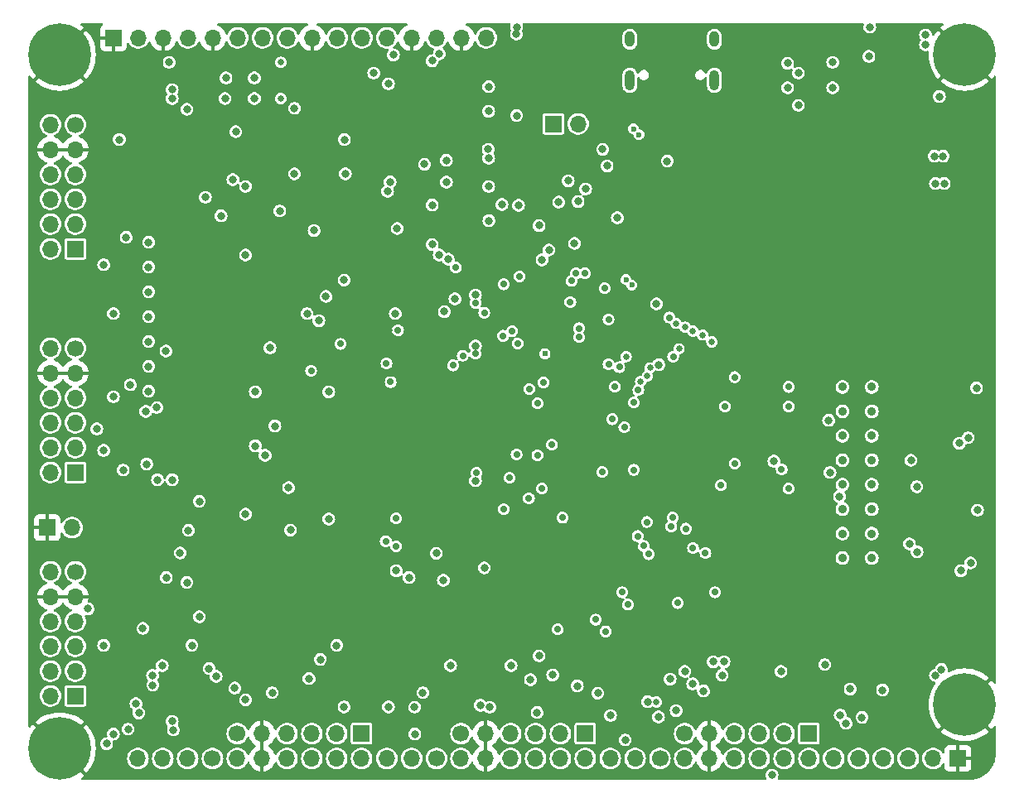
<source format=gbr>
%TF.GenerationSoftware,KiCad,Pcbnew,8.0.8-8.0.8-0~ubuntu22.04.1*%
%TF.CreationDate,2025-02-25T18:23:06-05:00*%
%TF.ProjectId,tinytapeout-demo,74696e79-7461-4706-956f-75742d64656d,2.1.2*%
%TF.SameCoordinates,PX38be5e0PY7d687e0*%
%TF.FileFunction,Copper,L3,Inr*%
%TF.FilePolarity,Positive*%
%FSLAX46Y46*%
G04 Gerber Fmt 4.6, Leading zero omitted, Abs format (unit mm)*
G04 Created by KiCad (PCBNEW 8.0.8-8.0.8-0~ubuntu22.04.1) date 2025-02-25 18:23:06*
%MOMM*%
%LPD*%
G01*
G04 APERTURE LIST*
%TA.AperFunction,ComponentPad*%
%ADD10C,0.820000*%
%TD*%
%TA.AperFunction,ComponentPad*%
%ADD11C,0.900000*%
%TD*%
%TA.AperFunction,ComponentPad*%
%ADD12C,0.620000*%
%TD*%
%TA.AperFunction,ComponentPad*%
%ADD13C,6.400000*%
%TD*%
%TA.AperFunction,ComponentPad*%
%ADD14R,1.700000X1.700000*%
%TD*%
%TA.AperFunction,ComponentPad*%
%ADD15O,1.700000X1.700000*%
%TD*%
%TA.AperFunction,ComponentPad*%
%ADD16C,1.700000*%
%TD*%
%TA.AperFunction,ComponentPad*%
%ADD17O,1.000000X2.100000*%
%TD*%
%TA.AperFunction,ComponentPad*%
%ADD18O,1.000000X1.600000*%
%TD*%
%TA.AperFunction,ViaPad*%
%ADD19C,0.650000*%
%TD*%
%TA.AperFunction,ViaPad*%
%ADD20C,0.800000*%
%TD*%
%TA.AperFunction,ViaPad*%
%ADD21C,0.700000*%
%TD*%
%TA.AperFunction,ViaPad*%
%ADD22C,0.620000*%
%TD*%
%TA.AperFunction,ViaPad*%
%ADD23C,0.600000*%
%TD*%
G04 APERTURE END LIST*
D10*
%TO.N,GND*%
%TO.C,STITCHB1*%
X137100000Y-67300000D03*
%TD*%
D11*
%TO.N,uo_out6*%
%TO.C,JP7*%
X143000000Y-93500000D03*
%TO.N,Net-(JP7-B)*%
X146000000Y-93500000D03*
%TD*%
D10*
%TO.N,GND*%
%TO.C,STITCHB1*%
X99550000Y-76200000D03*
%TD*%
%TO.N,GND*%
%TO.C,STITCHB1*%
X130700000Y-87200000D03*
%TD*%
%TO.N,GND*%
%TO.C,STITCHB1*%
X68600000Y-128400000D03*
%TD*%
D12*
%TO.N,GND*%
%TO.C,STITCHP3*%
X134600000Y-130700000D03*
%TD*%
D10*
%TO.N,GND*%
%TO.C,STITCHB1*%
X96800000Y-125000000D03*
%TD*%
D11*
%TO.N,uo_out0*%
%TO.C,JP1*%
X143000000Y-108500000D03*
%TO.N,Net-(JP1-B)*%
X146000000Y-108500000D03*
%TD*%
D10*
%TO.N,GND*%
%TO.C,STITCHB1*%
X115850000Y-111150000D03*
%TD*%
D13*
%TO.N,GND*%
%TO.C,MT3*%
X63000000Y-57000000D03*
%TD*%
D10*
%TO.N,GND*%
%TO.C,STITCHB1*%
X75500000Y-63700000D03*
%TD*%
%TO.N,GND*%
%TO.C,STITCHB1*%
X71400000Y-90100000D03*
%TD*%
%TO.N,GND*%
%TO.C,STITCHB5*%
X126100000Y-74850000D03*
%TD*%
%TO.N,GND*%
%TO.C,STITCHB4*%
X119900000Y-77900000D03*
%TD*%
%TO.N,GND*%
%TO.C,STITCHB1*%
X122100000Y-113700000D03*
%TD*%
%TO.N,GND*%
%TO.C,STITCHB1*%
X80000000Y-122500000D03*
%TD*%
%TO.N,GND*%
%TO.C,STITCHB35*%
X60300000Y-93600000D03*
%TD*%
D14*
%TO.N,ui_in0*%
%TO.C,J13*%
X64600000Y-99740000D03*
D15*
%TO.N,ui_in2*%
X64600000Y-97200000D03*
%TO.N,uo_out3*%
X64600000Y-94660000D03*
%TO.N,ui_in1*%
X64600000Y-92120000D03*
%TO.N,GND*%
X64600000Y-89580000D03*
D16*
%TO.N,+3V3*%
X64600000Y-87040000D03*
D15*
%TO.N,ui_in4*%
X62060000Y-99740000D03*
%TO.N,ui_in6*%
X62060000Y-97200000D03*
%TO.N,uo_out7*%
X62060000Y-94660000D03*
%TO.N,ui_in5*%
X62060000Y-92120000D03*
%TO.N,GND*%
X62060000Y-89580000D03*
%TO.N,+3V3*%
X62060000Y-87040000D03*
%TD*%
D10*
%TO.N,GND*%
%TO.C,STITCHB1*%
X136000000Y-121300000D03*
%TD*%
%TO.N,GND*%
%TO.C,STITCHB1*%
X154200000Y-102500000D03*
%TD*%
%TO.N,GND*%
%TO.C,STITCHB1*%
X127100000Y-64900000D03*
%TD*%
%TO.N,GND*%
%TO.C,STITCHB31*%
X60300000Y-73020000D03*
%TD*%
D12*
%TO.N,GND*%
%TO.C,STITCHP3*%
X122300000Y-79800000D03*
%TD*%
D10*
%TO.N,GND*%
%TO.C,STITCHB29*%
X60300000Y-67940000D03*
%TD*%
%TO.N,GND*%
%TO.C,STITCHB1*%
X120500000Y-130700000D03*
%TD*%
%TO.N,GND*%
%TO.C,STITCHB1*%
X88100000Y-58000000D03*
%TD*%
%TO.N,GND*%
%TO.C,STITCHB1*%
X86750000Y-95450000D03*
%TD*%
%TO.N,GND*%
%TO.C,STITCHB1*%
X72300000Y-130700000D03*
%TD*%
%TO.N,GND*%
%TO.C,STITCHB7*%
X125500000Y-58100000D03*
%TD*%
%TO.N,GND*%
%TO.C,STITCHB27*%
X60300000Y-65400000D03*
%TD*%
%TO.N,GND*%
%TO.C,STITCHB1*%
X68200000Y-60600000D03*
%TD*%
%TO.N,GND*%
%TO.C,STITCHB12*%
X142900000Y-85100000D03*
%TD*%
%TO.N,GND*%
%TO.C,STITCHB1*%
X94100000Y-124600000D03*
%TD*%
%TO.N,GND*%
%TO.C,STITCHB7*%
X119900000Y-66700000D03*
%TD*%
%TO.N,GND*%
%TO.C,STITCHB11*%
X142900000Y-82560000D03*
%TD*%
%TO.N,GND*%
%TO.C,STITCHB1*%
X147400000Y-92300000D03*
%TD*%
D16*
%TO.N,ui_in0*%
%TO.C,J2*%
X78620000Y-129000000D03*
D15*
%TO.N,ui_in1*%
X76080000Y-129000000D03*
%TO.N,ui_in2*%
X73540000Y-129000000D03*
%TO.N,ui_in3*%
X71000000Y-129000000D03*
%TD*%
D10*
%TO.N,GND*%
%TO.C,STITCHB1*%
X75700000Y-92700000D03*
%TD*%
%TO.N,GND*%
%TO.C,STITCHB1*%
X81900000Y-69200000D03*
%TD*%
%TO.N,GND*%
%TO.C,STITCHB1*%
X123100000Y-130700000D03*
%TD*%
%TO.N,GND*%
%TO.C,STITCHB1*%
X99600000Y-94050000D03*
%TD*%
%TO.N,GND*%
%TO.C,STITCHB1*%
X108400000Y-124200000D03*
%TD*%
%TO.N,GND*%
%TO.C,STITCHB1*%
X142900000Y-72400000D03*
%TD*%
%TO.N,GND*%
%TO.C,STITCHB1*%
X150400000Y-66400000D03*
%TD*%
%TO.N,GND*%
%TO.C,STITCHB1*%
X154300000Y-66400000D03*
%TD*%
%TO.N,GND*%
%TO.C,STITCHB1*%
X113100000Y-118800000D03*
%TD*%
%TO.N,GND*%
%TO.C,STITCHB1*%
X84100000Y-60600000D03*
%TD*%
%TO.N,GND*%
%TO.C,STITCHB1*%
X150400000Y-119200000D03*
%TD*%
%TO.N,GND*%
%TO.C,STITCHB1*%
X108400000Y-121000000D03*
%TD*%
D12*
%TO.N,GND*%
%TO.C,STITCHP3*%
X117150000Y-86500000D03*
%TD*%
D10*
%TO.N,GND*%
%TO.C,STITCHB19*%
X158200000Y-86400000D03*
%TD*%
D12*
%TO.N,GND*%
%TO.C,STITCHP3*%
X108100000Y-67400000D03*
%TD*%
D10*
%TO.N,GND*%
%TO.C,STITCHB1*%
X150400000Y-71400000D03*
%TD*%
%TO.N,GND*%
%TO.C,STITCHB7*%
X124200000Y-55100000D03*
%TD*%
%TO.N,GND*%
%TO.C,STITCHB1*%
X88100000Y-63700000D03*
%TD*%
D12*
%TO.N,GND*%
%TO.C,STITCHP3*%
X110400000Y-90300000D03*
%TD*%
%TO.N,GND*%
%TO.C,STITCHP3*%
X118500000Y-87800000D03*
%TD*%
D10*
%TO.N,GND*%
%TO.C,STITCHB1*%
X92900000Y-130700000D03*
%TD*%
D12*
%TO.N,GND*%
%TO.C,STITCHP3*%
X119850000Y-86500000D03*
%TD*%
D10*
%TO.N,GND*%
%TO.C,STITCHB1*%
X70800000Y-78500000D03*
%TD*%
%TO.N,GND*%
%TO.C,STITCHB18*%
X158200000Y-81400000D03*
%TD*%
%TO.N,GND*%
%TO.C,STITCHB1*%
X97700000Y-130700000D03*
%TD*%
%TO.N,GND*%
%TO.C,STITCHB1*%
X73400000Y-60400000D03*
%TD*%
D11*
%TO.N,uo_out2*%
%TO.C,JP3*%
X143000000Y-103500000D03*
%TO.N,Net-(JP3-B)*%
X146000000Y-103500000D03*
%TD*%
%TO.N,uo_out7*%
%TO.C,JP8*%
X143000000Y-91000000D03*
%TO.N,Net-(JP8-B)*%
X146000000Y-91000000D03*
%TD*%
D10*
%TO.N,GND*%
%TO.C,STITCHB1*%
X131750000Y-106350000D03*
%TD*%
D16*
%TO.N,uio0*%
%TO.C,J8*%
X124355000Y-129000000D03*
D15*
%TO.N,uio1*%
X121815000Y-129000000D03*
%TO.N,uio2*%
X119275000Y-129000000D03*
%TD*%
D10*
%TO.N,GND*%
%TO.C,STITCHB1*%
X131700000Y-103800000D03*
%TD*%
D14*
%TO.N,uo_out4*%
%TO.C,J12*%
X64600000Y-122600000D03*
D15*
%TO.N,uo_out3*%
X64600000Y-120060000D03*
%TO.N,ui_in2*%
X64600000Y-117520000D03*
%TO.N,uo_out5*%
X64600000Y-114980000D03*
%TO.N,GND*%
X64600000Y-112440000D03*
D16*
%TO.N,+3V3*%
X64600000Y-109900000D03*
D15*
%TO.N,uio0*%
X62060000Y-122600000D03*
%TO.N,uo_out7*%
X62060000Y-120060000D03*
%TO.N,uio2*%
X62060000Y-117520000D03*
%TO.N,uio1*%
X62060000Y-114980000D03*
%TO.N,GND*%
X62060000Y-112440000D03*
%TO.N,+3V3*%
X62060000Y-109900000D03*
%TD*%
D10*
%TO.N,GND*%
%TO.C,STITCHB1*%
X100000000Y-117200000D03*
%TD*%
D12*
%TO.N,GND*%
%TO.C,STITCHP3*%
X71300000Y-114100000D03*
%TD*%
D10*
%TO.N,GND*%
%TO.C,STITCHB1*%
X76400000Y-104100000D03*
%TD*%
D12*
%TO.N,GND*%
%TO.C,STITCHP3*%
X118500000Y-85200000D03*
%TD*%
D10*
%TO.N,GND*%
%TO.C,STITCHB1*%
X114200000Y-96400000D03*
%TD*%
%TO.N,GND*%
%TO.C,STITCHB1*%
X77300000Y-130700000D03*
%TD*%
%TO.N,GND*%
%TO.C,STITCHB16*%
X158200000Y-71400000D03*
%TD*%
%TO.N,GND*%
%TO.C,STITCHB1*%
X107500000Y-109000000D03*
%TD*%
D17*
%TO.N,Net-(J20-SHIELD)*%
%TO.C,J20*%
X129920000Y-59630000D03*
D18*
X129920000Y-55450000D03*
D17*
X121280000Y-59630000D03*
D18*
X121280000Y-55450000D03*
%TD*%
D10*
%TO.N,GND*%
%TO.C,STITCHB1*%
X96400000Y-58700000D03*
%TD*%
%TO.N,GND*%
%TO.C,STITCHB1*%
X127700000Y-84100000D03*
%TD*%
%TO.N,GND*%
%TO.C,STITCHB1*%
X115400000Y-130700000D03*
%TD*%
%TO.N,GND*%
%TO.C,STITCHB1*%
X102700000Y-130700000D03*
%TD*%
%TO.N,GND*%
%TO.C,STITCHB1*%
X104200000Y-119000000D03*
%TD*%
%TO.N,GND*%
%TO.C,STITCHB32*%
X60300000Y-75560000D03*
%TD*%
D14*
%TO.N,ui_in0*%
%TO.C,J3*%
X93855000Y-126455000D03*
D15*
%TO.N,ui_in1*%
X91315000Y-126455000D03*
%TO.N,ui_in2*%
X88775000Y-126455000D03*
%TO.N,ui_in3*%
X86235000Y-126455000D03*
%TO.N,GND*%
X83695000Y-126455000D03*
D16*
%TO.N,+3V3*%
X81155000Y-126455000D03*
D15*
%TO.N,ui_in4*%
X93855000Y-128995000D03*
%TO.N,ui_in5*%
X91315000Y-128995000D03*
%TO.N,ui_in6*%
X88775000Y-128995000D03*
%TO.N,ui_in7*%
X86235000Y-128995000D03*
%TO.N,GND*%
X83695000Y-128995000D03*
%TO.N,+3V3*%
X81155000Y-128995000D03*
%TD*%
D10*
%TO.N,GND*%
%TO.C,STITCHB1*%
X73500000Y-111700000D03*
%TD*%
%TO.N,GND*%
%TO.C,STITCHB1*%
X147400000Y-107200000D03*
%TD*%
D12*
%TO.N,GND*%
%TO.C,STITCHP3*%
X61200000Y-98500000D03*
%TD*%
D10*
%TO.N,GND*%
%TO.C,STITCHB1*%
X65750000Y-102900000D03*
%TD*%
%TO.N,GND*%
%TO.C,STITCHB1*%
X112900000Y-130700000D03*
%TD*%
%TO.N,GND*%
%TO.C,STITCHB15*%
X158200000Y-66400000D03*
%TD*%
%TO.N,GND*%
%TO.C,STITCHB1*%
X70800000Y-86200000D03*
%TD*%
%TO.N,GND*%
%TO.C,STITCHB30*%
X60300000Y-70480000D03*
%TD*%
D13*
%TO.N,GND*%
%TO.C,MT4*%
X155500000Y-57000000D03*
%TD*%
D10*
%TO.N,GND*%
%TO.C,STITCHB1*%
X107500000Y-97600000D03*
%TD*%
%TO.N,GND*%
%TO.C,STITCHB1*%
X77000000Y-120100000D03*
%TD*%
%TO.N,GND*%
%TO.C,STITCHB17*%
X158200000Y-76400000D03*
%TD*%
D13*
%TO.N,GND*%
%TO.C,MT2*%
X155500000Y-123500000D03*
%TD*%
D10*
%TO.N,GND*%
%TO.C,STITCHB1*%
X156200000Y-110500000D03*
%TD*%
%TO.N,GND*%
%TO.C,STITCHB1*%
X122100000Y-118700000D03*
%TD*%
%TO.N,GND*%
%TO.C,STITCHB1*%
X105200000Y-60400000D03*
%TD*%
D14*
%TO.N,uio0*%
%TO.C,J5*%
X116715000Y-126455000D03*
D15*
%TO.N,uio1*%
X114175000Y-126455000D03*
%TO.N,uio2*%
X111635000Y-126455000D03*
%TO.N,uio3*%
X109095000Y-126455000D03*
%TO.N,GND*%
X106555000Y-126455000D03*
D16*
%TO.N,+3V3*%
X104015000Y-126455000D03*
D15*
%TO.N,uio4*%
X116715000Y-128995000D03*
%TO.N,uio5*%
X114175000Y-128995000D03*
%TO.N,uio6*%
X111635000Y-128995000D03*
%TO.N,uio7*%
X109095000Y-128995000D03*
%TO.N,GND*%
X106555000Y-128995000D03*
%TO.N,+3V3*%
X104015000Y-128995000D03*
%TD*%
D10*
%TO.N,GND*%
%TO.C,STITCHB13*%
X142900000Y-87640000D03*
%TD*%
D11*
%TO.N,uo_out1*%
%TO.C,JP2*%
X143000000Y-106000000D03*
%TO.N,Net-(JP2-B)*%
X146000000Y-106000000D03*
%TD*%
D10*
%TO.N,GND*%
%TO.C,STITCHB10*%
X142900000Y-80020000D03*
%TD*%
%TO.N,GND*%
%TO.C,STITCHB1*%
X71600000Y-125400000D03*
%TD*%
%TO.N,GND*%
%TO.C,STITCHB1*%
X117900000Y-130700000D03*
%TD*%
%TO.N,GND*%
%TO.C,STITCHB1*%
X111200000Y-79100000D03*
%TD*%
%TO.N,GND*%
%TO.C,STITCHB1*%
X92800000Y-58100000D03*
%TD*%
%TO.N,GND*%
%TO.C,STITCHB23*%
X158200000Y-106400000D03*
%TD*%
%TO.N,GND*%
%TO.C,STITCHB1*%
X90300000Y-80100000D03*
%TD*%
%TO.N,GND*%
%TO.C,STITCHB1*%
X87300000Y-99700000D03*
%TD*%
%TO.N,GND*%
%TO.C,STITCHB22*%
X158200000Y-101400000D03*
%TD*%
%TO.N,GND*%
%TO.C,STITCHB33*%
X60300000Y-78100000D03*
%TD*%
%TO.N,GND*%
%TO.C,STITCHB1*%
X107500000Y-81000000D03*
%TD*%
%TO.N,GND*%
%TO.C,STITCHB1*%
X126300000Y-68400000D03*
%TD*%
D12*
%TO.N,GND*%
%TO.C,STITCHP3*%
X76000000Y-114100000D03*
%TD*%
D10*
%TO.N,GND*%
%TO.C,STITCHB1*%
X83800000Y-101600000D03*
%TD*%
D14*
%TO.N,GND*%
%TO.C,J10*%
X61725000Y-105395000D03*
D15*
%TO.N,/RP2040/RUN*%
X64265000Y-105395000D03*
%TD*%
D10*
%TO.N,GND*%
%TO.C,STITCHB24*%
X158200000Y-111400000D03*
%TD*%
D16*
%TO.N,uio3*%
%TO.C,J17*%
X101510000Y-129000000D03*
D15*
%TO.N,~{project_rst}*%
X98970000Y-129000000D03*
%TO.N,project_clk*%
X96430000Y-129000000D03*
%TD*%
D10*
%TO.N,GND*%
%TO.C,STITCHB1*%
X103400000Y-110750000D03*
%TD*%
D14*
%TO.N,GND*%
%TO.C,J9*%
X68500000Y-55300000D03*
D15*
%TO.N,+3V3*%
X71040000Y-55300000D03*
%TO.N,GND*%
X73580000Y-55300000D03*
%TO.N,+1V8*%
X76120000Y-55300000D03*
%TO.N,GND*%
X78660000Y-55300000D03*
%TO.N,ctrl_ena*%
X81200000Y-55300000D03*
%TO.N,~{ctrl_sel_rst}*%
X83740000Y-55300000D03*
%TO.N,ctrl_sel_inc*%
X86280000Y-55300000D03*
%TO.N,GND*%
X88820000Y-55300000D03*
%TO.N,res1*%
X91360000Y-55300000D03*
%TO.N,res2*%
X93900000Y-55300000D03*
%TO.N,res3*%
X96440000Y-55300000D03*
%TO.N,GND*%
X98980000Y-55300000D03*
%TO.N,RPIO29*%
X101520000Y-55300000D03*
%TO.N,GND*%
X104060000Y-55300000D03*
%TO.N,+5V*%
X106600000Y-55300000D03*
%TD*%
D10*
%TO.N,GND*%
%TO.C,STITCHB1*%
X154000000Y-119200000D03*
%TD*%
%TO.N,GND*%
%TO.C,STITCHB1*%
X75700000Y-82600000D03*
%TD*%
%TO.N,GND*%
%TO.C,STITCHB1*%
X154300000Y-71400000D03*
%TD*%
%TO.N,GND*%
%TO.C,STITCHB1*%
X86000000Y-97800000D03*
%TD*%
D12*
%TO.N,GND*%
%TO.C,STITCHP3*%
X70900000Y-119800000D03*
%TD*%
D10*
%TO.N,GND*%
%TO.C,STITCHB1*%
X89850000Y-76450000D03*
%TD*%
%TO.N,GND*%
%TO.C,STITCHB1*%
X68200000Y-62900000D03*
%TD*%
%TO.N,GND*%
%TO.C,STITCHB1*%
X108400000Y-56600000D03*
%TD*%
%TO.N,GND*%
%TO.C,STITCHB20*%
X158200000Y-91400000D03*
%TD*%
%TO.N,GND*%
%TO.C,STITCHB8*%
X142900000Y-74940000D03*
%TD*%
%TO.N,GND*%
%TO.C,STITCHB1*%
X90900000Y-85400000D03*
%TD*%
%TO.N,GND*%
%TO.C,STITCHB14*%
X158200000Y-61400000D03*
%TD*%
%TO.N,GND*%
%TO.C,STITCHB1*%
X148400000Y-130700000D03*
%TD*%
%TO.N,GND*%
%TO.C,STITCHB3*%
X122500000Y-76900000D03*
%TD*%
%TO.N,GND*%
%TO.C,STITCHB1*%
X108400000Y-62750000D03*
%TD*%
%TO.N,GND*%
%TO.C,STITCHB1*%
X147400000Y-89600000D03*
%TD*%
D12*
%TO.N,GND*%
%TO.C,STITCHP3*%
X110100000Y-102900000D03*
%TD*%
D11*
%TO.N,uo_out4*%
%TO.C,JP5*%
X143000000Y-98500000D03*
%TO.N,Net-(JP5-B)*%
X146000000Y-98500000D03*
%TD*%
D10*
%TO.N,GND*%
%TO.C,STITCHB7*%
X122250000Y-58000000D03*
%TD*%
%TO.N,GND*%
%TO.C,STITCHB1*%
X122100000Y-108900000D03*
%TD*%
%TO.N,GND*%
%TO.C,STITCHB1*%
X147400000Y-99700000D03*
%TD*%
D12*
%TO.N,GND*%
%TO.C,STITCHP3*%
X87400000Y-127700000D03*
%TD*%
D10*
%TO.N,GND*%
%TO.C,STITCHB21*%
X158200000Y-96400000D03*
%TD*%
%TO.N,GND*%
%TO.C,STITCHB1*%
X83000000Y-89000000D03*
%TD*%
%TO.N,GND*%
%TO.C,STITCHB7*%
X126800000Y-55100000D03*
%TD*%
D12*
%TO.N,GND*%
%TO.C,STITCHP3*%
X61200000Y-116200000D03*
%TD*%
D14*
%TO.N,uio4*%
%TO.C,J14*%
X64600000Y-76880000D03*
D15*
%TO.N,uio6*%
X64600000Y-74340000D03*
%TO.N,uio3*%
X64600000Y-71800000D03*
%TO.N,uio5*%
X64600000Y-69260000D03*
%TO.N,GND*%
X64600000Y-66720000D03*
D16*
%TO.N,+3V3*%
X64600000Y-64180000D03*
D15*
%TO.N,ui_in2*%
X62060000Y-76880000D03*
%TO.N,uo_out0*%
X62060000Y-74340000D03*
%TO.N,ui_in7*%
X62060000Y-71800000D03*
%TO.N,uo_out1*%
X62060000Y-69260000D03*
%TO.N,GND*%
X62060000Y-66720000D03*
%TO.N,+3V3*%
X62060000Y-64180000D03*
%TD*%
D10*
%TO.N,GND*%
%TO.C,STITCHB26*%
X158100000Y-129000000D03*
%TD*%
%TO.N,GND*%
%TO.C,STITCHB1*%
X107500000Y-90400000D03*
%TD*%
%TO.N,GND*%
%TO.C,STITCHB1*%
X83100000Y-76700000D03*
%TD*%
%TO.N,GND*%
%TO.C,STITCHB34*%
X60300000Y-88100000D03*
%TD*%
%TO.N,GND*%
%TO.C,STITCHB1*%
X142400000Y-121300000D03*
%TD*%
%TO.N,GND*%
%TO.C,STITCHB1*%
X78000000Y-60600000D03*
%TD*%
%TO.N,GND*%
%TO.C,STITCHB1*%
X66400000Y-125300000D03*
%TD*%
D11*
%TO.N,uo_out5*%
%TO.C,JP6*%
X143000000Y-96000000D03*
%TO.N,Net-(JP6-B)*%
X146000000Y-96000000D03*
%TD*%
D10*
%TO.N,GND*%
%TO.C,STITCHB9*%
X142900000Y-77480000D03*
%TD*%
D12*
%TO.N,GND*%
%TO.C,STITCHP3*%
X92100000Y-118900000D03*
%TD*%
D10*
%TO.N,GND*%
%TO.C,STITCHB1*%
X122500000Y-68900000D03*
%TD*%
%TO.N,GND*%
%TO.C,STITCHB1*%
X71350000Y-109600000D03*
%TD*%
D14*
%TO.N,GND*%
%TO.C,J1*%
X154810000Y-129000000D03*
D15*
%TO.N,+5V*%
X152270000Y-129000000D03*
%TO.N,uo_out0*%
X149730000Y-129000000D03*
%TO.N,uo_out1*%
X147190000Y-129000000D03*
%TO.N,uo_out2*%
X144650000Y-129000000D03*
%TO.N,uo_out3*%
X142110000Y-129000000D03*
%TD*%
D10*
%TO.N,GND*%
%TO.C,STITCHB1*%
X113700000Y-76100000D03*
%TD*%
%TO.N,GND*%
%TO.C,STITCHB1*%
X146100000Y-125500000D03*
%TD*%
%TO.N,GND*%
%TO.C,STITCHB1*%
X131900000Y-121300000D03*
%TD*%
D14*
%TO.N,+1V8*%
%TO.C,J19*%
X113450000Y-64100000D03*
D15*
%TO.N,/1v8A*%
X115990000Y-64100000D03*
%TD*%
D10*
%TO.N,GND*%
%TO.C,STITCHB1*%
X147400000Y-104700000D03*
%TD*%
%TO.N,GND*%
%TO.C,STITCHB1*%
X107400000Y-100500000D03*
%TD*%
%TO.N,GND*%
%TO.C,STITCHB1*%
X71400000Y-100200000D03*
%TD*%
%TO.N,GND*%
%TO.C,STITCHB1*%
X107500000Y-86700000D03*
%TD*%
%TO.N,GND*%
%TO.C,STITCHB6*%
X120000000Y-68450000D03*
%TD*%
D12*
%TO.N,GND*%
%TO.C,STITCHP3*%
X97300000Y-108700000D03*
%TD*%
D14*
%TO.N,uo_out0*%
%TO.C,J6*%
X139575000Y-126455000D03*
D15*
%TO.N,uo_out1*%
X137035000Y-126455000D03*
%TO.N,uo_out2*%
X134495000Y-126455000D03*
%TO.N,uo_out3*%
X131955000Y-126455000D03*
%TO.N,GND*%
X129415000Y-126455000D03*
D16*
%TO.N,+3V3*%
X126875000Y-126455000D03*
D15*
%TO.N,uo_out4*%
X139575000Y-128995000D03*
%TO.N,uo_out5*%
X137035000Y-128995000D03*
%TO.N,uo_out6*%
X134495000Y-128995000D03*
%TO.N,uo_out7*%
X131955000Y-128995000D03*
%TO.N,GND*%
X129415000Y-128995000D03*
%TO.N,+3V3*%
X126875000Y-128995000D03*
%TD*%
D11*
%TO.N,uo_out3*%
%TO.C,JP4*%
X143000000Y-101000000D03*
%TO.N,Net-(JP4-B)*%
X146000000Y-101000000D03*
%TD*%
D12*
%TO.N,GND*%
%TO.C,STITCHP3*%
X110200000Y-95600000D03*
%TD*%
%TO.N,GND*%
%TO.C,STITCHP3*%
X61200000Y-108300000D03*
%TD*%
D10*
%TO.N,GND*%
%TO.C,STITCHB1*%
X73400000Y-68700000D03*
%TD*%
%TO.N,GND*%
%TO.C,STITCHB1*%
X79500000Y-71700000D03*
%TD*%
%TO.N,GND*%
%TO.C,STITCHB1*%
X60500000Y-121500000D03*
%TD*%
%TO.N,GND*%
%TO.C,STITCHB1*%
X103800000Y-75500000D03*
%TD*%
%TO.N,GND*%
%TO.C,STITCHB1*%
X147400000Y-94700000D03*
%TD*%
%TO.N,GND*%
%TO.C,STITCHB1*%
X87200000Y-73100000D03*
%TD*%
%TO.N,GND*%
%TO.C,STITCHB1*%
X66400000Y-122500000D03*
%TD*%
%TO.N,GND*%
%TO.C,STITCHB1*%
X147400000Y-102200000D03*
%TD*%
%TO.N,GND*%
%TO.C,STITCHB1*%
X147100000Y-120800000D03*
%TD*%
%TO.N,GND*%
%TO.C,STITCHB1*%
X147400000Y-109600000D03*
%TD*%
%TO.N,GND*%
%TO.C,STITCHB1*%
X74800000Y-130700000D03*
%TD*%
D13*
%TO.N,GND*%
%TO.C,MT1*%
X63000000Y-128000000D03*
%TD*%
D10*
%TO.N,GND*%
%TO.C,STITCHB1*%
X147400000Y-97200000D03*
%TD*%
%TO.N,GND*%
%TO.C,STITCHB1*%
X75700000Y-87800000D03*
%TD*%
%TO.N,GND*%
%TO.C,STITCHB25*%
X158200000Y-116400000D03*
%TD*%
%TO.N,GND*%
%TO.C,STITCHB1*%
X131100000Y-91900000D03*
%TD*%
%TO.N,GND*%
%TO.C,STITCHB1*%
X110300000Y-130700000D03*
%TD*%
%TO.N,GND*%
%TO.C,STITCHB1*%
X86400000Y-124600000D03*
%TD*%
%TO.N,GND*%
%TO.C,STITCHB1*%
X107500000Y-95300000D03*
%TD*%
%TO.N,GND*%
%TO.C,STITCHB2*%
X122500000Y-72900000D03*
%TD*%
D19*
%TO.N,GND*%
X128300000Y-76950000D03*
D20*
X92300000Y-92700000D03*
X122000000Y-126300000D03*
D19*
X120174995Y-56425005D03*
D20*
X104500000Y-94100000D03*
X132200000Y-70000000D03*
D21*
X117180002Y-96200000D03*
X117200000Y-88800000D03*
D20*
X97600000Y-80000000D03*
D21*
X111200000Y-81900000D03*
D19*
X133300000Y-56750000D03*
D20*
X142000000Y-115500000D03*
X104400000Y-99752500D03*
D21*
X114700000Y-94500000D03*
D20*
X104600000Y-92100000D03*
X139500000Y-101520002D03*
D21*
X127293311Y-62707387D03*
D20*
X94400000Y-66100000D03*
X134500000Y-94000000D03*
X114951261Y-54883120D03*
X100329621Y-124382500D03*
D21*
X118000000Y-88800000D03*
D20*
X105700000Y-72400000D03*
X102422500Y-113170000D03*
D21*
X122700000Y-62600000D03*
D20*
X113300000Y-58600000D03*
D21*
X130800000Y-61900000D03*
D20*
X77500000Y-124152500D03*
X137100000Y-87450000D03*
X110900000Y-57750000D03*
X154100000Y-92100000D03*
X137100000Y-84950000D03*
X90200000Y-70600000D03*
X136000000Y-103500000D03*
D21*
X114700000Y-93000000D03*
X128600000Y-63600000D03*
D20*
X120599990Y-61200000D03*
X113300000Y-54850000D03*
X115154271Y-60586186D03*
D21*
X130500000Y-88700000D03*
D20*
X132000000Y-115500000D03*
X92277500Y-102930000D03*
D21*
X116300000Y-88800000D03*
D20*
X92277500Y-100330000D03*
X139500000Y-109500000D03*
X78800000Y-124800000D03*
X154100000Y-97600000D03*
X92277500Y-107930000D03*
D22*
X110470238Y-87154962D03*
D20*
X115600000Y-69100000D03*
D21*
X126000000Y-83000000D03*
D20*
X104100000Y-64700000D03*
X128700000Y-61800000D03*
X137100000Y-74950000D03*
X137100000Y-82450000D03*
D19*
X91450000Y-67150000D03*
D20*
X132450000Y-87500000D03*
X140100000Y-65900000D03*
D19*
X129600000Y-84050000D03*
X128300000Y-74600000D03*
D21*
X130850000Y-64300000D03*
D20*
X113850000Y-66850000D03*
D19*
X131800000Y-56750000D03*
D20*
X92277500Y-105430000D03*
D19*
X128300000Y-79300000D03*
X119750000Y-62050000D03*
D20*
X121200000Y-61800000D03*
X137100000Y-72400000D03*
D19*
X86200000Y-67700000D03*
D20*
X137100000Y-79950000D03*
X101600000Y-80100000D03*
X107200000Y-102900000D03*
D21*
X121600000Y-63600000D03*
D20*
X104500000Y-97200000D03*
X139500000Y-96500000D03*
X112800000Y-65700000D03*
X132000000Y-110500000D03*
D19*
X128300000Y-81550000D03*
D20*
X101680492Y-124882500D03*
X92277500Y-113030000D03*
X96600000Y-85200000D03*
X103000000Y-105500000D03*
X125200000Y-126700000D03*
D21*
X120105242Y-93593893D03*
D20*
X92400000Y-72500000D03*
X132200000Y-67400000D03*
X154400000Y-107400000D03*
X105500000Y-63200000D03*
X104500000Y-91000000D03*
X137100000Y-77450000D03*
X92277500Y-97730000D03*
X99700000Y-88570000D03*
X129750000Y-61550000D03*
X118250004Y-63550000D03*
X105600000Y-66400000D03*
X92277500Y-95230000D03*
D19*
X119250000Y-60950000D03*
X112000000Y-73150000D03*
D20*
X110750000Y-54850000D03*
%TO.N,+5V*%
X109690571Y-54900052D03*
X109700000Y-54200000D03*
X145800000Y-54200000D03*
X151500000Y-55000000D03*
X151500000Y-56000000D03*
X109700000Y-63249996D03*
X145700000Y-57200000D03*
%TO.N,+3V3*%
X73900000Y-110500000D03*
D19*
X85600000Y-61500000D03*
D20*
X72100000Y-91440000D03*
X137400000Y-60400000D03*
X99300000Y-126499996D03*
X106800000Y-66700000D03*
X142000000Y-60400000D03*
X99281432Y-123752500D03*
X106880002Y-74000000D03*
D19*
X85600000Y-57800000D03*
D20*
X153400000Y-70200000D03*
X82900000Y-59399996D03*
X72100000Y-86360000D03*
X118500000Y-66700000D03*
X74500000Y-61500000D03*
X120000000Y-73700000D03*
X72950000Y-93100000D03*
X124235617Y-88725871D03*
X106000000Y-123552500D03*
X72100000Y-76200000D03*
D21*
X118700000Y-80900000D03*
D20*
X137400000Y-57900000D03*
X79900000Y-61500000D03*
X74500000Y-100500000D03*
D19*
X124000000Y-123230000D03*
D20*
X105500000Y-81600000D03*
X73869933Y-87321428D03*
X124000000Y-82500000D03*
X86400000Y-101300000D03*
X152500000Y-120500000D03*
D21*
X105500000Y-87600000D03*
D20*
X118961435Y-68395339D03*
X72100000Y-88900000D03*
X106954689Y-123751135D03*
D21*
X118450696Y-99702500D03*
D20*
X74200000Y-57800000D03*
X106855775Y-60292434D03*
X106842451Y-62814911D03*
X80000000Y-59400000D03*
X72100000Y-83820000D03*
X72100000Y-81280000D03*
D21*
X119500000Y-94300000D03*
D20*
X74500000Y-60600000D03*
X106842451Y-70500000D03*
X142000000Y-57800000D03*
X82900000Y-61500000D03*
X153300000Y-67400000D03*
X105500000Y-100600000D03*
X74632063Y-126067935D03*
X75319999Y-107976230D03*
X106842451Y-67600000D03*
X152500000Y-70200000D03*
X153100000Y-119900000D03*
X123100000Y-123200000D03*
X72100000Y-78740000D03*
D21*
X105500000Y-82400000D03*
D20*
X86600000Y-105645000D03*
X152900000Y-61300000D03*
D21*
X105600000Y-99800000D03*
D20*
X105500000Y-86800000D03*
X74500000Y-125200000D03*
X124200000Y-124752500D03*
X152400000Y-67400000D03*
%TO.N,~{project_rst}*%
X76159328Y-105670000D03*
X102317135Y-83305365D03*
X102222500Y-110777500D03*
X98722500Y-110500000D03*
X76000000Y-111000000D03*
%TO.N,+1V8*%
X87000000Y-69200000D03*
X87000000Y-62500000D03*
X76000000Y-62600000D03*
D21*
%TO.N,/RP2040/DVDD*%
X119100000Y-88700000D03*
X119100000Y-84100000D03*
D20*
%TO.N,project_clk*%
X106400000Y-109500000D03*
X97400008Y-109800000D03*
D21*
X106400000Y-83400000D03*
%TO.N,uio1*%
X125660617Y-104372500D03*
X113900000Y-115800000D03*
X114400000Y-104372500D03*
X125700000Y-87900000D03*
%TO.N,uio0*%
X121067500Y-113267500D03*
D20*
X71094328Y-124355707D03*
D19*
X120900000Y-87900000D03*
D20*
X71510885Y-115702500D03*
X120800000Y-127100000D03*
D21*
%TO.N,uio3*%
X130000000Y-112000000D03*
D19*
X129647500Y-86400000D03*
D20*
X102957597Y-119492362D03*
X129800000Y-119100000D03*
X78277500Y-119800000D03*
X109134617Y-119492362D03*
X77900000Y-71600000D03*
D19*
%TO.N,uio2*%
X126300000Y-87100000D03*
D21*
X126172500Y-113100398D03*
D20*
X111800000Y-124300000D03*
X126000000Y-124100000D03*
X119300000Y-124600000D03*
X112000000Y-118500000D03*
D21*
%TO.N,uio5*%
X127727500Y-107500000D03*
D19*
X127723527Y-85285450D03*
D20*
X80900000Y-121800000D03*
X127700000Y-121377500D03*
X80700000Y-69800000D03*
X115900000Y-121577500D03*
%TO.N,uio4*%
X82000000Y-77500000D03*
D21*
X128999998Y-108000000D03*
D20*
X118000000Y-122322500D03*
X82000000Y-123000000D03*
X128800000Y-122100000D03*
D19*
X128733689Y-85685000D03*
D20*
%TO.N,uio7*%
X125400000Y-120877500D03*
D19*
X126000002Y-84500000D03*
D21*
X125500000Y-105272503D03*
D20*
X111117096Y-120937362D03*
%TO.N,uio6*%
X79500000Y-73500000D03*
X126895000Y-120100000D03*
D21*
X127000000Y-105500000D03*
D20*
X79000000Y-120600000D03*
X113388922Y-120455000D03*
D19*
X126941715Y-84893349D03*
D20*
%TO.N,ui_in0*%
X69500000Y-99500000D03*
X70000000Y-126000000D03*
X69800000Y-75700000D03*
D21*
X104200000Y-87800000D03*
X103500000Y-78800000D03*
D20*
%TO.N,ui_in2*%
X67500000Y-117432500D03*
D21*
X103200000Y-88800000D03*
D20*
X67500000Y-97500000D03*
X103400000Y-82000000D03*
X73500000Y-119500000D03*
X67800000Y-127500000D03*
X67500000Y-78500000D03*
X89640505Y-118877500D03*
X90222500Y-81750000D03*
%TO.N,ui_in1*%
X91315000Y-117432500D03*
X68500000Y-92000000D03*
X76510885Y-117432500D03*
X92070002Y-80069998D03*
X68500000Y-126499998D03*
D21*
X91700000Y-86600000D03*
%TO.N,ui_in4*%
X122074508Y-106256020D03*
D20*
X84000000Y-98000000D03*
D21*
X96327500Y-106774398D03*
D20*
X84500000Y-87000000D03*
D21*
X122138961Y-91314900D03*
X96400000Y-88600000D03*
D20*
%TO.N,ui_in3*%
X88277500Y-83500000D03*
X72521301Y-121499776D03*
X88489115Y-120832500D03*
D21*
X88700531Y-89349471D03*
D19*
%TO.N,ui_in6*%
X123053961Y-89900000D03*
D20*
X90500000Y-91500000D03*
D21*
X97388449Y-104455000D03*
D20*
X83000000Y-91500000D03*
X83000000Y-97022500D03*
X90500000Y-104505000D03*
D21*
X123017500Y-104817500D03*
X97580003Y-85200000D03*
D20*
%TO.N,ui_in5*%
X70222500Y-90777500D03*
D21*
X122700000Y-107261604D03*
D20*
X96608602Y-123722500D03*
X70800000Y-123400000D03*
D19*
X122370813Y-90462460D03*
D21*
X96827500Y-90500000D03*
D20*
X92065965Y-123722500D03*
D21*
X97400000Y-107300000D03*
%TO.N,uo_out0*%
X109000000Y-100302500D03*
D20*
X141729603Y-99751373D03*
X89500000Y-84222500D03*
X89000000Y-75000000D03*
D21*
X109250032Y-85272500D03*
D20*
%TO.N,ui_in7*%
X85500000Y-72999996D03*
X100120290Y-122277500D03*
X84722512Y-122277500D03*
D21*
X123200000Y-108100000D03*
D20*
X101500000Y-108010000D03*
D19*
X123332221Y-89035557D03*
D20*
X85000000Y-95000000D03*
%TO.N,uo_out2*%
X145000000Y-124800000D03*
D21*
X109702500Y-97900000D03*
D20*
X136000000Y-98600000D03*
D21*
X109813714Y-86554067D03*
D20*
X142777593Y-124560000D03*
%TO.N,uo_out1*%
X135800000Y-130700000D03*
D21*
X108327500Y-85772500D03*
D20*
X147100000Y-122000000D03*
X82000000Y-104000000D03*
X143800000Y-121900000D03*
D21*
X108400000Y-103500000D03*
D20*
X142700000Y-102200000D03*
X82000000Y-70500000D03*
D21*
%TO.N,uo_out4*%
X112450000Y-90550000D03*
D20*
X72500000Y-120500000D03*
D21*
X130594023Y-101062500D03*
D20*
X130900000Y-119100000D03*
X141200000Y-119400000D03*
D21*
X131000000Y-93000000D03*
X112300000Y-101400000D03*
D20*
X73000000Y-100500000D03*
X141589115Y-94410885D03*
D21*
%TO.N,uo_out3*%
X113324485Y-96910961D03*
D20*
X143363158Y-125400000D03*
D22*
X112600000Y-87600000D03*
D20*
X66800000Y-95300000D03*
D21*
%TO.N,uo_out6*%
X132000000Y-90000000D03*
X111827825Y-97979089D03*
X132000000Y-98827500D03*
X111827825Y-92672175D03*
%TO.N,uo_out5*%
X137500000Y-93000000D03*
X111000000Y-91200000D03*
D20*
X77277500Y-102700000D03*
X77277500Y-114500000D03*
D21*
X110958820Y-102400000D03*
X137500000Y-101405000D03*
D20*
%TO.N,ctrl_ena*%
X100289504Y-68231159D03*
X113000000Y-77000000D03*
X101077500Y-76429998D03*
X81000000Y-64900000D03*
D21*
X116100000Y-85900000D03*
D20*
%TO.N,uo_out7*%
X130700000Y-120500000D03*
X71800000Y-93500000D03*
D21*
X137500000Y-91000000D03*
D20*
X136722500Y-120097233D03*
D21*
X136785720Y-99458220D03*
X121674109Y-99479892D03*
X121693961Y-92599999D03*
D20*
X71895000Y-98895000D03*
%TO.N,ctrl_sel_inc*%
X97300000Y-83500000D03*
X96511589Y-70992818D03*
X95100000Y-58900000D03*
%TO.N,~{ctrl_sel_rst}*%
X112300000Y-78000000D03*
D21*
X116080761Y-85000000D03*
D20*
X102522500Y-70048245D03*
X102705788Y-77923738D03*
X96600000Y-60000000D03*
X96777500Y-70028818D03*
D21*
%TO.N,/RP2040/SWDIO*%
X120198797Y-88972024D03*
X118800000Y-116000000D03*
%TO.N,/RP2040/SWCLK*%
X119758175Y-90988683D03*
X117800000Y-114800000D03*
%TO.N,RPIO29*%
X125300000Y-83900000D03*
D20*
X125100000Y-67900000D03*
X102522500Y-67827991D03*
D21*
%TO.N,/RP2040/RUN*%
X120709051Y-95142009D03*
X120500000Y-111999988D03*
D20*
X65900000Y-113700000D03*
%TO.N,boot_mode*%
X68500000Y-83500000D03*
X92200000Y-69200000D03*
X114981998Y-69924002D03*
X69100012Y-65700000D03*
X92100000Y-65700000D03*
D21*
X115190380Y-82309620D03*
D20*
%TO.N,/RP2040/QSPI_CLK*%
X114000000Y-72100000D03*
X115983984Y-72042753D03*
D21*
X115763197Y-79391213D03*
D20*
%TO.N,/RP2040/QSPI_SD0*%
X112000000Y-74500000D03*
D21*
X115303021Y-80164674D03*
D20*
X115619975Y-76319975D03*
%TO.N,/RP2040/QSPI_SD1*%
X108200000Y-72350000D03*
D21*
X108400000Y-80500000D03*
D23*
%TO.N,usb_d+*%
X121654338Y-64614973D03*
X120882500Y-80029531D03*
%TO.N,usb_d-*%
X122200000Y-65200000D03*
X121470469Y-80570469D03*
D20*
%TO.N,Net-(U1-A)*%
X155100000Y-109800000D03*
X154950000Y-96750000D03*
%TO.N,Net-(U1-B)*%
X156100000Y-109000000D03*
X155850000Y-96200000D03*
%TO.N,Net-(U1-D)*%
X150600000Y-101200000D03*
X150630331Y-107869669D03*
%TO.N,Net-(U1-E)*%
X150000000Y-98500000D03*
X149850000Y-107043466D03*
%TO.N,Net-(U1-DP)*%
X156700000Y-91100000D03*
X156800000Y-103600000D03*
%TO.N,/RP2040/QSPI_SD2*%
X109900074Y-72435037D03*
D21*
X109999998Y-79700000D03*
%TO.N,/RP2040/QSPI_SD3*%
X116682098Y-79391551D03*
D20*
X116750002Y-70750000D03*
%TO.N,Net-(D3-K)*%
X138500000Y-62200000D03*
X138500000Y-58900000D03*
%TO.N,res1*%
X101070439Y-57644344D03*
X101077500Y-72400000D03*
%TO.N,res3*%
X101800000Y-77500000D03*
X101804369Y-56921844D03*
%TO.N,res2*%
X97500000Y-74800000D03*
X97119013Y-57040783D03*
%TD*%
%TA.AperFunction,Conductor*%
%TO.N,GND*%
G36*
X83870000Y-128524253D02*
G01*
X83760826Y-128495000D01*
X83629174Y-128495000D01*
X83520000Y-128524253D01*
X83520000Y-126925746D01*
X83629174Y-126955000D01*
X83760826Y-126955000D01*
X83870000Y-126925746D01*
X83870000Y-128524253D01*
G37*
%TD.AperFunction*%
%TA.AperFunction,Conductor*%
G36*
X106730000Y-128524253D02*
G01*
X106620826Y-128495000D01*
X106489174Y-128495000D01*
X106380000Y-128524253D01*
X106380000Y-126925746D01*
X106489174Y-126955000D01*
X106620826Y-126955000D01*
X106730000Y-126925746D01*
X106730000Y-128524253D01*
G37*
%TD.AperFunction*%
%TA.AperFunction,Conductor*%
G36*
X129590000Y-128524253D02*
G01*
X129480826Y-128495000D01*
X129349174Y-128495000D01*
X129240000Y-128524253D01*
X129240000Y-126925746D01*
X129349174Y-126955000D01*
X129480826Y-126955000D01*
X129590000Y-126925746D01*
X129590000Y-128524253D01*
G37*
%TD.AperFunction*%
%TA.AperFunction,Conductor*%
G36*
X64100000Y-112374174D02*
G01*
X64100000Y-112505826D01*
X64129254Y-112615000D01*
X62530746Y-112615000D01*
X62560000Y-112505826D01*
X62560000Y-112374174D01*
X62530746Y-112265000D01*
X64129254Y-112265000D01*
X64100000Y-112374174D01*
G37*
%TD.AperFunction*%
%TA.AperFunction,Conductor*%
G36*
X64100000Y-89514174D02*
G01*
X64100000Y-89645826D01*
X64129254Y-89755000D01*
X62530746Y-89755000D01*
X62560000Y-89645826D01*
X62560000Y-89514174D01*
X62530746Y-89405000D01*
X64129254Y-89405000D01*
X64100000Y-89514174D01*
G37*
%TD.AperFunction*%
%TA.AperFunction,Conductor*%
G36*
X64100000Y-66654174D02*
G01*
X64100000Y-66785826D01*
X64129254Y-66895000D01*
X62530746Y-66895000D01*
X62560000Y-66785826D01*
X62560000Y-66654174D01*
X62530746Y-66545000D01*
X64129254Y-66545000D01*
X64100000Y-66654174D01*
G37*
%TD.AperFunction*%
%TA.AperFunction,Conductor*%
G36*
X67377770Y-53820185D02*
G01*
X67423525Y-53872989D01*
X67433469Y-53942147D01*
X67404444Y-54005703D01*
X67385042Y-54023766D01*
X67292812Y-54092809D01*
X67292809Y-54092812D01*
X67206649Y-54207906D01*
X67206645Y-54207913D01*
X67156403Y-54342620D01*
X67156401Y-54342627D01*
X67150000Y-54402155D01*
X67150000Y-55125000D01*
X68029254Y-55125000D01*
X68000000Y-55234174D01*
X68000000Y-55365826D01*
X68029254Y-55475000D01*
X67150000Y-55475000D01*
X67150000Y-56197844D01*
X67156401Y-56257372D01*
X67156403Y-56257379D01*
X67206645Y-56392086D01*
X67206649Y-56392093D01*
X67292809Y-56507187D01*
X67292812Y-56507190D01*
X67407906Y-56593350D01*
X67407913Y-56593354D01*
X67542620Y-56643596D01*
X67542627Y-56643598D01*
X67602155Y-56649999D01*
X67602172Y-56650000D01*
X68325000Y-56650000D01*
X68325000Y-55770746D01*
X68434174Y-55800000D01*
X68565826Y-55800000D01*
X68675000Y-55770746D01*
X68675000Y-56650000D01*
X69397828Y-56650000D01*
X69397844Y-56649999D01*
X69457372Y-56643598D01*
X69457379Y-56643596D01*
X69592086Y-56593354D01*
X69592093Y-56593350D01*
X69707187Y-56507190D01*
X69707190Y-56507187D01*
X69793350Y-56392093D01*
X69793354Y-56392086D01*
X69843596Y-56257379D01*
X69843598Y-56257372D01*
X69849999Y-56197844D01*
X69850000Y-56197827D01*
X69850000Y-55906312D01*
X69869685Y-55839273D01*
X69922489Y-55793518D01*
X69991647Y-55783574D01*
X70055203Y-55812599D01*
X70085000Y-55851041D01*
X70100325Y-55881819D01*
X70223237Y-56044581D01*
X70373958Y-56181980D01*
X70373960Y-56181982D01*
X70448954Y-56228416D01*
X70547363Y-56289348D01*
X70737544Y-56363024D01*
X70938024Y-56400500D01*
X70938026Y-56400500D01*
X71141974Y-56400500D01*
X71141976Y-56400500D01*
X71342456Y-56363024D01*
X71532637Y-56289348D01*
X71706041Y-56181981D01*
X71856764Y-56044579D01*
X71979673Y-55881821D01*
X72041598Y-55757456D01*
X72066817Y-55706812D01*
X72114319Y-55655575D01*
X72181982Y-55638153D01*
X72248323Y-55660078D01*
X72292278Y-55714389D01*
X72297592Y-55729989D01*
X72306567Y-55763485D01*
X72306570Y-55763492D01*
X72406399Y-55977578D01*
X72541894Y-56171082D01*
X72708917Y-56338105D01*
X72902421Y-56473600D01*
X73116507Y-56573429D01*
X73116516Y-56573433D01*
X73344678Y-56634568D01*
X73405000Y-56639845D01*
X73405000Y-55770746D01*
X73514174Y-55800000D01*
X73645826Y-55800000D01*
X73755000Y-55770746D01*
X73755000Y-56639845D01*
X73815319Y-56634568D01*
X73815323Y-56634568D01*
X74043483Y-56573433D01*
X74043492Y-56573429D01*
X74257578Y-56473600D01*
X74451082Y-56338105D01*
X74618105Y-56171082D01*
X74753600Y-55977578D01*
X74853429Y-55763492D01*
X74853431Y-55763489D01*
X74862406Y-55729992D01*
X74898770Y-55670331D01*
X74961616Y-55639800D01*
X75030992Y-55648094D01*
X75084871Y-55692578D01*
X75093182Y-55706811D01*
X75180327Y-55881821D01*
X75303237Y-56044581D01*
X75453958Y-56181980D01*
X75453960Y-56181982D01*
X75528954Y-56228416D01*
X75627363Y-56289348D01*
X75817544Y-56363024D01*
X76018024Y-56400500D01*
X76018026Y-56400500D01*
X76221974Y-56400500D01*
X76221976Y-56400500D01*
X76422456Y-56363024D01*
X76612637Y-56289348D01*
X76786041Y-56181981D01*
X76936764Y-56044579D01*
X77059673Y-55881821D01*
X77121598Y-55757456D01*
X77146817Y-55706812D01*
X77194319Y-55655575D01*
X77261982Y-55638153D01*
X77328323Y-55660078D01*
X77372278Y-55714389D01*
X77377592Y-55729989D01*
X77386567Y-55763485D01*
X77386570Y-55763492D01*
X77486399Y-55977578D01*
X77621894Y-56171082D01*
X77788917Y-56338105D01*
X77982421Y-56473600D01*
X78196507Y-56573429D01*
X78196516Y-56573433D01*
X78424678Y-56634568D01*
X78485000Y-56639845D01*
X78485000Y-55770746D01*
X78594174Y-55800000D01*
X78725826Y-55800000D01*
X78835000Y-55770746D01*
X78835000Y-56639845D01*
X78895319Y-56634568D01*
X78895323Y-56634568D01*
X79123483Y-56573433D01*
X79123492Y-56573429D01*
X79337578Y-56473600D01*
X79531082Y-56338105D01*
X79698105Y-56171082D01*
X79833600Y-55977578D01*
X79933429Y-55763492D01*
X79933431Y-55763489D01*
X79942406Y-55729992D01*
X79978770Y-55670331D01*
X80041616Y-55639800D01*
X80110992Y-55648094D01*
X80164871Y-55692578D01*
X80173182Y-55706811D01*
X80260327Y-55881821D01*
X80383237Y-56044581D01*
X80533958Y-56181980D01*
X80533960Y-56181982D01*
X80608954Y-56228416D01*
X80707363Y-56289348D01*
X80897544Y-56363024D01*
X81098024Y-56400500D01*
X81098026Y-56400500D01*
X81301974Y-56400500D01*
X81301976Y-56400500D01*
X81502456Y-56363024D01*
X81692637Y-56289348D01*
X81866041Y-56181981D01*
X82016764Y-56044579D01*
X82139673Y-55881821D01*
X82230582Y-55699250D01*
X82286397Y-55503083D01*
X82305215Y-55300000D01*
X82305215Y-55299999D01*
X82634785Y-55299999D01*
X82634785Y-55300000D01*
X82653602Y-55503082D01*
X82709417Y-55699247D01*
X82709422Y-55699260D01*
X82800327Y-55881821D01*
X82923237Y-56044581D01*
X83073958Y-56181980D01*
X83073960Y-56181982D01*
X83148954Y-56228416D01*
X83247363Y-56289348D01*
X83437544Y-56363024D01*
X83638024Y-56400500D01*
X83638026Y-56400500D01*
X83841974Y-56400500D01*
X83841976Y-56400500D01*
X84042456Y-56363024D01*
X84232637Y-56289348D01*
X84406041Y-56181981D01*
X84556764Y-56044579D01*
X84679673Y-55881821D01*
X84770582Y-55699250D01*
X84826397Y-55503083D01*
X84845215Y-55300000D01*
X84839115Y-55234174D01*
X84826397Y-55096917D01*
X84815860Y-55059885D01*
X84770582Y-54900750D01*
X84770234Y-54900052D01*
X84718269Y-54795691D01*
X84679673Y-54718179D01*
X84565545Y-54567049D01*
X84556762Y-54555418D01*
X84406041Y-54418019D01*
X84406039Y-54418017D01*
X84232642Y-54310655D01*
X84232635Y-54310651D01*
X84106769Y-54261891D01*
X84042456Y-54236976D01*
X83841976Y-54199500D01*
X83638024Y-54199500D01*
X83437544Y-54236976D01*
X83437541Y-54236976D01*
X83437541Y-54236977D01*
X83247364Y-54310651D01*
X83247357Y-54310655D01*
X83073960Y-54418017D01*
X83073958Y-54418019D01*
X82923237Y-54555418D01*
X82800327Y-54718178D01*
X82709422Y-54900739D01*
X82709417Y-54900752D01*
X82653602Y-55096917D01*
X82634785Y-55299999D01*
X82305215Y-55299999D01*
X82299115Y-55234174D01*
X82286397Y-55096917D01*
X82275860Y-55059885D01*
X82230582Y-54900750D01*
X82230234Y-54900052D01*
X82178269Y-54795691D01*
X82139673Y-54718179D01*
X82025545Y-54567049D01*
X82016762Y-54555418D01*
X81866041Y-54418019D01*
X81866039Y-54418017D01*
X81692642Y-54310655D01*
X81692635Y-54310651D01*
X81566769Y-54261891D01*
X81502456Y-54236976D01*
X81301976Y-54199500D01*
X81098024Y-54199500D01*
X80897544Y-54236976D01*
X80897541Y-54236976D01*
X80897541Y-54236977D01*
X80707364Y-54310651D01*
X80707357Y-54310655D01*
X80533960Y-54418017D01*
X80533958Y-54418019D01*
X80383237Y-54555418D01*
X80260327Y-54718178D01*
X80173182Y-54893188D01*
X80125679Y-54944425D01*
X80058016Y-54961846D01*
X79991676Y-54939920D01*
X79947721Y-54885609D01*
X79942407Y-54870008D01*
X79933434Y-54836518D01*
X79933429Y-54836507D01*
X79833600Y-54622422D01*
X79833599Y-54622420D01*
X79698113Y-54428926D01*
X79698108Y-54428920D01*
X79531082Y-54261894D01*
X79337578Y-54126399D01*
X79145607Y-54036882D01*
X79093168Y-53990710D01*
X79074016Y-53923516D01*
X79094232Y-53856635D01*
X79147397Y-53811300D01*
X79198012Y-53800500D01*
X88281988Y-53800500D01*
X88349027Y-53820185D01*
X88394782Y-53872989D01*
X88404726Y-53942147D01*
X88375701Y-54005703D01*
X88334393Y-54036882D01*
X88142422Y-54126399D01*
X88142420Y-54126400D01*
X87948926Y-54261886D01*
X87948920Y-54261891D01*
X87781891Y-54428920D01*
X87781886Y-54428926D01*
X87646400Y-54622420D01*
X87646399Y-54622422D01*
X87546570Y-54836507D01*
X87546568Y-54836511D01*
X87537592Y-54870011D01*
X87501226Y-54929671D01*
X87438379Y-54960199D01*
X87369003Y-54951904D01*
X87315126Y-54907418D01*
X87306817Y-54893188D01*
X87258269Y-54795691D01*
X87219673Y-54718179D01*
X87105545Y-54567049D01*
X87096762Y-54555418D01*
X86946041Y-54418019D01*
X86946039Y-54418017D01*
X86772642Y-54310655D01*
X86772635Y-54310651D01*
X86646769Y-54261891D01*
X86582456Y-54236976D01*
X86381976Y-54199500D01*
X86178024Y-54199500D01*
X85977544Y-54236976D01*
X85977541Y-54236976D01*
X85977541Y-54236977D01*
X85787364Y-54310651D01*
X85787357Y-54310655D01*
X85613960Y-54418017D01*
X85613958Y-54418019D01*
X85463237Y-54555418D01*
X85340327Y-54718178D01*
X85249422Y-54900739D01*
X85249417Y-54900752D01*
X85193602Y-55096917D01*
X85174785Y-55299999D01*
X85174785Y-55300000D01*
X85193602Y-55503082D01*
X85249417Y-55699247D01*
X85249422Y-55699260D01*
X85340327Y-55881821D01*
X85463237Y-56044581D01*
X85613958Y-56181980D01*
X85613960Y-56181982D01*
X85688954Y-56228416D01*
X85787363Y-56289348D01*
X85977544Y-56363024D01*
X86178024Y-56400500D01*
X86178026Y-56400500D01*
X86381974Y-56400500D01*
X86381976Y-56400500D01*
X86582456Y-56363024D01*
X86772637Y-56289348D01*
X86946041Y-56181981D01*
X87096764Y-56044579D01*
X87219673Y-55881821D01*
X87281598Y-55757456D01*
X87306817Y-55706812D01*
X87354319Y-55655575D01*
X87421982Y-55638153D01*
X87488323Y-55660078D01*
X87532278Y-55714389D01*
X87537592Y-55729989D01*
X87546567Y-55763485D01*
X87546570Y-55763492D01*
X87646399Y-55977578D01*
X87781894Y-56171082D01*
X87948917Y-56338105D01*
X88142421Y-56473600D01*
X88356507Y-56573429D01*
X88356516Y-56573433D01*
X88584678Y-56634568D01*
X88645000Y-56639845D01*
X88645000Y-55770746D01*
X88754174Y-55800000D01*
X88885826Y-55800000D01*
X88995000Y-55770746D01*
X88995000Y-56639845D01*
X89055319Y-56634568D01*
X89055323Y-56634568D01*
X89283483Y-56573433D01*
X89283492Y-56573429D01*
X89497578Y-56473600D01*
X89691082Y-56338105D01*
X89858105Y-56171082D01*
X89993600Y-55977578D01*
X90093429Y-55763492D01*
X90093431Y-55763489D01*
X90102406Y-55729992D01*
X90138770Y-55670331D01*
X90201616Y-55639800D01*
X90270992Y-55648094D01*
X90324871Y-55692578D01*
X90333182Y-55706811D01*
X90420327Y-55881821D01*
X90543237Y-56044581D01*
X90693958Y-56181980D01*
X90693960Y-56181982D01*
X90768954Y-56228416D01*
X90867363Y-56289348D01*
X91057544Y-56363024D01*
X91258024Y-56400500D01*
X91258026Y-56400500D01*
X91461974Y-56400500D01*
X91461976Y-56400500D01*
X91662456Y-56363024D01*
X91852637Y-56289348D01*
X92026041Y-56181981D01*
X92176764Y-56044579D01*
X92299673Y-55881821D01*
X92390582Y-55699250D01*
X92446397Y-55503083D01*
X92465215Y-55300000D01*
X92465215Y-55299999D01*
X92794785Y-55299999D01*
X92794785Y-55300000D01*
X92813602Y-55503082D01*
X92869417Y-55699247D01*
X92869422Y-55699260D01*
X92960327Y-55881821D01*
X93083237Y-56044581D01*
X93233958Y-56181980D01*
X93233960Y-56181982D01*
X93308954Y-56228416D01*
X93407363Y-56289348D01*
X93597544Y-56363024D01*
X93798024Y-56400500D01*
X93798026Y-56400500D01*
X94001974Y-56400500D01*
X94001976Y-56400500D01*
X94202456Y-56363024D01*
X94392637Y-56289348D01*
X94566041Y-56181981D01*
X94716764Y-56044579D01*
X94839673Y-55881821D01*
X94930582Y-55699250D01*
X94986397Y-55503083D01*
X95005215Y-55300000D01*
X94999115Y-55234174D01*
X94986397Y-55096917D01*
X94975860Y-55059885D01*
X94930582Y-54900750D01*
X94930234Y-54900052D01*
X94878269Y-54795691D01*
X94839673Y-54718179D01*
X94725545Y-54567049D01*
X94716762Y-54555418D01*
X94566041Y-54418019D01*
X94566039Y-54418017D01*
X94392642Y-54310655D01*
X94392635Y-54310651D01*
X94266769Y-54261891D01*
X94202456Y-54236976D01*
X94001976Y-54199500D01*
X93798024Y-54199500D01*
X93597544Y-54236976D01*
X93597541Y-54236976D01*
X93597541Y-54236977D01*
X93407364Y-54310651D01*
X93407357Y-54310655D01*
X93233960Y-54418017D01*
X93233958Y-54418019D01*
X93083237Y-54555418D01*
X92960327Y-54718178D01*
X92869422Y-54900739D01*
X92869417Y-54900752D01*
X92813602Y-55096917D01*
X92794785Y-55299999D01*
X92465215Y-55299999D01*
X92459115Y-55234174D01*
X92446397Y-55096917D01*
X92435860Y-55059885D01*
X92390582Y-54900750D01*
X92390234Y-54900052D01*
X92338269Y-54795691D01*
X92299673Y-54718179D01*
X92185545Y-54567049D01*
X92176762Y-54555418D01*
X92026041Y-54418019D01*
X92026039Y-54418017D01*
X91852642Y-54310655D01*
X91852635Y-54310651D01*
X91726769Y-54261891D01*
X91662456Y-54236976D01*
X91461976Y-54199500D01*
X91258024Y-54199500D01*
X91057544Y-54236976D01*
X91057541Y-54236976D01*
X91057541Y-54236977D01*
X90867364Y-54310651D01*
X90867357Y-54310655D01*
X90693960Y-54418017D01*
X90693958Y-54418019D01*
X90543237Y-54555418D01*
X90420327Y-54718178D01*
X90333182Y-54893188D01*
X90285679Y-54944425D01*
X90218016Y-54961846D01*
X90151676Y-54939920D01*
X90107721Y-54885609D01*
X90102407Y-54870008D01*
X90093434Y-54836518D01*
X90093429Y-54836507D01*
X89993600Y-54622422D01*
X89993599Y-54622420D01*
X89858113Y-54428926D01*
X89858108Y-54428920D01*
X89691082Y-54261894D01*
X89497578Y-54126399D01*
X89305607Y-54036882D01*
X89253168Y-53990710D01*
X89234016Y-53923516D01*
X89254232Y-53856635D01*
X89307397Y-53811300D01*
X89358012Y-53800500D01*
X98441988Y-53800500D01*
X98509027Y-53820185D01*
X98554782Y-53872989D01*
X98564726Y-53942147D01*
X98535701Y-54005703D01*
X98494393Y-54036882D01*
X98302422Y-54126399D01*
X98302420Y-54126400D01*
X98108926Y-54261886D01*
X98108920Y-54261891D01*
X97941891Y-54428920D01*
X97941886Y-54428926D01*
X97806400Y-54622420D01*
X97806399Y-54622422D01*
X97706570Y-54836507D01*
X97706568Y-54836511D01*
X97697592Y-54870011D01*
X97661226Y-54929671D01*
X97598379Y-54960199D01*
X97529003Y-54951904D01*
X97475126Y-54907418D01*
X97466817Y-54893188D01*
X97418269Y-54795691D01*
X97379673Y-54718179D01*
X97265545Y-54567049D01*
X97256762Y-54555418D01*
X97106041Y-54418019D01*
X97106039Y-54418017D01*
X96932642Y-54310655D01*
X96932635Y-54310651D01*
X96806769Y-54261891D01*
X96742456Y-54236976D01*
X96541976Y-54199500D01*
X96338024Y-54199500D01*
X96137544Y-54236976D01*
X96137541Y-54236976D01*
X96137541Y-54236977D01*
X95947364Y-54310651D01*
X95947357Y-54310655D01*
X95773960Y-54418017D01*
X95773958Y-54418019D01*
X95623237Y-54555418D01*
X95500327Y-54718178D01*
X95409422Y-54900739D01*
X95409417Y-54900752D01*
X95353602Y-55096917D01*
X95334785Y-55299999D01*
X95334785Y-55300000D01*
X95353602Y-55503082D01*
X95409417Y-55699247D01*
X95409422Y-55699260D01*
X95500327Y-55881821D01*
X95623237Y-56044581D01*
X95773958Y-56181980D01*
X95773960Y-56181982D01*
X95848954Y-56228416D01*
X95947363Y-56289348D01*
X96137544Y-56363024D01*
X96338024Y-56400500D01*
X96338026Y-56400500D01*
X96535295Y-56400500D01*
X96602334Y-56420185D01*
X96648089Y-56472989D01*
X96658033Y-56542147D01*
X96631867Y-56599442D01*
X96632791Y-56600080D01*
X96629200Y-56605282D01*
X96629008Y-56605703D01*
X96628545Y-56606230D01*
X96538794Y-56736258D01*
X96538793Y-56736259D01*
X96482775Y-56883964D01*
X96463735Y-57040782D01*
X96463735Y-57040783D01*
X96482775Y-57197601D01*
X96536712Y-57339819D01*
X96538793Y-57345306D01*
X96628530Y-57475313D01*
X96746773Y-57580066D01*
X96746775Y-57580067D01*
X96886647Y-57653479D01*
X97040027Y-57691283D01*
X97040028Y-57691283D01*
X97197998Y-57691283D01*
X97351378Y-57653479D01*
X97387482Y-57634530D01*
X97491253Y-57580066D01*
X97609496Y-57475313D01*
X97699233Y-57345306D01*
X97755250Y-57197601D01*
X97774291Y-57040783D01*
X97755250Y-56883965D01*
X97752326Y-56876256D01*
X97710311Y-56765471D01*
X97699233Y-56736260D01*
X97609496Y-56606253D01*
X97491253Y-56501500D01*
X97491251Y-56501499D01*
X97491250Y-56501498D01*
X97351378Y-56428086D01*
X97197999Y-56390283D01*
X97197998Y-56390283D01*
X97197626Y-56390283D01*
X97197363Y-56390205D01*
X97190553Y-56389379D01*
X97190690Y-56388246D01*
X97130587Y-56370598D01*
X97084832Y-56317794D01*
X97074888Y-56248636D01*
X97103913Y-56185080D01*
X97114088Y-56174646D01*
X97256762Y-56044581D01*
X97290428Y-56000000D01*
X97379673Y-55881821D01*
X97441598Y-55757456D01*
X97466817Y-55706812D01*
X97514319Y-55655575D01*
X97581982Y-55638153D01*
X97648323Y-55660078D01*
X97692278Y-55714389D01*
X97697592Y-55729989D01*
X97706567Y-55763485D01*
X97706570Y-55763492D01*
X97806399Y-55977578D01*
X97941894Y-56171082D01*
X98108917Y-56338105D01*
X98302421Y-56473600D01*
X98516507Y-56573429D01*
X98516516Y-56573433D01*
X98744678Y-56634568D01*
X98805000Y-56639845D01*
X98805000Y-55770746D01*
X98914174Y-55800000D01*
X99045826Y-55800000D01*
X99155000Y-55770746D01*
X99155000Y-56639845D01*
X99215319Y-56634568D01*
X99215323Y-56634568D01*
X99443483Y-56573433D01*
X99443492Y-56573429D01*
X99657578Y-56473600D01*
X99851082Y-56338105D01*
X100018105Y-56171082D01*
X100153600Y-55977578D01*
X100253429Y-55763492D01*
X100253431Y-55763489D01*
X100262406Y-55729992D01*
X100298770Y-55670331D01*
X100361616Y-55639800D01*
X100430992Y-55648094D01*
X100484871Y-55692578D01*
X100493182Y-55706811D01*
X100580327Y-55881821D01*
X100703237Y-56044581D01*
X100853958Y-56181980D01*
X100853960Y-56181982D01*
X100928954Y-56228416D01*
X101027363Y-56289348D01*
X101139916Y-56332951D01*
X101214738Y-56361937D01*
X101270139Y-56404510D01*
X101293730Y-56470277D01*
X101278019Y-56538357D01*
X101271995Y-56548003D01*
X101224149Y-56617320D01*
X101168131Y-56765025D01*
X101153590Y-56884790D01*
X101125968Y-56948968D01*
X101068034Y-56988025D01*
X101030494Y-56993844D01*
X100991453Y-56993844D01*
X100838073Y-57031647D01*
X100698201Y-57105059D01*
X100579955Y-57209815D01*
X100490220Y-57339819D01*
X100490219Y-57339820D01*
X100434201Y-57487525D01*
X100415161Y-57644343D01*
X100415161Y-57644344D01*
X100434201Y-57801162D01*
X100452913Y-57850500D01*
X100490219Y-57948867D01*
X100579956Y-58078874D01*
X100698199Y-58183627D01*
X100698201Y-58183628D01*
X100838073Y-58257040D01*
X100991453Y-58294844D01*
X100991454Y-58294844D01*
X101149424Y-58294844D01*
X101302804Y-58257040D01*
X101317170Y-58249500D01*
X101442679Y-58183627D01*
X101560922Y-58078874D01*
X101650659Y-57948867D01*
X101669192Y-57899999D01*
X136744722Y-57899999D01*
X136744722Y-57900000D01*
X136763762Y-58056818D01*
X136814461Y-58190497D01*
X136819780Y-58204523D01*
X136909517Y-58334530D01*
X137027760Y-58439283D01*
X137027762Y-58439284D01*
X137167634Y-58512696D01*
X137321014Y-58550500D01*
X137321015Y-58550500D01*
X137478985Y-58550500D01*
X137632365Y-58512696D01*
X137740895Y-58455734D01*
X137809399Y-58442009D01*
X137874452Y-58467501D01*
X137915397Y-58524116D01*
X137919234Y-58593880D01*
X137914460Y-58609501D01*
X137863763Y-58743178D01*
X137863763Y-58743180D01*
X137844722Y-58899999D01*
X137844722Y-58900000D01*
X137863762Y-59056818D01*
X137912284Y-59184757D01*
X137919780Y-59204523D01*
X138009517Y-59334530D01*
X138127760Y-59439283D01*
X138127762Y-59439284D01*
X138267634Y-59512696D01*
X138421014Y-59550500D01*
X138421015Y-59550500D01*
X138578985Y-59550500D01*
X138732365Y-59512696D01*
X138872240Y-59439283D01*
X138990483Y-59334530D01*
X139080220Y-59204523D01*
X139136237Y-59056818D01*
X139155278Y-58900000D01*
X139153991Y-58889396D01*
X139136237Y-58743181D01*
X139112083Y-58679492D01*
X139080220Y-58595477D01*
X138990483Y-58465470D01*
X138872240Y-58360717D01*
X138872238Y-58360716D01*
X138872237Y-58360715D01*
X138732365Y-58287303D01*
X138578986Y-58249500D01*
X138578985Y-58249500D01*
X138421015Y-58249500D01*
X138421014Y-58249500D01*
X138267634Y-58287303D01*
X138159107Y-58344264D01*
X138090599Y-58357990D01*
X138025546Y-58332498D01*
X137984601Y-58275882D01*
X137980765Y-58206118D01*
X137985539Y-58190497D01*
X137988145Y-58183627D01*
X138036237Y-58056818D01*
X138055278Y-57900000D01*
X138044678Y-57812696D01*
X138043136Y-57799999D01*
X141344722Y-57799999D01*
X141344722Y-57800000D01*
X141363762Y-57956818D01*
X141419780Y-58104523D01*
X141509517Y-58234530D01*
X141627760Y-58339283D01*
X141627762Y-58339284D01*
X141767634Y-58412696D01*
X141921014Y-58450500D01*
X141921015Y-58450500D01*
X142078985Y-58450500D01*
X142232365Y-58412696D01*
X142293773Y-58380466D01*
X142372240Y-58339283D01*
X142490483Y-58234530D01*
X142580220Y-58104523D01*
X142636237Y-57956818D01*
X142655278Y-57800000D01*
X142651676Y-57770330D01*
X142636237Y-57643181D01*
X142608561Y-57570207D01*
X142580220Y-57495477D01*
X142490483Y-57365470D01*
X142372240Y-57260717D01*
X142372238Y-57260716D01*
X142372237Y-57260715D01*
X142256555Y-57199999D01*
X145044722Y-57199999D01*
X145044722Y-57200000D01*
X145063762Y-57356818D01*
X145116349Y-57495476D01*
X145119780Y-57504523D01*
X145209517Y-57634530D01*
X145327760Y-57739283D01*
X145327762Y-57739284D01*
X145467634Y-57812696D01*
X145621014Y-57850500D01*
X145621015Y-57850500D01*
X145778985Y-57850500D01*
X145932365Y-57812696D01*
X145956557Y-57799999D01*
X146072240Y-57739283D01*
X146190483Y-57634530D01*
X146280220Y-57504523D01*
X146336237Y-57356818D01*
X146355278Y-57200000D01*
X146353737Y-57187304D01*
X146336237Y-57043181D01*
X146300506Y-56948968D01*
X146280220Y-56895477D01*
X146190483Y-56765470D01*
X146072240Y-56660717D01*
X146072238Y-56660716D01*
X146072237Y-56660715D01*
X145932365Y-56587303D01*
X145778986Y-56549500D01*
X145778985Y-56549500D01*
X145621015Y-56549500D01*
X145621014Y-56549500D01*
X145467634Y-56587303D01*
X145327762Y-56660715D01*
X145209516Y-56765471D01*
X145119781Y-56895475D01*
X145119780Y-56895476D01*
X145063762Y-57043181D01*
X145044722Y-57199999D01*
X142256555Y-57199999D01*
X142232365Y-57187303D01*
X142078986Y-57149500D01*
X142078985Y-57149500D01*
X141921015Y-57149500D01*
X141921014Y-57149500D01*
X141767634Y-57187303D01*
X141627762Y-57260715D01*
X141509516Y-57365471D01*
X141419781Y-57495475D01*
X141419780Y-57495476D01*
X141363762Y-57643181D01*
X141344722Y-57799999D01*
X138043136Y-57799999D01*
X138036237Y-57743181D01*
X138002217Y-57653479D01*
X137980220Y-57595477D01*
X137890483Y-57465470D01*
X137772240Y-57360717D01*
X137772238Y-57360716D01*
X137772237Y-57360715D01*
X137632365Y-57287303D01*
X137478986Y-57249500D01*
X137478985Y-57249500D01*
X137321015Y-57249500D01*
X137321014Y-57249500D01*
X137167634Y-57287303D01*
X137027762Y-57360715D01*
X136909516Y-57465471D01*
X136819781Y-57595475D01*
X136819780Y-57595476D01*
X136763762Y-57743181D01*
X136744722Y-57899999D01*
X101669192Y-57899999D01*
X101706676Y-57801162D01*
X101721218Y-57681398D01*
X101748840Y-57617220D01*
X101806774Y-57578163D01*
X101844314Y-57572344D01*
X101883354Y-57572344D01*
X102036734Y-57534540D01*
X102176609Y-57461127D01*
X102294852Y-57356374D01*
X102384589Y-57226367D01*
X102440606Y-57078662D01*
X102459647Y-56921844D01*
X102456446Y-56895477D01*
X102440606Y-56765025D01*
X102396982Y-56649999D01*
X102384589Y-56617321D01*
X102294852Y-56487314D01*
X102176609Y-56382561D01*
X102171963Y-56378445D01*
X102134836Y-56319255D01*
X102135604Y-56249390D01*
X102174021Y-56191030D01*
X102181554Y-56185555D01*
X102181465Y-56185437D01*
X102186033Y-56181985D01*
X102186041Y-56181981D01*
X102336764Y-56044579D01*
X102459673Y-55881821D01*
X102521598Y-55757456D01*
X102546817Y-55706812D01*
X102594319Y-55655575D01*
X102661982Y-55638153D01*
X102728323Y-55660078D01*
X102772278Y-55714389D01*
X102777592Y-55729989D01*
X102786567Y-55763485D01*
X102786570Y-55763492D01*
X102886399Y-55977578D01*
X103021894Y-56171082D01*
X103188917Y-56338105D01*
X103382421Y-56473600D01*
X103596507Y-56573429D01*
X103596516Y-56573433D01*
X103824678Y-56634568D01*
X103885000Y-56639845D01*
X103885000Y-55770746D01*
X103994174Y-55800000D01*
X104125826Y-55800000D01*
X104235000Y-55770746D01*
X104235000Y-56639845D01*
X104295319Y-56634568D01*
X104295323Y-56634568D01*
X104523483Y-56573433D01*
X104523492Y-56573429D01*
X104737578Y-56473600D01*
X104931082Y-56338105D01*
X105098105Y-56171082D01*
X105233600Y-55977578D01*
X105333429Y-55763492D01*
X105333431Y-55763489D01*
X105342406Y-55729992D01*
X105378770Y-55670331D01*
X105441616Y-55639800D01*
X105510992Y-55648094D01*
X105564871Y-55692578D01*
X105573182Y-55706811D01*
X105660327Y-55881821D01*
X105783237Y-56044581D01*
X105933958Y-56181980D01*
X105933960Y-56181982D01*
X106008954Y-56228416D01*
X106107363Y-56289348D01*
X106297544Y-56363024D01*
X106498024Y-56400500D01*
X106498026Y-56400500D01*
X106701974Y-56400500D01*
X106701976Y-56400500D01*
X106902456Y-56363024D01*
X107092637Y-56289348D01*
X107266041Y-56181981D01*
X107416764Y-56044579D01*
X107539673Y-55881821D01*
X107568504Y-55823920D01*
X120529499Y-55823920D01*
X120558340Y-55968907D01*
X120558343Y-55968917D01*
X120614912Y-56105488D01*
X120614919Y-56105501D01*
X120697048Y-56228415D01*
X120697051Y-56228419D01*
X120801580Y-56332948D01*
X120801584Y-56332951D01*
X120924498Y-56415080D01*
X120924511Y-56415087D01*
X121033999Y-56460438D01*
X121061087Y-56471658D01*
X121061091Y-56471658D01*
X121061092Y-56471659D01*
X121206079Y-56500500D01*
X121206082Y-56500500D01*
X121353920Y-56500500D01*
X121451462Y-56481096D01*
X121498913Y-56471658D01*
X121635495Y-56415084D01*
X121758416Y-56332951D01*
X121862951Y-56228416D01*
X121945084Y-56105495D01*
X122001658Y-55968913D01*
X122018982Y-55881821D01*
X122030500Y-55823920D01*
X129169499Y-55823920D01*
X129198340Y-55968907D01*
X129198343Y-55968917D01*
X129254912Y-56105488D01*
X129254919Y-56105501D01*
X129337048Y-56228415D01*
X129337051Y-56228419D01*
X129441580Y-56332948D01*
X129441584Y-56332951D01*
X129564498Y-56415080D01*
X129564511Y-56415087D01*
X129673999Y-56460438D01*
X129701087Y-56471658D01*
X129701091Y-56471658D01*
X129701092Y-56471659D01*
X129846079Y-56500500D01*
X129846082Y-56500500D01*
X129993920Y-56500500D01*
X130091462Y-56481096D01*
X130138913Y-56471658D01*
X130275495Y-56415084D01*
X130398416Y-56332951D01*
X130502951Y-56228416D01*
X130585084Y-56105495D01*
X130641658Y-55968913D01*
X130658982Y-55881821D01*
X130670500Y-55823920D01*
X130670500Y-55076079D01*
X130641659Y-54931092D01*
X130641658Y-54931091D01*
X130641658Y-54931087D01*
X130641656Y-54931082D01*
X130585087Y-54794511D01*
X130585080Y-54794498D01*
X130502951Y-54671584D01*
X130502948Y-54671580D01*
X130398419Y-54567051D01*
X130398415Y-54567048D01*
X130275501Y-54484919D01*
X130275488Y-54484912D01*
X130138917Y-54428343D01*
X130138907Y-54428340D01*
X129993920Y-54399500D01*
X129993918Y-54399500D01*
X129846082Y-54399500D01*
X129846080Y-54399500D01*
X129701092Y-54428340D01*
X129701082Y-54428343D01*
X129564511Y-54484912D01*
X129564498Y-54484919D01*
X129441584Y-54567048D01*
X129441580Y-54567051D01*
X129337051Y-54671580D01*
X129337048Y-54671584D01*
X129254919Y-54794498D01*
X129254912Y-54794511D01*
X129198343Y-54931082D01*
X129198340Y-54931092D01*
X129169500Y-55076079D01*
X129169500Y-55076082D01*
X129169500Y-55823918D01*
X129169500Y-55823920D01*
X129169499Y-55823920D01*
X122030500Y-55823920D01*
X122030500Y-55076079D01*
X122001659Y-54931092D01*
X122001658Y-54931091D01*
X122001658Y-54931087D01*
X122001656Y-54931082D01*
X121945087Y-54794511D01*
X121945080Y-54794498D01*
X121862951Y-54671584D01*
X121862948Y-54671580D01*
X121758419Y-54567051D01*
X121758415Y-54567048D01*
X121635501Y-54484919D01*
X121635488Y-54484912D01*
X121498917Y-54428343D01*
X121498907Y-54428340D01*
X121353920Y-54399500D01*
X121353918Y-54399500D01*
X121206082Y-54399500D01*
X121206080Y-54399500D01*
X121061092Y-54428340D01*
X121061082Y-54428343D01*
X120924511Y-54484912D01*
X120924498Y-54484919D01*
X120801584Y-54567048D01*
X120801580Y-54567051D01*
X120697051Y-54671580D01*
X120697048Y-54671584D01*
X120614919Y-54794498D01*
X120614912Y-54794511D01*
X120558343Y-54931082D01*
X120558340Y-54931092D01*
X120529500Y-55076079D01*
X120529500Y-55076082D01*
X120529500Y-55823918D01*
X120529500Y-55823920D01*
X120529499Y-55823920D01*
X107568504Y-55823920D01*
X107630582Y-55699250D01*
X107686397Y-55503083D01*
X107705215Y-55300000D01*
X107699115Y-55234174D01*
X107686397Y-55096917D01*
X107675860Y-55059885D01*
X107630582Y-54900750D01*
X107630234Y-54900052D01*
X107578269Y-54795691D01*
X107539673Y-54718179D01*
X107425545Y-54567049D01*
X107416762Y-54555418D01*
X107266041Y-54418019D01*
X107266039Y-54418017D01*
X107092642Y-54310655D01*
X107092635Y-54310651D01*
X106966769Y-54261891D01*
X106902456Y-54236976D01*
X106701976Y-54199500D01*
X106498024Y-54199500D01*
X106297544Y-54236976D01*
X106297541Y-54236976D01*
X106297541Y-54236977D01*
X106107364Y-54310651D01*
X106107357Y-54310655D01*
X105933960Y-54418017D01*
X105933958Y-54418019D01*
X105783237Y-54555418D01*
X105660327Y-54718178D01*
X105573182Y-54893188D01*
X105525679Y-54944425D01*
X105458016Y-54961846D01*
X105391676Y-54939920D01*
X105347721Y-54885609D01*
X105342407Y-54870008D01*
X105333434Y-54836518D01*
X105333429Y-54836507D01*
X105233600Y-54622422D01*
X105233599Y-54622420D01*
X105098113Y-54428926D01*
X105098108Y-54428920D01*
X104931082Y-54261894D01*
X104737578Y-54126399D01*
X104545607Y-54036882D01*
X104493168Y-53990710D01*
X104474016Y-53923516D01*
X104494232Y-53856635D01*
X104547397Y-53811300D01*
X104598012Y-53800500D01*
X108976155Y-53800500D01*
X109043194Y-53820185D01*
X109088949Y-53872989D01*
X109098893Y-53942147D01*
X109092097Y-53968471D01*
X109063763Y-54043181D01*
X109044722Y-54199999D01*
X109044722Y-54200000D01*
X109063763Y-54356818D01*
X109116070Y-54494742D01*
X109121437Y-54564405D01*
X109112777Y-54588427D01*
X109113010Y-54588516D01*
X109054334Y-54743233D01*
X109035293Y-54900051D01*
X109035293Y-54900052D01*
X109054333Y-55056870D01*
X109092239Y-55156818D01*
X109110351Y-55204575D01*
X109200088Y-55334582D01*
X109318331Y-55439335D01*
X109318333Y-55439336D01*
X109458205Y-55512748D01*
X109611585Y-55550552D01*
X109611586Y-55550552D01*
X109769556Y-55550552D01*
X109922936Y-55512748D01*
X109955008Y-55495915D01*
X110062811Y-55439335D01*
X110181054Y-55334582D01*
X110270791Y-55204575D01*
X110326808Y-55056870D01*
X110345849Y-54900052D01*
X110336397Y-54822211D01*
X110326808Y-54743234D01*
X110317306Y-54718179D01*
X110274498Y-54605305D01*
X110269132Y-54535647D01*
X110277793Y-54511624D01*
X110277560Y-54511536D01*
X110309112Y-54428342D01*
X110336237Y-54356818D01*
X110355278Y-54200000D01*
X110336237Y-54043182D01*
X110307903Y-53968471D01*
X110302536Y-53898808D01*
X110335683Y-53837302D01*
X110396822Y-53803480D01*
X110423845Y-53800500D01*
X145076155Y-53800500D01*
X145143194Y-53820185D01*
X145188949Y-53872989D01*
X145198893Y-53942147D01*
X145192097Y-53968471D01*
X145163763Y-54043181D01*
X145144722Y-54199999D01*
X145144722Y-54200000D01*
X145163762Y-54356818D01*
X145219780Y-54504523D01*
X145309517Y-54634530D01*
X145427760Y-54739283D01*
X145427762Y-54739284D01*
X145567634Y-54812696D01*
X145721014Y-54850500D01*
X145721015Y-54850500D01*
X145878985Y-54850500D01*
X146032365Y-54812696D01*
X146067013Y-54794511D01*
X146172240Y-54739283D01*
X146290483Y-54634530D01*
X146380220Y-54504523D01*
X146436237Y-54356818D01*
X146455278Y-54200000D01*
X146436237Y-54043182D01*
X146407903Y-53968471D01*
X146402536Y-53898808D01*
X146435683Y-53837302D01*
X146496822Y-53803480D01*
X146523845Y-53800500D01*
X153221530Y-53800500D01*
X153288569Y-53820185D01*
X153334324Y-53872989D01*
X153344268Y-53942147D01*
X153315243Y-54005703D01*
X153299566Y-54020866D01*
X153020814Y-54246594D01*
X153007447Y-54259960D01*
X154497869Y-55750381D01*
X154457670Y-55779588D01*
X154279588Y-55957670D01*
X154250381Y-55997868D01*
X152759960Y-54507447D01*
X152746594Y-54520814D01*
X152502527Y-54822211D01*
X152377729Y-55014383D01*
X152324708Y-55059885D01*
X152255502Y-55069499D01*
X152192086Y-55040172D01*
X152154592Y-54981215D01*
X152150639Y-54961801D01*
X152136237Y-54843182D01*
X152126541Y-54817617D01*
X152097628Y-54741379D01*
X152080220Y-54695477D01*
X151990483Y-54565470D01*
X151872240Y-54460717D01*
X151872238Y-54460716D01*
X151872237Y-54460715D01*
X151732365Y-54387303D01*
X151578986Y-54349500D01*
X151578985Y-54349500D01*
X151421015Y-54349500D01*
X151421014Y-54349500D01*
X151267634Y-54387303D01*
X151127762Y-54460715D01*
X151075012Y-54507447D01*
X151020864Y-54555418D01*
X151009516Y-54565471D01*
X150919781Y-54695475D01*
X150919780Y-54695476D01*
X150863762Y-54843181D01*
X150844722Y-54999999D01*
X150844722Y-55000000D01*
X150863762Y-55156818D01*
X150919780Y-55304523D01*
X150919781Y-55304524D01*
X151006086Y-55429560D01*
X151027969Y-55495915D01*
X151010503Y-55563566D01*
X151006086Y-55570440D01*
X150919781Y-55695475D01*
X150919780Y-55695476D01*
X150863762Y-55843181D01*
X150844722Y-55999999D01*
X150844722Y-56000000D01*
X150863762Y-56156818D01*
X150919780Y-56304523D01*
X151009517Y-56434530D01*
X151127760Y-56539283D01*
X151127762Y-56539284D01*
X151267634Y-56612696D01*
X151421014Y-56650500D01*
X151421015Y-56650500D01*
X151578983Y-56650500D01*
X151578985Y-56650500D01*
X151654055Y-56631997D01*
X151723855Y-56635066D01*
X151780917Y-56675386D01*
X151807122Y-56740155D01*
X151807558Y-56758884D01*
X151794922Y-56999999D01*
X151794922Y-57000000D01*
X151815219Y-57387287D01*
X151875886Y-57770323D01*
X151875887Y-57770330D01*
X151976262Y-58144936D01*
X152115244Y-58506994D01*
X152291310Y-58852543D01*
X152502523Y-59177783D01*
X152502525Y-59177785D01*
X152746586Y-59479176D01*
X152746593Y-59479184D01*
X152759960Y-59492551D01*
X154250381Y-58002130D01*
X154279588Y-58042330D01*
X154457670Y-58220412D01*
X154497868Y-58249618D01*
X153007448Y-59740038D01*
X153007448Y-59740039D01*
X153020815Y-59753406D01*
X153020823Y-59753413D01*
X153322214Y-59997474D01*
X153322216Y-59997476D01*
X153647456Y-60208689D01*
X153993005Y-60384755D01*
X154355063Y-60523737D01*
X154729669Y-60624112D01*
X154729676Y-60624113D01*
X155112712Y-60684780D01*
X155499999Y-60705078D01*
X155500001Y-60705078D01*
X155887287Y-60684780D01*
X156270323Y-60624113D01*
X156270330Y-60624112D01*
X156644936Y-60523737D01*
X157006994Y-60384755D01*
X157352543Y-60208689D01*
X157677783Y-59997476D01*
X157677785Y-59997474D01*
X157979180Y-59753410D01*
X157992550Y-59740038D01*
X156502130Y-58249618D01*
X156542330Y-58220412D01*
X156720412Y-58042330D01*
X156749618Y-58002130D01*
X158240038Y-59492550D01*
X158253410Y-59479180D01*
X158479134Y-59200434D01*
X158536621Y-59160723D01*
X158606452Y-59158395D01*
X158666456Y-59194190D01*
X158697582Y-59256744D01*
X158699500Y-59278470D01*
X158699500Y-121221529D01*
X158679815Y-121288568D01*
X158627011Y-121334323D01*
X158557853Y-121344267D01*
X158494297Y-121315242D01*
X158479134Y-121299565D01*
X158253413Y-121020823D01*
X158253406Y-121020815D01*
X158240039Y-121007448D01*
X158240038Y-121007448D01*
X156749618Y-122497868D01*
X156720412Y-122457670D01*
X156542330Y-122279588D01*
X156502130Y-122250381D01*
X157992551Y-120759961D01*
X157992551Y-120759959D01*
X157979184Y-120746593D01*
X157979176Y-120746586D01*
X157677785Y-120502525D01*
X157677783Y-120502523D01*
X157352543Y-120291310D01*
X157006994Y-120115244D01*
X156644936Y-119976262D01*
X156270330Y-119875887D01*
X156270323Y-119875886D01*
X155887287Y-119815219D01*
X155500001Y-119794922D01*
X155499999Y-119794922D01*
X155112712Y-119815219D01*
X154729676Y-119875886D01*
X154729669Y-119875887D01*
X154355063Y-119976262D01*
X153993001Y-120115246D01*
X153919196Y-120152851D01*
X153850526Y-120165747D01*
X153785786Y-120139470D01*
X153745530Y-120082363D01*
X153739806Y-120027421D01*
X153755278Y-119900000D01*
X153736237Y-119743182D01*
X153717813Y-119694603D01*
X153704975Y-119660750D01*
X153680220Y-119595477D01*
X153590483Y-119465470D01*
X153472240Y-119360717D01*
X153472238Y-119360716D01*
X153472237Y-119360715D01*
X153332365Y-119287303D01*
X153178986Y-119249500D01*
X153178985Y-119249500D01*
X153021015Y-119249500D01*
X153021014Y-119249500D01*
X152867634Y-119287303D01*
X152727762Y-119360715D01*
X152609516Y-119465471D01*
X152519781Y-119595475D01*
X152519780Y-119595476D01*
X152463763Y-119743181D01*
X152462091Y-119756951D01*
X152434469Y-119821129D01*
X152376534Y-119860185D01*
X152368670Y-119862401D01*
X152267633Y-119887304D01*
X152127762Y-119960715D01*
X152127760Y-119960717D01*
X152015692Y-120060000D01*
X152009516Y-120065471D01*
X151919781Y-120195475D01*
X151919780Y-120195476D01*
X151863762Y-120343181D01*
X151844722Y-120499999D01*
X151844722Y-120500000D01*
X151863762Y-120656818D01*
X151910686Y-120780544D01*
X151919780Y-120804523D01*
X152009517Y-120934530D01*
X152127760Y-121039283D01*
X152267635Y-121112696D01*
X152366336Y-121137023D01*
X152418134Y-121149790D01*
X152478514Y-121184946D01*
X152510303Y-121247165D01*
X152503407Y-121316694D01*
X152492454Y-121337722D01*
X152291310Y-121647456D01*
X152115244Y-121993005D01*
X151976262Y-122355063D01*
X151875887Y-122729669D01*
X151875886Y-122729676D01*
X151815219Y-123112712D01*
X151794922Y-123499999D01*
X151794922Y-123500000D01*
X151815219Y-123887287D01*
X151875886Y-124270323D01*
X151875887Y-124270330D01*
X151976262Y-124644936D01*
X152115244Y-125006994D01*
X152291310Y-125352543D01*
X152502523Y-125677783D01*
X152502525Y-125677785D01*
X152746586Y-125979176D01*
X152746593Y-125979184D01*
X152759960Y-125992551D01*
X154250381Y-124502130D01*
X154279588Y-124542330D01*
X154457670Y-124720412D01*
X154497868Y-124749618D01*
X153007448Y-126240038D01*
X153007448Y-126240039D01*
X153020815Y-126253406D01*
X153020823Y-126253413D01*
X153322214Y-126497474D01*
X153322216Y-126497476D01*
X153647456Y-126708689D01*
X153993005Y-126884755D01*
X154355063Y-127023737D01*
X154729669Y-127124112D01*
X154729676Y-127124113D01*
X155112712Y-127184780D01*
X155499999Y-127205078D01*
X155500001Y-127205078D01*
X155887287Y-127184780D01*
X156270323Y-127124113D01*
X156270330Y-127124112D01*
X156644936Y-127023737D01*
X157006994Y-126884755D01*
X157352543Y-126708689D01*
X157677783Y-126497476D01*
X157677785Y-126497474D01*
X157979180Y-126253410D01*
X157992550Y-126240038D01*
X156502130Y-124749618D01*
X156542330Y-124720412D01*
X156720412Y-124542330D01*
X156749618Y-124502130D01*
X158240038Y-125992550D01*
X158253410Y-125979180D01*
X158479134Y-125700434D01*
X158536621Y-125660723D01*
X158606452Y-125658395D01*
X158666456Y-125694190D01*
X158697582Y-125756744D01*
X158699500Y-125778470D01*
X158699500Y-128496519D01*
X158699305Y-128503472D01*
X158682916Y-128795296D01*
X158681359Y-128809114D01*
X158632984Y-129093827D01*
X158629890Y-129107384D01*
X158549939Y-129384899D01*
X158545346Y-129398024D01*
X158434830Y-129664834D01*
X158428797Y-129677362D01*
X158289100Y-129930125D01*
X158281702Y-129941899D01*
X158114584Y-130177430D01*
X158105914Y-130188302D01*
X157913475Y-130403642D01*
X157903642Y-130413475D01*
X157688302Y-130605914D01*
X157677430Y-130614584D01*
X157441899Y-130781702D01*
X157430125Y-130789100D01*
X157177362Y-130928797D01*
X157164834Y-130934830D01*
X156898024Y-131045346D01*
X156884899Y-131049939D01*
X156607384Y-131129890D01*
X156593827Y-131132984D01*
X156309114Y-131181359D01*
X156295296Y-131182916D01*
X156003472Y-131199305D01*
X155996519Y-131199500D01*
X136481899Y-131199500D01*
X136414860Y-131179815D01*
X136369105Y-131127011D01*
X136359161Y-131057853D01*
X136377333Y-131011482D01*
X136376733Y-131011167D01*
X136379592Y-131005718D01*
X136379852Y-131005056D01*
X136380220Y-131004523D01*
X136436237Y-130856818D01*
X136455278Y-130700000D01*
X136436237Y-130543182D01*
X136380220Y-130395477D01*
X136290483Y-130265470D01*
X136172240Y-130160717D01*
X136172238Y-130160716D01*
X136172237Y-130160715D01*
X136032365Y-130087303D01*
X135878986Y-130049500D01*
X135878985Y-130049500D01*
X135721015Y-130049500D01*
X135721014Y-130049500D01*
X135567634Y-130087303D01*
X135427762Y-130160715D01*
X135309516Y-130265471D01*
X135219781Y-130395475D01*
X135219780Y-130395476D01*
X135163762Y-130543181D01*
X135144722Y-130699999D01*
X135144722Y-130700000D01*
X135163762Y-130856818D01*
X135219780Y-131004523D01*
X135220148Y-131005056D01*
X135220297Y-131005507D01*
X135223267Y-131011167D01*
X135222326Y-131011660D01*
X135242034Y-131071409D01*
X135224571Y-131139062D01*
X135173306Y-131186534D01*
X135118101Y-131199500D01*
X65278470Y-131199500D01*
X65211431Y-131179815D01*
X65165676Y-131127011D01*
X65155732Y-131057853D01*
X65184757Y-130994297D01*
X65200434Y-130979134D01*
X65479180Y-130753410D01*
X65492550Y-130740038D01*
X64002130Y-129249618D01*
X64042330Y-129220412D01*
X64220412Y-129042330D01*
X64249618Y-129002130D01*
X65740038Y-130492550D01*
X65753410Y-130479180D01*
X65997474Y-130177785D01*
X65997476Y-130177783D01*
X66208689Y-129852543D01*
X66384755Y-129506994D01*
X66523737Y-129144936D01*
X66562573Y-128999999D01*
X69894785Y-128999999D01*
X69894785Y-129000000D01*
X69913602Y-129203082D01*
X69969417Y-129399247D01*
X69969422Y-129399260D01*
X70060327Y-129581821D01*
X70183237Y-129744581D01*
X70333958Y-129881980D01*
X70333960Y-129881982D01*
X70411714Y-129930125D01*
X70507363Y-129989348D01*
X70697544Y-130063024D01*
X70898024Y-130100500D01*
X70898026Y-130100500D01*
X71101974Y-130100500D01*
X71101976Y-130100500D01*
X71302456Y-130063024D01*
X71492637Y-129989348D01*
X71666041Y-129881981D01*
X71816764Y-129744579D01*
X71939673Y-129581821D01*
X72030582Y-129399250D01*
X72086397Y-129203083D01*
X72105215Y-129000000D01*
X72105215Y-128999999D01*
X72434785Y-128999999D01*
X72434785Y-129000000D01*
X72453602Y-129203082D01*
X72509417Y-129399247D01*
X72509422Y-129399260D01*
X72600327Y-129581821D01*
X72723237Y-129744581D01*
X72873958Y-129881980D01*
X72873960Y-129881982D01*
X72951714Y-129930125D01*
X73047363Y-129989348D01*
X73237544Y-130063024D01*
X73438024Y-130100500D01*
X73438026Y-130100500D01*
X73641974Y-130100500D01*
X73641976Y-130100500D01*
X73842456Y-130063024D01*
X74032637Y-129989348D01*
X74206041Y-129881981D01*
X74356764Y-129744579D01*
X74479673Y-129581821D01*
X74570582Y-129399250D01*
X74626397Y-129203083D01*
X74645215Y-129000000D01*
X74645215Y-128999999D01*
X74974785Y-128999999D01*
X74974785Y-129000000D01*
X74993602Y-129203082D01*
X75049417Y-129399247D01*
X75049422Y-129399260D01*
X75140327Y-129581821D01*
X75263237Y-129744581D01*
X75413958Y-129881980D01*
X75413960Y-129881982D01*
X75491714Y-129930125D01*
X75587363Y-129989348D01*
X75777544Y-130063024D01*
X75978024Y-130100500D01*
X75978026Y-130100500D01*
X76181974Y-130100500D01*
X76181976Y-130100500D01*
X76382456Y-130063024D01*
X76572637Y-129989348D01*
X76746041Y-129881981D01*
X76896764Y-129744579D01*
X77019673Y-129581821D01*
X77110582Y-129399250D01*
X77166397Y-129203083D01*
X77185215Y-129000000D01*
X77185215Y-128999999D01*
X77514785Y-128999999D01*
X77514785Y-129000000D01*
X77533602Y-129203082D01*
X77589417Y-129399247D01*
X77589422Y-129399260D01*
X77680327Y-129581821D01*
X77803237Y-129744581D01*
X77953958Y-129881980D01*
X77953960Y-129881982D01*
X78031714Y-129930125D01*
X78127363Y-129989348D01*
X78317544Y-130063024D01*
X78518024Y-130100500D01*
X78518026Y-130100500D01*
X78721974Y-130100500D01*
X78721976Y-130100500D01*
X78922456Y-130063024D01*
X79112637Y-129989348D01*
X79286041Y-129881981D01*
X79436764Y-129744579D01*
X79559673Y-129581821D01*
X79650582Y-129399250D01*
X79706397Y-129203083D01*
X79725215Y-129000000D01*
X79719115Y-128934174D01*
X79706397Y-128796917D01*
X79698830Y-128770323D01*
X79650582Y-128600750D01*
X79650159Y-128599901D01*
X79594141Y-128487400D01*
X79559673Y-128418179D01*
X79436764Y-128255421D01*
X79436762Y-128255418D01*
X79286041Y-128118019D01*
X79286039Y-128118017D01*
X79112642Y-128010655D01*
X79112635Y-128010651D01*
X79017546Y-127973814D01*
X78922456Y-127936976D01*
X78721976Y-127899500D01*
X78518024Y-127899500D01*
X78317544Y-127936976D01*
X78317541Y-127936976D01*
X78317541Y-127936977D01*
X78127364Y-128010651D01*
X78127357Y-128010655D01*
X77953960Y-128118017D01*
X77953958Y-128118019D01*
X77803237Y-128255418D01*
X77680327Y-128418178D01*
X77589422Y-128600739D01*
X77589417Y-128600752D01*
X77533602Y-128796917D01*
X77514785Y-128999999D01*
X77185215Y-128999999D01*
X77179115Y-128934174D01*
X77166397Y-128796917D01*
X77158830Y-128770323D01*
X77110582Y-128600750D01*
X77110159Y-128599901D01*
X77054141Y-128487400D01*
X77019673Y-128418179D01*
X76896764Y-128255421D01*
X76896762Y-128255418D01*
X76746041Y-128118019D01*
X76746039Y-128118017D01*
X76572642Y-128010655D01*
X76572635Y-128010651D01*
X76477546Y-127973814D01*
X76382456Y-127936976D01*
X76181976Y-127899500D01*
X75978024Y-127899500D01*
X75777544Y-127936976D01*
X75777541Y-127936976D01*
X75777541Y-127936977D01*
X75587364Y-128010651D01*
X75587357Y-128010655D01*
X75413960Y-128118017D01*
X75413958Y-128118019D01*
X75263237Y-128255418D01*
X75140327Y-128418178D01*
X75049422Y-128600739D01*
X75049417Y-128600752D01*
X74993602Y-128796917D01*
X74974785Y-128999999D01*
X74645215Y-128999999D01*
X74639115Y-128934174D01*
X74626397Y-128796917D01*
X74618830Y-128770323D01*
X74570582Y-128600750D01*
X74570159Y-128599901D01*
X74514141Y-128487400D01*
X74479673Y-128418179D01*
X74356764Y-128255421D01*
X74356762Y-128255418D01*
X74206041Y-128118019D01*
X74206039Y-128118017D01*
X74032642Y-128010655D01*
X74032635Y-128010651D01*
X73937546Y-127973814D01*
X73842456Y-127936976D01*
X73641976Y-127899500D01*
X73438024Y-127899500D01*
X73237544Y-127936976D01*
X73237541Y-127936976D01*
X73237541Y-127936977D01*
X73047364Y-128010651D01*
X73047357Y-128010655D01*
X72873960Y-128118017D01*
X72873958Y-128118019D01*
X72723237Y-128255418D01*
X72600327Y-128418178D01*
X72509422Y-128600739D01*
X72509417Y-128600752D01*
X72453602Y-128796917D01*
X72434785Y-128999999D01*
X72105215Y-128999999D01*
X72099115Y-128934174D01*
X72086397Y-128796917D01*
X72078830Y-128770323D01*
X72030582Y-128600750D01*
X72030159Y-128599901D01*
X71974141Y-128487400D01*
X71939673Y-128418179D01*
X71816764Y-128255421D01*
X71816762Y-128255418D01*
X71666041Y-128118019D01*
X71666039Y-128118017D01*
X71492642Y-128010655D01*
X71492635Y-128010651D01*
X71397546Y-127973814D01*
X71302456Y-127936976D01*
X71101976Y-127899500D01*
X70898024Y-127899500D01*
X70697544Y-127936976D01*
X70697541Y-127936976D01*
X70697541Y-127936977D01*
X70507364Y-128010651D01*
X70507357Y-128010655D01*
X70333960Y-128118017D01*
X70333958Y-128118019D01*
X70183237Y-128255418D01*
X70060327Y-128418178D01*
X69969422Y-128600739D01*
X69969417Y-128600752D01*
X69913602Y-128796917D01*
X69894785Y-128999999D01*
X66562573Y-128999999D01*
X66624112Y-128770330D01*
X66624113Y-128770323D01*
X66684780Y-128387287D01*
X66705078Y-128000000D01*
X66705078Y-127999999D01*
X66684780Y-127612712D01*
X66666928Y-127499999D01*
X67144722Y-127499999D01*
X67144722Y-127500000D01*
X67163762Y-127656818D01*
X67200055Y-127752512D01*
X67219780Y-127804523D01*
X67309517Y-127934530D01*
X67427760Y-128039283D01*
X67427762Y-128039284D01*
X67567634Y-128112696D01*
X67721014Y-128150500D01*
X67721015Y-128150500D01*
X67878985Y-128150500D01*
X68032365Y-128112696D01*
X68172240Y-128039283D01*
X68290483Y-127934530D01*
X68380220Y-127804523D01*
X68436237Y-127656818D01*
X68455278Y-127500000D01*
X68436237Y-127343182D01*
X68426865Y-127318469D01*
X68421498Y-127248805D01*
X68454646Y-127187299D01*
X68515784Y-127153478D01*
X68542807Y-127150498D01*
X68578985Y-127150498D01*
X68732365Y-127112694D01*
X68756553Y-127099999D01*
X68872240Y-127039281D01*
X68990483Y-126934528D01*
X69080220Y-126804521D01*
X69136237Y-126656816D01*
X69155278Y-126499998D01*
X69149147Y-126449500D01*
X69136237Y-126343179D01*
X69102190Y-126253406D01*
X69080220Y-126195475D01*
X68990483Y-126065468D01*
X68916583Y-125999999D01*
X69344722Y-125999999D01*
X69344722Y-126000000D01*
X69363762Y-126156818D01*
X69403656Y-126262007D01*
X69419780Y-126304523D01*
X69509517Y-126434530D01*
X69627760Y-126539283D01*
X69627762Y-126539284D01*
X69767634Y-126612696D01*
X69921014Y-126650500D01*
X69921015Y-126650500D01*
X70078985Y-126650500D01*
X70232365Y-126612696D01*
X70331401Y-126560717D01*
X70372240Y-126539283D01*
X70490483Y-126434530D01*
X70580220Y-126304523D01*
X70636237Y-126156818D01*
X70655278Y-126000000D01*
X70654374Y-125992550D01*
X70636237Y-125843181D01*
X70605984Y-125763411D01*
X70580220Y-125695477D01*
X70490483Y-125565470D01*
X70372240Y-125460717D01*
X70372238Y-125460716D01*
X70372237Y-125460715D01*
X70232365Y-125387303D01*
X70078986Y-125349500D01*
X70078985Y-125349500D01*
X69921015Y-125349500D01*
X69921014Y-125349500D01*
X69767634Y-125387303D01*
X69627762Y-125460715D01*
X69509516Y-125565471D01*
X69419781Y-125695475D01*
X69419780Y-125695476D01*
X69363762Y-125843181D01*
X69344722Y-125999999D01*
X68916583Y-125999999D01*
X68872240Y-125960715D01*
X68872238Y-125960714D01*
X68872237Y-125960713D01*
X68732365Y-125887301D01*
X68578986Y-125849498D01*
X68578985Y-125849498D01*
X68421015Y-125849498D01*
X68421014Y-125849498D01*
X68267634Y-125887301D01*
X68127762Y-125960713D01*
X68092998Y-125991511D01*
X68020487Y-126055750D01*
X68009516Y-126065469D01*
X67919781Y-126195473D01*
X67919780Y-126195474D01*
X67863762Y-126343179D01*
X67844722Y-126499997D01*
X67844722Y-126499998D01*
X67863763Y-126656816D01*
X67873135Y-126681529D01*
X67878502Y-126751193D01*
X67845354Y-126812699D01*
X67784216Y-126846520D01*
X67757193Y-126849500D01*
X67721014Y-126849500D01*
X67567634Y-126887303D01*
X67427762Y-126960715D01*
X67427760Y-126960717D01*
X67339078Y-127039282D01*
X67309516Y-127065471D01*
X67219781Y-127195475D01*
X67219780Y-127195476D01*
X67163762Y-127343181D01*
X67144722Y-127499999D01*
X66666928Y-127499999D01*
X66624113Y-127229676D01*
X66624112Y-127229669D01*
X66523737Y-126855063D01*
X66384755Y-126493005D01*
X66208689Y-126147456D01*
X65997476Y-125822216D01*
X65997474Y-125822214D01*
X65753413Y-125520823D01*
X65753406Y-125520815D01*
X65740039Y-125507448D01*
X65740038Y-125507448D01*
X64249618Y-126997868D01*
X64220412Y-126957670D01*
X64042330Y-126779588D01*
X64002130Y-126750381D01*
X65492551Y-125259961D01*
X65492551Y-125259959D01*
X65479184Y-125246593D01*
X65479176Y-125246586D01*
X65421646Y-125199999D01*
X73844722Y-125199999D01*
X73844722Y-125200000D01*
X73863762Y-125356818D01*
X73905038Y-125465651D01*
X73919780Y-125504523D01*
X73972101Y-125580323D01*
X74009517Y-125634530D01*
X74013716Y-125638250D01*
X74050844Y-125697439D01*
X74050078Y-125767304D01*
X74047433Y-125775038D01*
X73995826Y-125911116D01*
X73976785Y-126067934D01*
X73976785Y-126067935D01*
X73995825Y-126224753D01*
X74040739Y-126343179D01*
X74051843Y-126372458D01*
X74141580Y-126502465D01*
X74259823Y-126607218D01*
X74259825Y-126607219D01*
X74399697Y-126680631D01*
X74553077Y-126718435D01*
X74553078Y-126718435D01*
X74711048Y-126718435D01*
X74864428Y-126680631D01*
X75004303Y-126607218D01*
X75122546Y-126502465D01*
X75155309Y-126454999D01*
X80049785Y-126454999D01*
X80049785Y-126455000D01*
X80068602Y-126658082D01*
X80124417Y-126854247D01*
X80124422Y-126854260D01*
X80215327Y-127036821D01*
X80338237Y-127199581D01*
X80488958Y-127336980D01*
X80488960Y-127336982D01*
X80588141Y-127398392D01*
X80662363Y-127444348D01*
X80852544Y-127518024D01*
X81053024Y-127555500D01*
X81053026Y-127555500D01*
X81256974Y-127555500D01*
X81256976Y-127555500D01*
X81457456Y-127518024D01*
X81647637Y-127444348D01*
X81821041Y-127336981D01*
X81971764Y-127199579D01*
X82094673Y-127036821D01*
X82169124Y-126887303D01*
X82181817Y-126861812D01*
X82229319Y-126810575D01*
X82296982Y-126793153D01*
X82363323Y-126815078D01*
X82407278Y-126869389D01*
X82412592Y-126884989D01*
X82421567Y-126918485D01*
X82421570Y-126918492D01*
X82521399Y-127132578D01*
X82656894Y-127326082D01*
X82823917Y-127493105D01*
X83010031Y-127623425D01*
X83053656Y-127678003D01*
X83060848Y-127747501D01*
X83029326Y-127809856D01*
X83010031Y-127826575D01*
X82823922Y-127956890D01*
X82823920Y-127956891D01*
X82656891Y-128123920D01*
X82656886Y-128123926D01*
X82521400Y-128317420D01*
X82521399Y-128317422D01*
X82421570Y-128531507D01*
X82421568Y-128531511D01*
X82412592Y-128565011D01*
X82376226Y-128624671D01*
X82313379Y-128655199D01*
X82244003Y-128646904D01*
X82190126Y-128602418D01*
X82181817Y-128588188D01*
X82114205Y-128452405D01*
X82094673Y-128413179D01*
X81971764Y-128250421D01*
X81971762Y-128250418D01*
X81821041Y-128113019D01*
X81821039Y-128113017D01*
X81647642Y-128005655D01*
X81647635Y-128005651D01*
X81470365Y-127936977D01*
X81457456Y-127931976D01*
X81256976Y-127894500D01*
X81053024Y-127894500D01*
X80852544Y-127931976D01*
X80852541Y-127931976D01*
X80852541Y-127931977D01*
X80662364Y-128005651D01*
X80662357Y-128005655D01*
X80488960Y-128113017D01*
X80488958Y-128113019D01*
X80338237Y-128250418D01*
X80215327Y-128413178D01*
X80124422Y-128595739D01*
X80124417Y-128595752D01*
X80068602Y-128791917D01*
X80049785Y-128994999D01*
X80049785Y-128995000D01*
X80068602Y-129198082D01*
X80124417Y-129394247D01*
X80124422Y-129394260D01*
X80215327Y-129576821D01*
X80338237Y-129739581D01*
X80488958Y-129876980D01*
X80488960Y-129876982D01*
X80522654Y-129897844D01*
X80662363Y-129984348D01*
X80852544Y-130058024D01*
X81053024Y-130095500D01*
X81053026Y-130095500D01*
X81256974Y-130095500D01*
X81256976Y-130095500D01*
X81457456Y-130058024D01*
X81647637Y-129984348D01*
X81821041Y-129876981D01*
X81971764Y-129739579D01*
X82094673Y-129576821D01*
X82156598Y-129452456D01*
X82181817Y-129401812D01*
X82229319Y-129350575D01*
X82296982Y-129333153D01*
X82363323Y-129355078D01*
X82407278Y-129409389D01*
X82412592Y-129424989D01*
X82421567Y-129458485D01*
X82421570Y-129458492D01*
X82521399Y-129672578D01*
X82656894Y-129866082D01*
X82823917Y-130033105D01*
X83017421Y-130168600D01*
X83231507Y-130268429D01*
X83231516Y-130268433D01*
X83459678Y-130329568D01*
X83520000Y-130334845D01*
X83520000Y-129465746D01*
X83629174Y-129495000D01*
X83760826Y-129495000D01*
X83870000Y-129465746D01*
X83870000Y-130334845D01*
X83930319Y-130329568D01*
X83930323Y-130329568D01*
X84158483Y-130268433D01*
X84158492Y-130268429D01*
X84372578Y-130168600D01*
X84566082Y-130033105D01*
X84733105Y-129866082D01*
X84868600Y-129672578D01*
X84968429Y-129458492D01*
X84968431Y-129458489D01*
X84977406Y-129424992D01*
X85013770Y-129365331D01*
X85076616Y-129334800D01*
X85145992Y-129343094D01*
X85199871Y-129387578D01*
X85208182Y-129401811D01*
X85295327Y-129576821D01*
X85418237Y-129739581D01*
X85568958Y-129876980D01*
X85568960Y-129876982D01*
X85602654Y-129897844D01*
X85742363Y-129984348D01*
X85932544Y-130058024D01*
X86133024Y-130095500D01*
X86133026Y-130095500D01*
X86336974Y-130095500D01*
X86336976Y-130095500D01*
X86537456Y-130058024D01*
X86727637Y-129984348D01*
X86901041Y-129876981D01*
X87051764Y-129739579D01*
X87174673Y-129576821D01*
X87265582Y-129394250D01*
X87321397Y-129198083D01*
X87340215Y-128995000D01*
X87340215Y-128994999D01*
X87669785Y-128994999D01*
X87669785Y-128995000D01*
X87688602Y-129198082D01*
X87744417Y-129394247D01*
X87744422Y-129394260D01*
X87835327Y-129576821D01*
X87958237Y-129739581D01*
X88108958Y-129876980D01*
X88108960Y-129876982D01*
X88142654Y-129897844D01*
X88282363Y-129984348D01*
X88472544Y-130058024D01*
X88673024Y-130095500D01*
X88673026Y-130095500D01*
X88876974Y-130095500D01*
X88876976Y-130095500D01*
X89077456Y-130058024D01*
X89267637Y-129984348D01*
X89441041Y-129876981D01*
X89591764Y-129739579D01*
X89714673Y-129576821D01*
X89805582Y-129394250D01*
X89861397Y-129198083D01*
X89880215Y-128995000D01*
X89880215Y-128994999D01*
X90209785Y-128994999D01*
X90209785Y-128995000D01*
X90228602Y-129198082D01*
X90284417Y-129394247D01*
X90284422Y-129394260D01*
X90375327Y-129576821D01*
X90498237Y-129739581D01*
X90648958Y-129876980D01*
X90648960Y-129876982D01*
X90682654Y-129897844D01*
X90822363Y-129984348D01*
X91012544Y-130058024D01*
X91213024Y-130095500D01*
X91213026Y-130095500D01*
X91416974Y-130095500D01*
X91416976Y-130095500D01*
X91617456Y-130058024D01*
X91807637Y-129984348D01*
X91981041Y-129876981D01*
X92131764Y-129739579D01*
X92254673Y-129576821D01*
X92345582Y-129394250D01*
X92401397Y-129198083D01*
X92420215Y-128995000D01*
X92420215Y-128994999D01*
X92749785Y-128994999D01*
X92749785Y-128995000D01*
X92768602Y-129198082D01*
X92824417Y-129394247D01*
X92824422Y-129394260D01*
X92915327Y-129576821D01*
X93038237Y-129739581D01*
X93188958Y-129876980D01*
X93188960Y-129876982D01*
X93222654Y-129897844D01*
X93362363Y-129984348D01*
X93552544Y-130058024D01*
X93753024Y-130095500D01*
X93753026Y-130095500D01*
X93956974Y-130095500D01*
X93956976Y-130095500D01*
X94157456Y-130058024D01*
X94347637Y-129984348D01*
X94521041Y-129876981D01*
X94671764Y-129739579D01*
X94794673Y-129576821D01*
X94885582Y-129394250D01*
X94941397Y-129198083D01*
X94959752Y-128999999D01*
X95324785Y-128999999D01*
X95324785Y-129000000D01*
X95343602Y-129203082D01*
X95399417Y-129399247D01*
X95399422Y-129399260D01*
X95490327Y-129581821D01*
X95613237Y-129744581D01*
X95763958Y-129881980D01*
X95763960Y-129881982D01*
X95841714Y-129930125D01*
X95937363Y-129989348D01*
X96127544Y-130063024D01*
X96328024Y-130100500D01*
X96328026Y-130100500D01*
X96531974Y-130100500D01*
X96531976Y-130100500D01*
X96732456Y-130063024D01*
X96922637Y-129989348D01*
X97096041Y-129881981D01*
X97246764Y-129744579D01*
X97369673Y-129581821D01*
X97460582Y-129399250D01*
X97516397Y-129203083D01*
X97535215Y-129000000D01*
X97535215Y-128999999D01*
X97864785Y-128999999D01*
X97864785Y-129000000D01*
X97883602Y-129203082D01*
X97939417Y-129399247D01*
X97939422Y-129399260D01*
X98030327Y-129581821D01*
X98153237Y-129744581D01*
X98303958Y-129881980D01*
X98303960Y-129881982D01*
X98381714Y-129930125D01*
X98477363Y-129989348D01*
X98667544Y-130063024D01*
X98868024Y-130100500D01*
X98868026Y-130100500D01*
X99071974Y-130100500D01*
X99071976Y-130100500D01*
X99272456Y-130063024D01*
X99462637Y-129989348D01*
X99636041Y-129881981D01*
X99786764Y-129744579D01*
X99909673Y-129581821D01*
X100000582Y-129399250D01*
X100056397Y-129203083D01*
X100075215Y-129000000D01*
X100075215Y-128999999D01*
X100404785Y-128999999D01*
X100404785Y-129000000D01*
X100423602Y-129203082D01*
X100479417Y-129399247D01*
X100479422Y-129399260D01*
X100570327Y-129581821D01*
X100693237Y-129744581D01*
X100843958Y-129881980D01*
X100843960Y-129881982D01*
X100921714Y-129930125D01*
X101017363Y-129989348D01*
X101207544Y-130063024D01*
X101408024Y-130100500D01*
X101408026Y-130100500D01*
X101611974Y-130100500D01*
X101611976Y-130100500D01*
X101812456Y-130063024D01*
X102002637Y-129989348D01*
X102176041Y-129881981D01*
X102326764Y-129744579D01*
X102449673Y-129581821D01*
X102540582Y-129399250D01*
X102596397Y-129203083D01*
X102615215Y-129000000D01*
X102609115Y-128934174D01*
X102596397Y-128796917D01*
X102588830Y-128770323D01*
X102540582Y-128600750D01*
X102540159Y-128599901D01*
X102484141Y-128487400D01*
X102449673Y-128418179D01*
X102326764Y-128255421D01*
X102326762Y-128255418D01*
X102176041Y-128118019D01*
X102176039Y-128118017D01*
X102002642Y-128010655D01*
X102002635Y-128010651D01*
X101907546Y-127973814D01*
X101812456Y-127936976D01*
X101611976Y-127899500D01*
X101408024Y-127899500D01*
X101207544Y-127936976D01*
X101207541Y-127936976D01*
X101207541Y-127936977D01*
X101017364Y-128010651D01*
X101017357Y-128010655D01*
X100843960Y-128118017D01*
X100843958Y-128118019D01*
X100693237Y-128255418D01*
X100570327Y-128418178D01*
X100479422Y-128600739D01*
X100479417Y-128600752D01*
X100423602Y-128796917D01*
X100404785Y-128999999D01*
X100075215Y-128999999D01*
X100069115Y-128934174D01*
X100056397Y-128796917D01*
X100048830Y-128770323D01*
X100000582Y-128600750D01*
X100000159Y-128599901D01*
X99944141Y-128487400D01*
X99909673Y-128418179D01*
X99786764Y-128255421D01*
X99786762Y-128255418D01*
X99636041Y-128118019D01*
X99636039Y-128118017D01*
X99462642Y-128010655D01*
X99462635Y-128010651D01*
X99367546Y-127973814D01*
X99272456Y-127936976D01*
X99071976Y-127899500D01*
X98868024Y-127899500D01*
X98667544Y-127936976D01*
X98667541Y-127936976D01*
X98667541Y-127936977D01*
X98477364Y-128010651D01*
X98477357Y-128010655D01*
X98303960Y-128118017D01*
X98303958Y-128118019D01*
X98153237Y-128255418D01*
X98030327Y-128418178D01*
X97939422Y-128600739D01*
X97939417Y-128600752D01*
X97883602Y-128796917D01*
X97864785Y-128999999D01*
X97535215Y-128999999D01*
X97529115Y-128934174D01*
X97516397Y-128796917D01*
X97508830Y-128770323D01*
X97460582Y-128600750D01*
X97460159Y-128599901D01*
X97404141Y-128487400D01*
X97369673Y-128418179D01*
X97246764Y-128255421D01*
X97246762Y-128255418D01*
X97096041Y-128118019D01*
X97096039Y-128118017D01*
X96922642Y-128010655D01*
X96922635Y-128010651D01*
X96827546Y-127973814D01*
X96732456Y-127936976D01*
X96531976Y-127899500D01*
X96328024Y-127899500D01*
X96127544Y-127936976D01*
X96127541Y-127936976D01*
X96127541Y-127936977D01*
X95937364Y-128010651D01*
X95937357Y-128010655D01*
X95763960Y-128118017D01*
X95763958Y-128118019D01*
X95613237Y-128255418D01*
X95490327Y-128418178D01*
X95399422Y-128600739D01*
X95399417Y-128600752D01*
X95343602Y-128796917D01*
X95324785Y-128999999D01*
X94959752Y-128999999D01*
X94960215Y-128995000D01*
X94954115Y-128929174D01*
X94941397Y-128791917D01*
X94913250Y-128692993D01*
X94885582Y-128595750D01*
X94885159Y-128594901D01*
X94814205Y-128452405D01*
X94794673Y-128413179D01*
X94671764Y-128250421D01*
X94671762Y-128250418D01*
X94521041Y-128113019D01*
X94521039Y-128113017D01*
X94347642Y-128005655D01*
X94347635Y-128005651D01*
X94170365Y-127936977D01*
X94157456Y-127931976D01*
X93956976Y-127894500D01*
X93753024Y-127894500D01*
X93552544Y-127931976D01*
X93552541Y-127931976D01*
X93552541Y-127931977D01*
X93362364Y-128005651D01*
X93362357Y-128005655D01*
X93188960Y-128113017D01*
X93188958Y-128113019D01*
X93038237Y-128250418D01*
X92915327Y-128413178D01*
X92824422Y-128595739D01*
X92824417Y-128595752D01*
X92768602Y-128791917D01*
X92749785Y-128994999D01*
X92420215Y-128994999D01*
X92414115Y-128929174D01*
X92401397Y-128791917D01*
X92373250Y-128692993D01*
X92345582Y-128595750D01*
X92345159Y-128594901D01*
X92274205Y-128452405D01*
X92254673Y-128413179D01*
X92131764Y-128250421D01*
X92131762Y-128250418D01*
X91981041Y-128113019D01*
X91981039Y-128113017D01*
X91807642Y-128005655D01*
X91807635Y-128005651D01*
X91630365Y-127936977D01*
X91617456Y-127931976D01*
X91416976Y-127894500D01*
X91213024Y-127894500D01*
X91012544Y-127931976D01*
X91012541Y-127931976D01*
X91012541Y-127931977D01*
X90822364Y-128005651D01*
X90822357Y-128005655D01*
X90648960Y-128113017D01*
X90648958Y-128113019D01*
X90498237Y-128250418D01*
X90375327Y-128413178D01*
X90284422Y-128595739D01*
X90284417Y-128595752D01*
X90228602Y-128791917D01*
X90209785Y-128994999D01*
X89880215Y-128994999D01*
X89874115Y-128929174D01*
X89861397Y-128791917D01*
X89833250Y-128692993D01*
X89805582Y-128595750D01*
X89805159Y-128594901D01*
X89734205Y-128452405D01*
X89714673Y-128413179D01*
X89591764Y-128250421D01*
X89591762Y-128250418D01*
X89441041Y-128113019D01*
X89441039Y-128113017D01*
X89267642Y-128005655D01*
X89267635Y-128005651D01*
X89090365Y-127936977D01*
X89077456Y-127931976D01*
X88876976Y-127894500D01*
X88673024Y-127894500D01*
X88472544Y-127931976D01*
X88472541Y-127931976D01*
X88472541Y-127931977D01*
X88282364Y-128005651D01*
X88282357Y-128005655D01*
X88108960Y-128113017D01*
X88108958Y-128113019D01*
X87958237Y-128250418D01*
X87835327Y-128413178D01*
X87744422Y-128595739D01*
X87744417Y-128595752D01*
X87688602Y-128791917D01*
X87669785Y-128994999D01*
X87340215Y-128994999D01*
X87334115Y-128929174D01*
X87321397Y-128791917D01*
X87293250Y-128692993D01*
X87265582Y-128595750D01*
X87265159Y-128594901D01*
X87194205Y-128452405D01*
X87174673Y-128413179D01*
X87051764Y-128250421D01*
X87051762Y-128250418D01*
X86901041Y-128113019D01*
X86901039Y-128113017D01*
X86727642Y-128005655D01*
X86727635Y-128005651D01*
X86550365Y-127936977D01*
X86537456Y-127931976D01*
X86336976Y-127894500D01*
X86133024Y-127894500D01*
X85932544Y-127931976D01*
X85932541Y-127931976D01*
X85932541Y-127931977D01*
X85742364Y-128005651D01*
X85742357Y-128005655D01*
X85568960Y-128113017D01*
X85568958Y-128113019D01*
X85418237Y-128250418D01*
X85295327Y-128413178D01*
X85208182Y-128588188D01*
X85160679Y-128639425D01*
X85093016Y-128656846D01*
X85026676Y-128634920D01*
X84982721Y-128580609D01*
X84977407Y-128565008D01*
X84968434Y-128531518D01*
X84968429Y-128531507D01*
X84868600Y-128317422D01*
X84868599Y-128317420D01*
X84733113Y-128123926D01*
X84733108Y-128123920D01*
X84566082Y-127956894D01*
X84379968Y-127826575D01*
X84336344Y-127771998D01*
X84329151Y-127702499D01*
X84360673Y-127640145D01*
X84379968Y-127623425D01*
X84566082Y-127493105D01*
X84733105Y-127326082D01*
X84868600Y-127132578D01*
X84968429Y-126918492D01*
X84968431Y-126918489D01*
X84977406Y-126884992D01*
X85013770Y-126825331D01*
X85076616Y-126794800D01*
X85145992Y-126803094D01*
X85199871Y-126847578D01*
X85208182Y-126861811D01*
X85295327Y-127036821D01*
X85418237Y-127199581D01*
X85568958Y-127336980D01*
X85568960Y-127336982D01*
X85668141Y-127398392D01*
X85742363Y-127444348D01*
X85932544Y-127518024D01*
X86133024Y-127555500D01*
X86133026Y-127555500D01*
X86336974Y-127555500D01*
X86336976Y-127555500D01*
X86537456Y-127518024D01*
X86727637Y-127444348D01*
X86901041Y-127336981D01*
X87051764Y-127199579D01*
X87174673Y-127036821D01*
X87265582Y-126854250D01*
X87321397Y-126658083D01*
X87340215Y-126455000D01*
X87340215Y-126454999D01*
X87669785Y-126454999D01*
X87669785Y-126455000D01*
X87688602Y-126658082D01*
X87744417Y-126854247D01*
X87744422Y-126854260D01*
X87835327Y-127036821D01*
X87958237Y-127199581D01*
X88108958Y-127336980D01*
X88108960Y-127336982D01*
X88208141Y-127398392D01*
X88282363Y-127444348D01*
X88472544Y-127518024D01*
X88673024Y-127555500D01*
X88673026Y-127555500D01*
X88876974Y-127555500D01*
X88876976Y-127555500D01*
X89077456Y-127518024D01*
X89267637Y-127444348D01*
X89441041Y-127336981D01*
X89591764Y-127199579D01*
X89714673Y-127036821D01*
X89805582Y-126854250D01*
X89861397Y-126658083D01*
X89880215Y-126455000D01*
X89880215Y-126454999D01*
X90209785Y-126454999D01*
X90209785Y-126455000D01*
X90228602Y-126658082D01*
X90284417Y-126854247D01*
X90284422Y-126854260D01*
X90375327Y-127036821D01*
X90498237Y-127199581D01*
X90648958Y-127336980D01*
X90648960Y-127336982D01*
X90748141Y-127398392D01*
X90822363Y-127444348D01*
X91012544Y-127518024D01*
X91213024Y-127555500D01*
X91213026Y-127555500D01*
X91416974Y-127555500D01*
X91416976Y-127555500D01*
X91617456Y-127518024D01*
X91807637Y-127444348D01*
X91981041Y-127336981D01*
X92131764Y-127199579D01*
X92254673Y-127036821D01*
X92345582Y-126854250D01*
X92401397Y-126658083D01*
X92420215Y-126455000D01*
X92414115Y-126389174D01*
X92401397Y-126251917D01*
X92385337Y-126195472D01*
X92345582Y-126055750D01*
X92345159Y-126054901D01*
X92287589Y-125939283D01*
X92254673Y-125873179D01*
X92182359Y-125777420D01*
X92131762Y-125710418D01*
X91989051Y-125580321D01*
X92754500Y-125580321D01*
X92754500Y-127329678D01*
X92769032Y-127402735D01*
X92769033Y-127402739D01*
X92769034Y-127402740D01*
X92824399Y-127485601D01*
X92897625Y-127534528D01*
X92907260Y-127540966D01*
X92907264Y-127540967D01*
X92980321Y-127555499D01*
X92980324Y-127555500D01*
X92980326Y-127555500D01*
X94729676Y-127555500D01*
X94729677Y-127555499D01*
X94802740Y-127540966D01*
X94885601Y-127485601D01*
X94940966Y-127402740D01*
X94955500Y-127329674D01*
X94955500Y-126499995D01*
X98644722Y-126499995D01*
X98644722Y-126499996D01*
X98663762Y-126656814D01*
X98699556Y-126751193D01*
X98719780Y-126804519D01*
X98809517Y-126934526D01*
X98927760Y-127039279D01*
X98927762Y-127039280D01*
X99067634Y-127112692D01*
X99221014Y-127150496D01*
X99221015Y-127150496D01*
X99378985Y-127150496D01*
X99532365Y-127112692D01*
X99556549Y-127099999D01*
X99672240Y-127039279D01*
X99790483Y-126934526D01*
X99880220Y-126804519D01*
X99936237Y-126656814D01*
X99955278Y-126499996D01*
X99949815Y-126454999D01*
X102909785Y-126454999D01*
X102909785Y-126455000D01*
X102928602Y-126658082D01*
X102984417Y-126854247D01*
X102984422Y-126854260D01*
X103075327Y-127036821D01*
X103198237Y-127199581D01*
X103348958Y-127336980D01*
X103348960Y-127336982D01*
X103448141Y-127398392D01*
X103522363Y-127444348D01*
X103712544Y-127518024D01*
X103913024Y-127555500D01*
X103913026Y-127555500D01*
X104116974Y-127555500D01*
X104116976Y-127555500D01*
X104317456Y-127518024D01*
X104507637Y-127444348D01*
X104681041Y-127336981D01*
X104831764Y-127199579D01*
X104954673Y-127036821D01*
X105029124Y-126887303D01*
X105041817Y-126861812D01*
X105089319Y-126810575D01*
X105156982Y-126793153D01*
X105223323Y-126815078D01*
X105267278Y-126869389D01*
X105272592Y-126884989D01*
X105281567Y-126918485D01*
X105281570Y-126918492D01*
X105381399Y-127132578D01*
X105516894Y-127326082D01*
X105683917Y-127493105D01*
X105870031Y-127623425D01*
X105913656Y-127678003D01*
X105920848Y-127747501D01*
X105889326Y-127809856D01*
X105870031Y-127826575D01*
X105683922Y-127956890D01*
X105683920Y-127956891D01*
X105516891Y-128123920D01*
X105516886Y-128123926D01*
X105381400Y-128317420D01*
X105381399Y-128317422D01*
X105281570Y-128531507D01*
X105281568Y-128531511D01*
X105272592Y-128565011D01*
X105236226Y-128624671D01*
X105173379Y-128655199D01*
X105104003Y-128646904D01*
X105050126Y-128602418D01*
X105041817Y-128588188D01*
X104974205Y-128452405D01*
X104954673Y-128413179D01*
X104831764Y-128250421D01*
X104831762Y-128250418D01*
X104681041Y-128113019D01*
X104681039Y-128113017D01*
X104507642Y-128005655D01*
X104507635Y-128005651D01*
X104330365Y-127936977D01*
X104317456Y-127931976D01*
X104116976Y-127894500D01*
X103913024Y-127894500D01*
X103712544Y-127931976D01*
X103712541Y-127931976D01*
X103712541Y-127931977D01*
X103522364Y-128005651D01*
X103522357Y-128005655D01*
X103348960Y-128113017D01*
X103348958Y-128113019D01*
X103198237Y-128250418D01*
X103075327Y-128413178D01*
X102984422Y-128595739D01*
X102984417Y-128595752D01*
X102928602Y-128791917D01*
X102909785Y-128994999D01*
X102909785Y-128995000D01*
X102928602Y-129198082D01*
X102984417Y-129394247D01*
X102984422Y-129394260D01*
X103075327Y-129576821D01*
X103198237Y-129739581D01*
X103348958Y-129876980D01*
X103348960Y-129876982D01*
X103382654Y-129897844D01*
X103522363Y-129984348D01*
X103712544Y-130058024D01*
X103913024Y-130095500D01*
X103913026Y-130095500D01*
X104116974Y-130095500D01*
X104116976Y-130095500D01*
X104317456Y-130058024D01*
X104507637Y-129984348D01*
X104681041Y-129876981D01*
X104831764Y-129739579D01*
X104954673Y-129576821D01*
X105016598Y-129452456D01*
X105041817Y-129401812D01*
X105089319Y-129350575D01*
X105156982Y-129333153D01*
X105223323Y-129355078D01*
X105267278Y-129409389D01*
X105272592Y-129424989D01*
X105281567Y-129458485D01*
X105281570Y-129458492D01*
X105381399Y-129672578D01*
X105516894Y-129866082D01*
X105683917Y-130033105D01*
X105877421Y-130168600D01*
X106091507Y-130268429D01*
X106091516Y-130268433D01*
X106319678Y-130329568D01*
X106380000Y-130334845D01*
X106380000Y-129465746D01*
X106489174Y-129495000D01*
X106620826Y-129495000D01*
X106730000Y-129465746D01*
X106730000Y-130334845D01*
X106790319Y-130329568D01*
X106790323Y-130329568D01*
X107018483Y-130268433D01*
X107018492Y-130268429D01*
X107232578Y-130168600D01*
X107426082Y-130033105D01*
X107593105Y-129866082D01*
X107728600Y-129672578D01*
X107828429Y-129458492D01*
X107828431Y-129458489D01*
X107837406Y-129424992D01*
X107873770Y-129365331D01*
X107936616Y-129334800D01*
X108005992Y-129343094D01*
X108059871Y-129387578D01*
X108068182Y-129401811D01*
X108155327Y-129576821D01*
X108278237Y-129739581D01*
X108428958Y-129876980D01*
X108428960Y-129876982D01*
X108462654Y-129897844D01*
X108602363Y-129984348D01*
X108792544Y-130058024D01*
X108993024Y-130095500D01*
X108993026Y-130095500D01*
X109196974Y-130095500D01*
X109196976Y-130095500D01*
X109397456Y-130058024D01*
X109587637Y-129984348D01*
X109761041Y-129876981D01*
X109911764Y-129739579D01*
X110034673Y-129576821D01*
X110125582Y-129394250D01*
X110181397Y-129198083D01*
X110200215Y-128995000D01*
X110200215Y-128994999D01*
X110529785Y-128994999D01*
X110529785Y-128995000D01*
X110548602Y-129198082D01*
X110604417Y-129394247D01*
X110604422Y-129394260D01*
X110695327Y-129576821D01*
X110818237Y-129739581D01*
X110968958Y-129876980D01*
X110968960Y-129876982D01*
X111002654Y-129897844D01*
X111142363Y-129984348D01*
X111332544Y-130058024D01*
X111533024Y-130095500D01*
X111533026Y-130095500D01*
X111736974Y-130095500D01*
X111736976Y-130095500D01*
X111937456Y-130058024D01*
X112127637Y-129984348D01*
X112301041Y-129876981D01*
X112451764Y-129739579D01*
X112574673Y-129576821D01*
X112665582Y-129394250D01*
X112721397Y-129198083D01*
X112740215Y-128995000D01*
X112740215Y-128994999D01*
X113069785Y-128994999D01*
X113069785Y-128995000D01*
X113088602Y-129198082D01*
X113144417Y-129394247D01*
X113144422Y-129394260D01*
X113235327Y-129576821D01*
X113358237Y-129739581D01*
X113508958Y-129876980D01*
X113508960Y-129876982D01*
X113542654Y-129897844D01*
X113682363Y-129984348D01*
X113872544Y-130058024D01*
X114073024Y-130095500D01*
X114073026Y-130095500D01*
X114276974Y-130095500D01*
X114276976Y-130095500D01*
X114477456Y-130058024D01*
X114667637Y-129984348D01*
X114841041Y-129876981D01*
X114991764Y-129739579D01*
X115114673Y-129576821D01*
X115205582Y-129394250D01*
X115261397Y-129198083D01*
X115280215Y-128995000D01*
X115280215Y-128994999D01*
X115609785Y-128994999D01*
X115609785Y-128995000D01*
X115628602Y-129198082D01*
X115684417Y-129394247D01*
X115684422Y-129394260D01*
X115775327Y-129576821D01*
X115898237Y-129739581D01*
X116048958Y-129876980D01*
X116048960Y-129876982D01*
X116082654Y-129897844D01*
X116222363Y-129984348D01*
X116412544Y-130058024D01*
X116613024Y-130095500D01*
X116613026Y-130095500D01*
X116816974Y-130095500D01*
X116816976Y-130095500D01*
X117017456Y-130058024D01*
X117207637Y-129984348D01*
X117381041Y-129876981D01*
X117531764Y-129739579D01*
X117654673Y-129576821D01*
X117745582Y-129394250D01*
X117801397Y-129198083D01*
X117819752Y-128999999D01*
X118169785Y-128999999D01*
X118169785Y-129000000D01*
X118188602Y-129203082D01*
X118244417Y-129399247D01*
X118244422Y-129399260D01*
X118335327Y-129581821D01*
X118458237Y-129744581D01*
X118608958Y-129881980D01*
X118608960Y-129881982D01*
X118686714Y-129930125D01*
X118782363Y-129989348D01*
X118972544Y-130063024D01*
X119173024Y-130100500D01*
X119173026Y-130100500D01*
X119376974Y-130100500D01*
X119376976Y-130100500D01*
X119577456Y-130063024D01*
X119767637Y-129989348D01*
X119941041Y-129881981D01*
X120091764Y-129744579D01*
X120214673Y-129581821D01*
X120305582Y-129399250D01*
X120361397Y-129203083D01*
X120380215Y-129000000D01*
X120380215Y-128999999D01*
X120709785Y-128999999D01*
X120709785Y-129000000D01*
X120728602Y-129203082D01*
X120784417Y-129399247D01*
X120784422Y-129399260D01*
X120875327Y-129581821D01*
X120998237Y-129744581D01*
X121148958Y-129881980D01*
X121148960Y-129881982D01*
X121226714Y-129930125D01*
X121322363Y-129989348D01*
X121512544Y-130063024D01*
X121713024Y-130100500D01*
X121713026Y-130100500D01*
X121916974Y-130100500D01*
X121916976Y-130100500D01*
X122117456Y-130063024D01*
X122307637Y-129989348D01*
X122481041Y-129881981D01*
X122631764Y-129744579D01*
X122754673Y-129581821D01*
X122845582Y-129399250D01*
X122901397Y-129203083D01*
X122920215Y-129000000D01*
X122920215Y-128999999D01*
X123249785Y-128999999D01*
X123249785Y-129000000D01*
X123268602Y-129203082D01*
X123324417Y-129399247D01*
X123324422Y-129399260D01*
X123415327Y-129581821D01*
X123538237Y-129744581D01*
X123688958Y-129881980D01*
X123688960Y-129881982D01*
X123766714Y-129930125D01*
X123862363Y-129989348D01*
X124052544Y-130063024D01*
X124253024Y-130100500D01*
X124253026Y-130100500D01*
X124456974Y-130100500D01*
X124456976Y-130100500D01*
X124657456Y-130063024D01*
X124847637Y-129989348D01*
X125021041Y-129881981D01*
X125171764Y-129744579D01*
X125294673Y-129581821D01*
X125385582Y-129399250D01*
X125441397Y-129203083D01*
X125460215Y-129000000D01*
X125454115Y-128934174D01*
X125441397Y-128796917D01*
X125433830Y-128770323D01*
X125385582Y-128600750D01*
X125385159Y-128599901D01*
X125329141Y-128487400D01*
X125294673Y-128418179D01*
X125171764Y-128255421D01*
X125171762Y-128255418D01*
X125021041Y-128118019D01*
X125021039Y-128118017D01*
X124847642Y-128010655D01*
X124847635Y-128010651D01*
X124752546Y-127973814D01*
X124657456Y-127936976D01*
X124456976Y-127899500D01*
X124253024Y-127899500D01*
X124052544Y-127936976D01*
X124052541Y-127936976D01*
X124052541Y-127936977D01*
X123862364Y-128010651D01*
X123862357Y-128010655D01*
X123688960Y-128118017D01*
X123688958Y-128118019D01*
X123538237Y-128255418D01*
X123415327Y-128418178D01*
X123324422Y-128600739D01*
X123324417Y-128600752D01*
X123268602Y-128796917D01*
X123249785Y-128999999D01*
X122920215Y-128999999D01*
X122914115Y-128934174D01*
X122901397Y-128796917D01*
X122893830Y-128770323D01*
X122845582Y-128600750D01*
X122845159Y-128599901D01*
X122789141Y-128487400D01*
X122754673Y-128418179D01*
X122631764Y-128255421D01*
X122631762Y-128255418D01*
X122481041Y-128118019D01*
X122481039Y-128118017D01*
X122307642Y-128010655D01*
X122307635Y-128010651D01*
X122212546Y-127973814D01*
X122117456Y-127936976D01*
X121916976Y-127899500D01*
X121713024Y-127899500D01*
X121512544Y-127936976D01*
X121512541Y-127936976D01*
X121512541Y-127936977D01*
X121322364Y-128010651D01*
X121322357Y-128010655D01*
X121148960Y-128118017D01*
X121148958Y-128118019D01*
X120998237Y-128255418D01*
X120875327Y-128418178D01*
X120784422Y-128600739D01*
X120784417Y-128600752D01*
X120728602Y-128796917D01*
X120709785Y-128999999D01*
X120380215Y-128999999D01*
X120374115Y-128934174D01*
X120361397Y-128796917D01*
X120353830Y-128770323D01*
X120305582Y-128600750D01*
X120305159Y-128599901D01*
X120249141Y-128487400D01*
X120214673Y-128418179D01*
X120091764Y-128255421D01*
X120091762Y-128255418D01*
X119941041Y-128118019D01*
X119941039Y-128118017D01*
X119767642Y-128010655D01*
X119767635Y-128010651D01*
X119672546Y-127973814D01*
X119577456Y-127936976D01*
X119376976Y-127899500D01*
X119173024Y-127899500D01*
X118972544Y-127936976D01*
X118972541Y-127936976D01*
X118972541Y-127936977D01*
X118782364Y-128010651D01*
X118782357Y-128010655D01*
X118608960Y-128118017D01*
X118608958Y-128118019D01*
X118458237Y-128255418D01*
X118335327Y-128418178D01*
X118244422Y-128600739D01*
X118244417Y-128600752D01*
X118188602Y-128796917D01*
X118169785Y-128999999D01*
X117819752Y-128999999D01*
X117820215Y-128995000D01*
X117814115Y-128929174D01*
X117801397Y-128791917D01*
X117773250Y-128692993D01*
X117745582Y-128595750D01*
X117745159Y-128594901D01*
X117674205Y-128452405D01*
X117654673Y-128413179D01*
X117531764Y-128250421D01*
X117531762Y-128250418D01*
X117381041Y-128113019D01*
X117381039Y-128113017D01*
X117207642Y-128005655D01*
X117207635Y-128005651D01*
X117030365Y-127936977D01*
X117017456Y-127931976D01*
X116816976Y-127894500D01*
X116613024Y-127894500D01*
X116412544Y-127931976D01*
X116412541Y-127931976D01*
X116412541Y-127931977D01*
X116222364Y-128005651D01*
X116222357Y-128005655D01*
X116048960Y-128113017D01*
X116048958Y-128113019D01*
X115898237Y-128250418D01*
X115775327Y-128413178D01*
X115684422Y-128595739D01*
X115684417Y-128595752D01*
X115628602Y-128791917D01*
X115609785Y-128994999D01*
X115280215Y-128994999D01*
X115274115Y-128929174D01*
X115261397Y-128791917D01*
X115233250Y-128692993D01*
X115205582Y-128595750D01*
X115205159Y-128594901D01*
X115134205Y-128452405D01*
X115114673Y-128413179D01*
X114991764Y-128250421D01*
X114991762Y-128250418D01*
X114841041Y-128113019D01*
X114841039Y-128113017D01*
X114667642Y-128005655D01*
X114667635Y-128005651D01*
X114490365Y-127936977D01*
X114477456Y-127931976D01*
X114276976Y-127894500D01*
X114073024Y-127894500D01*
X113872544Y-127931976D01*
X113872541Y-127931976D01*
X113872541Y-127931977D01*
X113682364Y-128005651D01*
X113682357Y-128005655D01*
X113508960Y-128113017D01*
X113508958Y-128113019D01*
X113358237Y-128250418D01*
X113235327Y-128413178D01*
X113144422Y-128595739D01*
X113144417Y-128595752D01*
X113088602Y-128791917D01*
X113069785Y-128994999D01*
X112740215Y-128994999D01*
X112734115Y-128929174D01*
X112721397Y-128791917D01*
X112693250Y-128692993D01*
X112665582Y-128595750D01*
X112665159Y-128594901D01*
X112594205Y-128452405D01*
X112574673Y-128413179D01*
X112451764Y-128250421D01*
X112451762Y-128250418D01*
X112301041Y-128113019D01*
X112301039Y-128113017D01*
X112127642Y-128005655D01*
X112127635Y-128005651D01*
X111950365Y-127936977D01*
X111937456Y-127931976D01*
X111736976Y-127894500D01*
X111533024Y-127894500D01*
X111332544Y-127931976D01*
X111332541Y-127931976D01*
X111332541Y-127931977D01*
X111142364Y-128005651D01*
X111142357Y-128005655D01*
X110968960Y-128113017D01*
X110968958Y-128113019D01*
X110818237Y-128250418D01*
X110695327Y-128413178D01*
X110604422Y-128595739D01*
X110604417Y-128595752D01*
X110548602Y-128791917D01*
X110529785Y-128994999D01*
X110200215Y-128994999D01*
X110194115Y-128929174D01*
X110181397Y-128791917D01*
X110153250Y-128692993D01*
X110125582Y-128595750D01*
X110125159Y-128594901D01*
X110054205Y-128452405D01*
X110034673Y-128413179D01*
X109911764Y-128250421D01*
X109911762Y-128250418D01*
X109761041Y-128113019D01*
X109761039Y-128113017D01*
X109587642Y-128005655D01*
X109587635Y-128005651D01*
X109410365Y-127936977D01*
X109397456Y-127931976D01*
X109196976Y-127894500D01*
X108993024Y-127894500D01*
X108792544Y-127931976D01*
X108792541Y-127931976D01*
X108792541Y-127931977D01*
X108602364Y-128005651D01*
X108602357Y-128005655D01*
X108428960Y-128113017D01*
X108428958Y-128113019D01*
X108278237Y-128250418D01*
X108155327Y-128413178D01*
X108068182Y-128588188D01*
X108020679Y-128639425D01*
X107953016Y-128656846D01*
X107886676Y-128634920D01*
X107842721Y-128580609D01*
X107837407Y-128565008D01*
X107828434Y-128531518D01*
X107828429Y-128531507D01*
X107728600Y-128317422D01*
X107728599Y-128317420D01*
X107593113Y-128123926D01*
X107593108Y-128123920D01*
X107426082Y-127956894D01*
X107239968Y-127826575D01*
X107196344Y-127771998D01*
X107189151Y-127702499D01*
X107220673Y-127640145D01*
X107239968Y-127623425D01*
X107426082Y-127493105D01*
X107593105Y-127326082D01*
X107728600Y-127132578D01*
X107828429Y-126918492D01*
X107828431Y-126918489D01*
X107837406Y-126884992D01*
X107873770Y-126825331D01*
X107936616Y-126794800D01*
X108005992Y-126803094D01*
X108059871Y-126847578D01*
X108068182Y-126861811D01*
X108155327Y-127036821D01*
X108278237Y-127199581D01*
X108428958Y-127336980D01*
X108428960Y-127336982D01*
X108528141Y-127398392D01*
X108602363Y-127444348D01*
X108792544Y-127518024D01*
X108993024Y-127555500D01*
X108993026Y-127555500D01*
X109196974Y-127555500D01*
X109196976Y-127555500D01*
X109397456Y-127518024D01*
X109587637Y-127444348D01*
X109761041Y-127336981D01*
X109911764Y-127199579D01*
X110034673Y-127036821D01*
X110125582Y-126854250D01*
X110181397Y-126658083D01*
X110200215Y-126455000D01*
X110200215Y-126454999D01*
X110529785Y-126454999D01*
X110529785Y-126455000D01*
X110548602Y-126658082D01*
X110604417Y-126854247D01*
X110604422Y-126854260D01*
X110695327Y-127036821D01*
X110818237Y-127199581D01*
X110968958Y-127336980D01*
X110968960Y-127336982D01*
X111068141Y-127398392D01*
X111142363Y-127444348D01*
X111332544Y-127518024D01*
X111533024Y-127555500D01*
X111533026Y-127555500D01*
X111736974Y-127555500D01*
X111736976Y-127555500D01*
X111937456Y-127518024D01*
X112127637Y-127444348D01*
X112301041Y-127336981D01*
X112451764Y-127199579D01*
X112574673Y-127036821D01*
X112665582Y-126854250D01*
X112721397Y-126658083D01*
X112740215Y-126455000D01*
X112740215Y-126454999D01*
X113069785Y-126454999D01*
X113069785Y-126455000D01*
X113088602Y-126658082D01*
X113144417Y-126854247D01*
X113144422Y-126854260D01*
X113235327Y-127036821D01*
X113358237Y-127199581D01*
X113508958Y-127336980D01*
X113508960Y-127336982D01*
X113608141Y-127398392D01*
X113682363Y-127444348D01*
X113872544Y-127518024D01*
X114073024Y-127555500D01*
X114073026Y-127555500D01*
X114276974Y-127555500D01*
X114276976Y-127555500D01*
X114477456Y-127518024D01*
X114667637Y-127444348D01*
X114841041Y-127336981D01*
X114991764Y-127199579D01*
X115114673Y-127036821D01*
X115205582Y-126854250D01*
X115261397Y-126658083D01*
X115280215Y-126455000D01*
X115274115Y-126389174D01*
X115261397Y-126251917D01*
X115245337Y-126195472D01*
X115205582Y-126055750D01*
X115205159Y-126054901D01*
X115147589Y-125939283D01*
X115114673Y-125873179D01*
X115042359Y-125777420D01*
X114991762Y-125710418D01*
X114849051Y-125580321D01*
X115614500Y-125580321D01*
X115614500Y-127329678D01*
X115629032Y-127402735D01*
X115629033Y-127402739D01*
X115629034Y-127402740D01*
X115684399Y-127485601D01*
X115757625Y-127534528D01*
X115767260Y-127540966D01*
X115767264Y-127540967D01*
X115840321Y-127555499D01*
X115840324Y-127555500D01*
X115840326Y-127555500D01*
X117589676Y-127555500D01*
X117589677Y-127555499D01*
X117662740Y-127540966D01*
X117745601Y-127485601D01*
X117800966Y-127402740D01*
X117815500Y-127329674D01*
X117815500Y-127099999D01*
X120144722Y-127099999D01*
X120144722Y-127100000D01*
X120163762Y-127256818D01*
X120194165Y-127336982D01*
X120219780Y-127404523D01*
X120309517Y-127534530D01*
X120427760Y-127639283D01*
X120427762Y-127639284D01*
X120567634Y-127712696D01*
X120721014Y-127750500D01*
X120721015Y-127750500D01*
X120878985Y-127750500D01*
X121032365Y-127712696D01*
X121043894Y-127706645D01*
X121172240Y-127639283D01*
X121290483Y-127534530D01*
X121380220Y-127404523D01*
X121436237Y-127256818D01*
X121455278Y-127100000D01*
X121451086Y-127065471D01*
X121436237Y-126943181D01*
X121405377Y-126861811D01*
X121380220Y-126795477D01*
X121290483Y-126665470D01*
X121172240Y-126560717D01*
X121172238Y-126560716D01*
X121172237Y-126560715D01*
X121032365Y-126487303D01*
X120901297Y-126454999D01*
X125769785Y-126454999D01*
X125769785Y-126455000D01*
X125788602Y-126658082D01*
X125844417Y-126854247D01*
X125844422Y-126854260D01*
X125935327Y-127036821D01*
X126058237Y-127199581D01*
X126208958Y-127336980D01*
X126208960Y-127336982D01*
X126308141Y-127398392D01*
X126382363Y-127444348D01*
X126572544Y-127518024D01*
X126773024Y-127555500D01*
X126773026Y-127555500D01*
X126976974Y-127555500D01*
X126976976Y-127555500D01*
X127177456Y-127518024D01*
X127367637Y-127444348D01*
X127541041Y-127336981D01*
X127691764Y-127199579D01*
X127814673Y-127036821D01*
X127889124Y-126887303D01*
X127901817Y-126861812D01*
X127949319Y-126810575D01*
X128016982Y-126793153D01*
X128083323Y-126815078D01*
X128127278Y-126869389D01*
X128132592Y-126884989D01*
X128141567Y-126918485D01*
X128141570Y-126918492D01*
X128241399Y-127132578D01*
X128376894Y-127326082D01*
X128543917Y-127493105D01*
X128730031Y-127623425D01*
X128773656Y-127678003D01*
X128780848Y-127747501D01*
X128749326Y-127809856D01*
X128730031Y-127826575D01*
X128543922Y-127956890D01*
X128543920Y-127956891D01*
X128376891Y-128123920D01*
X128376886Y-128123926D01*
X128241400Y-128317420D01*
X128241399Y-128317422D01*
X128141570Y-128531507D01*
X128141568Y-128531511D01*
X128132592Y-128565011D01*
X128096226Y-128624671D01*
X128033379Y-128655199D01*
X127964003Y-128646904D01*
X127910126Y-128602418D01*
X127901817Y-128588188D01*
X127834205Y-128452405D01*
X127814673Y-128413179D01*
X127691764Y-128250421D01*
X127691762Y-128250418D01*
X127541041Y-128113019D01*
X127541039Y-128113017D01*
X127367642Y-128005655D01*
X127367635Y-128005651D01*
X127190365Y-127936977D01*
X127177456Y-127931976D01*
X126976976Y-127894500D01*
X126773024Y-127894500D01*
X126572544Y-127931976D01*
X126572541Y-127931976D01*
X126572541Y-127931977D01*
X126382364Y-128005651D01*
X126382357Y-128005655D01*
X126208960Y-128113017D01*
X126208958Y-128113019D01*
X126058237Y-128250418D01*
X125935327Y-128413178D01*
X125844422Y-128595739D01*
X125844417Y-128595752D01*
X125788602Y-128791917D01*
X125769785Y-128994999D01*
X125769785Y-128995000D01*
X125788602Y-129198082D01*
X125844417Y-129394247D01*
X125844422Y-129394260D01*
X125935327Y-129576821D01*
X126058237Y-129739581D01*
X126208958Y-129876980D01*
X126208960Y-129876982D01*
X126242654Y-129897844D01*
X126382363Y-129984348D01*
X126572544Y-130058024D01*
X126773024Y-130095500D01*
X126773026Y-130095500D01*
X126976974Y-130095500D01*
X126976976Y-130095500D01*
X127177456Y-130058024D01*
X127367637Y-129984348D01*
X127541041Y-129876981D01*
X127691764Y-129739579D01*
X127814673Y-129576821D01*
X127876598Y-129452456D01*
X127901817Y-129401812D01*
X127949319Y-129350575D01*
X128016982Y-129333153D01*
X128083323Y-129355078D01*
X128127278Y-129409389D01*
X128132592Y-129424989D01*
X128141567Y-129458485D01*
X128141570Y-129458492D01*
X128241399Y-129672578D01*
X128376894Y-129866082D01*
X128543917Y-130033105D01*
X128737421Y-130168600D01*
X128951507Y-130268429D01*
X128951516Y-130268433D01*
X129179678Y-130329568D01*
X129240000Y-130334845D01*
X129240000Y-129465746D01*
X129349174Y-129495000D01*
X129480826Y-129495000D01*
X129590000Y-129465746D01*
X129590000Y-130334845D01*
X129650319Y-130329568D01*
X129650323Y-130329568D01*
X129878483Y-130268433D01*
X129878492Y-130268429D01*
X130092578Y-130168600D01*
X130286082Y-130033105D01*
X130453105Y-129866082D01*
X130588600Y-129672578D01*
X130688429Y-129458492D01*
X130688431Y-129458489D01*
X130697406Y-129424992D01*
X130733770Y-129365331D01*
X130796616Y-129334800D01*
X130865992Y-129343094D01*
X130919871Y-129387578D01*
X130928182Y-129401811D01*
X131015327Y-129576821D01*
X131138237Y-129739581D01*
X131288958Y-129876980D01*
X131288960Y-129876982D01*
X131322654Y-129897844D01*
X131462363Y-129984348D01*
X131652544Y-130058024D01*
X131853024Y-130095500D01*
X131853026Y-130095500D01*
X132056974Y-130095500D01*
X132056976Y-130095500D01*
X132257456Y-130058024D01*
X132447637Y-129984348D01*
X132621041Y-129876981D01*
X132771764Y-129739579D01*
X132894673Y-129576821D01*
X132985582Y-129394250D01*
X133041397Y-129198083D01*
X133060215Y-128995000D01*
X133060215Y-128994999D01*
X133389785Y-128994999D01*
X133389785Y-128995000D01*
X133408602Y-129198082D01*
X133464417Y-129394247D01*
X133464422Y-129394260D01*
X133555327Y-129576821D01*
X133678237Y-129739581D01*
X133828958Y-129876980D01*
X133828960Y-129876982D01*
X133862654Y-129897844D01*
X134002363Y-129984348D01*
X134192544Y-130058024D01*
X134393024Y-130095500D01*
X134393026Y-130095500D01*
X134596974Y-130095500D01*
X134596976Y-130095500D01*
X134797456Y-130058024D01*
X134987637Y-129984348D01*
X135161041Y-129876981D01*
X135311764Y-129739579D01*
X135434673Y-129576821D01*
X135525582Y-129394250D01*
X135581397Y-129198083D01*
X135600215Y-128995000D01*
X135600215Y-128994999D01*
X135929785Y-128994999D01*
X135929785Y-128995000D01*
X135948602Y-129198082D01*
X136004417Y-129394247D01*
X136004422Y-129394260D01*
X136095327Y-129576821D01*
X136218237Y-129739581D01*
X136368958Y-129876980D01*
X136368960Y-129876982D01*
X136402654Y-129897844D01*
X136542363Y-129984348D01*
X136732544Y-130058024D01*
X136933024Y-130095500D01*
X136933026Y-130095500D01*
X137136974Y-130095500D01*
X137136976Y-130095500D01*
X137337456Y-130058024D01*
X137527637Y-129984348D01*
X137701041Y-129876981D01*
X137851764Y-129739579D01*
X137974673Y-129576821D01*
X138065582Y-129394250D01*
X138121397Y-129198083D01*
X138140215Y-128995000D01*
X138140215Y-128994999D01*
X138469785Y-128994999D01*
X138469785Y-128995000D01*
X138488602Y-129198082D01*
X138544417Y-129394247D01*
X138544422Y-129394260D01*
X138635327Y-129576821D01*
X138758237Y-129739581D01*
X138908958Y-129876980D01*
X138908960Y-129876982D01*
X138942654Y-129897844D01*
X139082363Y-129984348D01*
X139272544Y-130058024D01*
X139473024Y-130095500D01*
X139473026Y-130095500D01*
X139676974Y-130095500D01*
X139676976Y-130095500D01*
X139877456Y-130058024D01*
X140067637Y-129984348D01*
X140241041Y-129876981D01*
X140391764Y-129739579D01*
X140514673Y-129576821D01*
X140605582Y-129394250D01*
X140661397Y-129198083D01*
X140679752Y-128999999D01*
X141004785Y-128999999D01*
X141004785Y-129000000D01*
X141023602Y-129203082D01*
X141079417Y-129399247D01*
X141079422Y-129399260D01*
X141170327Y-129581821D01*
X141293237Y-129744581D01*
X141443958Y-129881980D01*
X141443960Y-129881982D01*
X141521714Y-129930125D01*
X141617363Y-129989348D01*
X141807544Y-130063024D01*
X142008024Y-130100500D01*
X142008026Y-130100500D01*
X142211974Y-130100500D01*
X142211976Y-130100500D01*
X142412456Y-130063024D01*
X142602637Y-129989348D01*
X142776041Y-129881981D01*
X142926764Y-129744579D01*
X143049673Y-129581821D01*
X143140582Y-129399250D01*
X143196397Y-129203083D01*
X143215215Y-129000000D01*
X143215215Y-128999999D01*
X143544785Y-128999999D01*
X143544785Y-129000000D01*
X143563602Y-129203082D01*
X143619417Y-129399247D01*
X143619422Y-129399260D01*
X143710327Y-129581821D01*
X143833237Y-129744581D01*
X143983958Y-129881980D01*
X143983960Y-129881982D01*
X144061714Y-129930125D01*
X144157363Y-129989348D01*
X144347544Y-130063024D01*
X144548024Y-130100500D01*
X144548026Y-130100500D01*
X144751974Y-130100500D01*
X144751976Y-130100500D01*
X144952456Y-130063024D01*
X145142637Y-129989348D01*
X145316041Y-129881981D01*
X145466764Y-129744579D01*
X145589673Y-129581821D01*
X145680582Y-129399250D01*
X145736397Y-129203083D01*
X145755215Y-129000000D01*
X145755215Y-128999999D01*
X146084785Y-128999999D01*
X146084785Y-129000000D01*
X146103602Y-129203082D01*
X146159417Y-129399247D01*
X146159422Y-129399260D01*
X146250327Y-129581821D01*
X146373237Y-129744581D01*
X146523958Y-129881980D01*
X146523960Y-129881982D01*
X146601714Y-129930125D01*
X146697363Y-129989348D01*
X146887544Y-130063024D01*
X147088024Y-130100500D01*
X147088026Y-130100500D01*
X147291974Y-130100500D01*
X147291976Y-130100500D01*
X147492456Y-130063024D01*
X147682637Y-129989348D01*
X147856041Y-129881981D01*
X148006764Y-129744579D01*
X148129673Y-129581821D01*
X148220582Y-129399250D01*
X148276397Y-129203083D01*
X148295215Y-129000000D01*
X148295215Y-128999999D01*
X148624785Y-128999999D01*
X148624785Y-129000000D01*
X148643602Y-129203082D01*
X148699417Y-129399247D01*
X148699422Y-129399260D01*
X148790327Y-129581821D01*
X148913237Y-129744581D01*
X149063958Y-129881980D01*
X149063960Y-129881982D01*
X149141714Y-129930125D01*
X149237363Y-129989348D01*
X149427544Y-130063024D01*
X149628024Y-130100500D01*
X149628026Y-130100500D01*
X149831974Y-130100500D01*
X149831976Y-130100500D01*
X150032456Y-130063024D01*
X150222637Y-129989348D01*
X150396041Y-129881981D01*
X150546764Y-129744579D01*
X150669673Y-129581821D01*
X150760582Y-129399250D01*
X150816397Y-129203083D01*
X150835215Y-129000000D01*
X150835215Y-128999999D01*
X151164785Y-128999999D01*
X151164785Y-129000000D01*
X151183602Y-129203082D01*
X151239417Y-129399247D01*
X151239422Y-129399260D01*
X151330327Y-129581821D01*
X151453237Y-129744581D01*
X151603958Y-129881980D01*
X151603960Y-129881982D01*
X151681714Y-129930125D01*
X151777363Y-129989348D01*
X151967544Y-130063024D01*
X152168024Y-130100500D01*
X152168026Y-130100500D01*
X152371974Y-130100500D01*
X152371976Y-130100500D01*
X152572456Y-130063024D01*
X152762637Y-129989348D01*
X152936041Y-129881981D01*
X153086764Y-129744579D01*
X153209673Y-129581821D01*
X153212164Y-129576819D01*
X153225000Y-129551041D01*
X153272503Y-129499803D01*
X153340165Y-129482382D01*
X153406506Y-129504307D01*
X153450461Y-129558619D01*
X153460000Y-129606312D01*
X153460000Y-129897844D01*
X153466401Y-129957372D01*
X153466403Y-129957379D01*
X153516645Y-130092086D01*
X153516649Y-130092093D01*
X153602809Y-130207187D01*
X153602812Y-130207190D01*
X153717906Y-130293350D01*
X153717913Y-130293354D01*
X153852620Y-130343596D01*
X153852627Y-130343598D01*
X153912155Y-130349999D01*
X153912172Y-130350000D01*
X154635000Y-130350000D01*
X154635000Y-129470746D01*
X154744174Y-129500000D01*
X154875826Y-129500000D01*
X154985000Y-129470746D01*
X154985000Y-130350000D01*
X155707828Y-130350000D01*
X155707844Y-130349999D01*
X155767372Y-130343598D01*
X155767379Y-130343596D01*
X155902086Y-130293354D01*
X155902093Y-130293350D01*
X156017187Y-130207190D01*
X156017190Y-130207187D01*
X156103350Y-130092093D01*
X156103354Y-130092086D01*
X156153596Y-129957379D01*
X156153598Y-129957372D01*
X156159999Y-129897844D01*
X156160000Y-129897827D01*
X156160000Y-129175000D01*
X155280746Y-129175000D01*
X155310000Y-129065826D01*
X155310000Y-128934174D01*
X155280746Y-128825000D01*
X156160000Y-128825000D01*
X156160000Y-128102172D01*
X156159999Y-128102155D01*
X156153598Y-128042627D01*
X156153596Y-128042620D01*
X156103354Y-127907913D01*
X156103350Y-127907906D01*
X156017190Y-127792812D01*
X156017187Y-127792809D01*
X155902093Y-127706649D01*
X155902086Y-127706645D01*
X155767379Y-127656403D01*
X155767372Y-127656401D01*
X155707844Y-127650000D01*
X154985000Y-127650000D01*
X154985000Y-128529253D01*
X154875826Y-128500000D01*
X154744174Y-128500000D01*
X154635000Y-128529253D01*
X154635000Y-127650000D01*
X153912155Y-127650000D01*
X153852627Y-127656401D01*
X153852620Y-127656403D01*
X153717913Y-127706645D01*
X153717906Y-127706649D01*
X153602812Y-127792809D01*
X153602809Y-127792812D01*
X153516649Y-127907906D01*
X153516645Y-127907913D01*
X153466403Y-128042620D01*
X153466401Y-128042627D01*
X153460000Y-128102155D01*
X153460000Y-128393687D01*
X153440315Y-128460726D01*
X153387511Y-128506481D01*
X153318353Y-128516425D01*
X153254797Y-128487400D01*
X153225000Y-128448960D01*
X153209673Y-128418179D01*
X153205897Y-128413178D01*
X153086762Y-128255418D01*
X152936041Y-128118019D01*
X152936039Y-128118017D01*
X152762642Y-128010655D01*
X152762635Y-128010651D01*
X152667546Y-127973814D01*
X152572456Y-127936976D01*
X152371976Y-127899500D01*
X152168024Y-127899500D01*
X151967544Y-127936976D01*
X151967541Y-127936976D01*
X151967541Y-127936977D01*
X151777364Y-128010651D01*
X151777357Y-128010655D01*
X151603960Y-128118017D01*
X151603958Y-128118019D01*
X151453237Y-128255418D01*
X151330327Y-128418178D01*
X151239422Y-128600739D01*
X151239417Y-128600752D01*
X151183602Y-128796917D01*
X151164785Y-128999999D01*
X150835215Y-128999999D01*
X150829115Y-128934174D01*
X150816397Y-128796917D01*
X150808830Y-128770323D01*
X150760582Y-128600750D01*
X150760159Y-128599901D01*
X150704141Y-128487400D01*
X150669673Y-128418179D01*
X150546764Y-128255421D01*
X150546762Y-128255418D01*
X150396041Y-128118019D01*
X150396039Y-128118017D01*
X150222642Y-128010655D01*
X150222635Y-128010651D01*
X150127546Y-127973814D01*
X150032456Y-127936976D01*
X149831976Y-127899500D01*
X149628024Y-127899500D01*
X149427544Y-127936976D01*
X149427541Y-127936976D01*
X149427541Y-127936977D01*
X149237364Y-128010651D01*
X149237357Y-128010655D01*
X149063960Y-128118017D01*
X149063958Y-128118019D01*
X148913237Y-128255418D01*
X148790327Y-128418178D01*
X148699422Y-128600739D01*
X148699417Y-128600752D01*
X148643602Y-128796917D01*
X148624785Y-128999999D01*
X148295215Y-128999999D01*
X148289115Y-128934174D01*
X148276397Y-128796917D01*
X148268830Y-128770323D01*
X148220582Y-128600750D01*
X148220159Y-128599901D01*
X148164141Y-128487400D01*
X148129673Y-128418179D01*
X148006764Y-128255421D01*
X148006762Y-128255418D01*
X147856041Y-128118019D01*
X147856039Y-128118017D01*
X147682642Y-128010655D01*
X147682635Y-128010651D01*
X147587546Y-127973814D01*
X147492456Y-127936976D01*
X147291976Y-127899500D01*
X147088024Y-127899500D01*
X146887544Y-127936976D01*
X146887541Y-127936976D01*
X146887541Y-127936977D01*
X146697364Y-128010651D01*
X146697357Y-128010655D01*
X146523960Y-128118017D01*
X146523958Y-128118019D01*
X146373237Y-128255418D01*
X146250327Y-128418178D01*
X146159422Y-128600739D01*
X146159417Y-128600752D01*
X146103602Y-128796917D01*
X146084785Y-128999999D01*
X145755215Y-128999999D01*
X145749115Y-128934174D01*
X145736397Y-128796917D01*
X145728830Y-128770323D01*
X145680582Y-128600750D01*
X145680159Y-128599901D01*
X145624141Y-128487400D01*
X145589673Y-128418179D01*
X145466764Y-128255421D01*
X145466762Y-128255418D01*
X145316041Y-128118019D01*
X145316039Y-128118017D01*
X145142642Y-128010655D01*
X145142635Y-128010651D01*
X145047546Y-127973814D01*
X144952456Y-127936976D01*
X144751976Y-127899500D01*
X144548024Y-127899500D01*
X144347544Y-127936976D01*
X144347541Y-127936976D01*
X144347541Y-127936977D01*
X144157364Y-128010651D01*
X144157357Y-128010655D01*
X143983960Y-128118017D01*
X143983958Y-128118019D01*
X143833237Y-128255418D01*
X143710327Y-128418178D01*
X143619422Y-128600739D01*
X143619417Y-128600752D01*
X143563602Y-128796917D01*
X143544785Y-128999999D01*
X143215215Y-128999999D01*
X143209115Y-128934174D01*
X143196397Y-128796917D01*
X143188830Y-128770323D01*
X143140582Y-128600750D01*
X143140159Y-128599901D01*
X143084141Y-128487400D01*
X143049673Y-128418179D01*
X142926764Y-128255421D01*
X142926762Y-128255418D01*
X142776041Y-128118019D01*
X142776039Y-128118017D01*
X142602642Y-128010655D01*
X142602635Y-128010651D01*
X142507546Y-127973814D01*
X142412456Y-127936976D01*
X142211976Y-127899500D01*
X142008024Y-127899500D01*
X141807544Y-127936976D01*
X141807541Y-127936976D01*
X141807541Y-127936977D01*
X141617364Y-128010651D01*
X141617357Y-128010655D01*
X141443960Y-128118017D01*
X141443958Y-128118019D01*
X141293237Y-128255418D01*
X141170327Y-128418178D01*
X141079422Y-128600739D01*
X141079417Y-128600752D01*
X141023602Y-128796917D01*
X141004785Y-128999999D01*
X140679752Y-128999999D01*
X140680215Y-128995000D01*
X140674115Y-128929174D01*
X140661397Y-128791917D01*
X140633250Y-128692993D01*
X140605582Y-128595750D01*
X140605159Y-128594901D01*
X140534205Y-128452405D01*
X140514673Y-128413179D01*
X140391764Y-128250421D01*
X140391762Y-128250418D01*
X140241041Y-128113019D01*
X140241039Y-128113017D01*
X140067642Y-128005655D01*
X140067635Y-128005651D01*
X139890365Y-127936977D01*
X139877456Y-127931976D01*
X139676976Y-127894500D01*
X139473024Y-127894500D01*
X139272544Y-127931976D01*
X139272541Y-127931976D01*
X139272541Y-127931977D01*
X139082364Y-128005651D01*
X139082357Y-128005655D01*
X138908960Y-128113017D01*
X138908958Y-128113019D01*
X138758237Y-128250418D01*
X138635327Y-128413178D01*
X138544422Y-128595739D01*
X138544417Y-128595752D01*
X138488602Y-128791917D01*
X138469785Y-128994999D01*
X138140215Y-128994999D01*
X138134115Y-128929174D01*
X138121397Y-128791917D01*
X138093250Y-128692993D01*
X138065582Y-128595750D01*
X138065159Y-128594901D01*
X137994205Y-128452405D01*
X137974673Y-128413179D01*
X137851764Y-128250421D01*
X137851762Y-128250418D01*
X137701041Y-128113019D01*
X137701039Y-128113017D01*
X137527642Y-128005655D01*
X137527635Y-128005651D01*
X137350365Y-127936977D01*
X137337456Y-127931976D01*
X137136976Y-127894500D01*
X136933024Y-127894500D01*
X136732544Y-127931976D01*
X136732541Y-127931976D01*
X136732541Y-127931977D01*
X136542364Y-128005651D01*
X136542357Y-128005655D01*
X136368960Y-128113017D01*
X136368958Y-128113019D01*
X136218237Y-128250418D01*
X136095327Y-128413178D01*
X136004422Y-128595739D01*
X136004417Y-128595752D01*
X135948602Y-128791917D01*
X135929785Y-128994999D01*
X135600215Y-128994999D01*
X135594115Y-128929174D01*
X135581397Y-128791917D01*
X135553250Y-128692993D01*
X135525582Y-128595750D01*
X135525159Y-128594901D01*
X135454205Y-128452405D01*
X135434673Y-128413179D01*
X135311764Y-128250421D01*
X135311762Y-128250418D01*
X135161041Y-128113019D01*
X135161039Y-128113017D01*
X134987642Y-128005655D01*
X134987635Y-128005651D01*
X134810365Y-127936977D01*
X134797456Y-127931976D01*
X134596976Y-127894500D01*
X134393024Y-127894500D01*
X134192544Y-127931976D01*
X134192541Y-127931976D01*
X134192541Y-127931977D01*
X134002364Y-128005651D01*
X134002357Y-128005655D01*
X133828960Y-128113017D01*
X133828958Y-128113019D01*
X133678237Y-128250418D01*
X133555327Y-128413178D01*
X133464422Y-128595739D01*
X133464417Y-128595752D01*
X133408602Y-128791917D01*
X133389785Y-128994999D01*
X133060215Y-128994999D01*
X133054115Y-128929174D01*
X133041397Y-128791917D01*
X133013250Y-128692993D01*
X132985582Y-128595750D01*
X132985159Y-128594901D01*
X132914205Y-128452405D01*
X132894673Y-128413179D01*
X132771764Y-128250421D01*
X132771762Y-128250418D01*
X132621041Y-128113019D01*
X132621039Y-128113017D01*
X132447642Y-128005655D01*
X132447635Y-128005651D01*
X132270365Y-127936977D01*
X132257456Y-127931976D01*
X132056976Y-127894500D01*
X131853024Y-127894500D01*
X131652544Y-127931976D01*
X131652541Y-127931976D01*
X131652541Y-127931977D01*
X131462364Y-128005651D01*
X131462357Y-128005655D01*
X131288960Y-128113017D01*
X131288958Y-128113019D01*
X131138237Y-128250418D01*
X131015327Y-128413178D01*
X130928182Y-128588188D01*
X130880679Y-128639425D01*
X130813016Y-128656846D01*
X130746676Y-128634920D01*
X130702721Y-128580609D01*
X130697407Y-128565008D01*
X130688434Y-128531518D01*
X130688429Y-128531507D01*
X130588600Y-128317422D01*
X130588599Y-128317420D01*
X130453113Y-128123926D01*
X130453108Y-128123920D01*
X130286082Y-127956894D01*
X130099968Y-127826575D01*
X130056344Y-127771998D01*
X130049151Y-127702499D01*
X130080673Y-127640145D01*
X130099968Y-127623425D01*
X130286082Y-127493105D01*
X130453105Y-127326082D01*
X130588600Y-127132578D01*
X130688429Y-126918492D01*
X130688431Y-126918489D01*
X130697406Y-126884992D01*
X130733770Y-126825331D01*
X130796616Y-126794800D01*
X130865992Y-126803094D01*
X130919871Y-126847578D01*
X130928182Y-126861811D01*
X131015327Y-127036821D01*
X131138237Y-127199581D01*
X131288958Y-127336980D01*
X131288960Y-127336982D01*
X131388141Y-127398392D01*
X131462363Y-127444348D01*
X131652544Y-127518024D01*
X131853024Y-127555500D01*
X131853026Y-127555500D01*
X132056974Y-127555500D01*
X132056976Y-127555500D01*
X132257456Y-127518024D01*
X132447637Y-127444348D01*
X132621041Y-127336981D01*
X132771764Y-127199579D01*
X132894673Y-127036821D01*
X132985582Y-126854250D01*
X133041397Y-126658083D01*
X133060215Y-126455000D01*
X133060215Y-126454999D01*
X133389785Y-126454999D01*
X133389785Y-126455000D01*
X133408602Y-126658082D01*
X133464417Y-126854247D01*
X133464422Y-126854260D01*
X133555327Y-127036821D01*
X133678237Y-127199581D01*
X133828958Y-127336980D01*
X133828960Y-127336982D01*
X133928141Y-127398392D01*
X134002363Y-127444348D01*
X134192544Y-127518024D01*
X134393024Y-127555500D01*
X134393026Y-127555500D01*
X134596974Y-127555500D01*
X134596976Y-127555500D01*
X134797456Y-127518024D01*
X134987637Y-127444348D01*
X135161041Y-127336981D01*
X135311764Y-127199579D01*
X135434673Y-127036821D01*
X135525582Y-126854250D01*
X135581397Y-126658083D01*
X135600215Y-126455000D01*
X135600215Y-126454999D01*
X135929785Y-126454999D01*
X135929785Y-126455000D01*
X135948602Y-126658082D01*
X136004417Y-126854247D01*
X136004422Y-126854260D01*
X136095327Y-127036821D01*
X136218237Y-127199581D01*
X136368958Y-127336980D01*
X136368960Y-127336982D01*
X136468141Y-127398392D01*
X136542363Y-127444348D01*
X136732544Y-127518024D01*
X136933024Y-127555500D01*
X136933026Y-127555500D01*
X137136974Y-127555500D01*
X137136976Y-127555500D01*
X137337456Y-127518024D01*
X137527637Y-127444348D01*
X137701041Y-127336981D01*
X137851764Y-127199579D01*
X137974673Y-127036821D01*
X138065582Y-126854250D01*
X138121397Y-126658083D01*
X138140215Y-126455000D01*
X138134115Y-126389174D01*
X138121397Y-126251917D01*
X138105337Y-126195472D01*
X138065582Y-126055750D01*
X138065159Y-126054901D01*
X138007589Y-125939283D01*
X137974673Y-125873179D01*
X137902359Y-125777420D01*
X137851762Y-125710418D01*
X137709051Y-125580321D01*
X138474500Y-125580321D01*
X138474500Y-127329678D01*
X138489032Y-127402735D01*
X138489033Y-127402739D01*
X138489034Y-127402740D01*
X138544399Y-127485601D01*
X138617625Y-127534528D01*
X138627260Y-127540966D01*
X138627264Y-127540967D01*
X138700321Y-127555499D01*
X138700324Y-127555500D01*
X138700326Y-127555500D01*
X140449676Y-127555500D01*
X140449677Y-127555499D01*
X140522740Y-127540966D01*
X140605601Y-127485601D01*
X140660966Y-127402740D01*
X140675500Y-127329674D01*
X140675500Y-125580326D01*
X140675500Y-125580323D01*
X140675499Y-125580321D01*
X140660967Y-125507264D01*
X140660966Y-125507260D01*
X140651368Y-125492895D01*
X140605601Y-125424399D01*
X140522740Y-125369034D01*
X140522739Y-125369033D01*
X140522735Y-125369032D01*
X140449677Y-125354500D01*
X140449674Y-125354500D01*
X138700326Y-125354500D01*
X138700323Y-125354500D01*
X138627264Y-125369032D01*
X138627260Y-125369033D01*
X138544399Y-125424399D01*
X138489033Y-125507260D01*
X138489032Y-125507264D01*
X138474500Y-125580321D01*
X137709051Y-125580321D01*
X137701041Y-125573019D01*
X137701039Y-125573017D01*
X137527642Y-125465655D01*
X137527635Y-125465651D01*
X137401769Y-125416891D01*
X137337456Y-125391976D01*
X137136976Y-125354500D01*
X136933024Y-125354500D01*
X136732544Y-125391976D01*
X136732541Y-125391976D01*
X136732541Y-125391977D01*
X136542364Y-125465651D01*
X136542357Y-125465655D01*
X136368960Y-125573017D01*
X136368958Y-125573019D01*
X136218237Y-125710418D01*
X136095327Y-125873178D01*
X136004422Y-126055739D01*
X136004417Y-126055752D01*
X135948602Y-126251917D01*
X135929785Y-126454999D01*
X135600215Y-126454999D01*
X135594115Y-126389174D01*
X135581397Y-126251917D01*
X135565337Y-126195472D01*
X135525582Y-126055750D01*
X135525159Y-126054901D01*
X135467589Y-125939283D01*
X135434673Y-125873179D01*
X135362359Y-125777420D01*
X135311762Y-125710418D01*
X135161041Y-125573019D01*
X135161039Y-125573017D01*
X134987642Y-125465655D01*
X134987635Y-125465651D01*
X134861769Y-125416891D01*
X134797456Y-125391976D01*
X134596976Y-125354500D01*
X134393024Y-125354500D01*
X134192544Y-125391976D01*
X134192541Y-125391976D01*
X134192541Y-125391977D01*
X134002364Y-125465651D01*
X134002357Y-125465655D01*
X133828960Y-125573017D01*
X133828958Y-125573019D01*
X133678237Y-125710418D01*
X133555327Y-125873178D01*
X133464422Y-126055739D01*
X133464417Y-126055752D01*
X133408602Y-126251917D01*
X133389785Y-126454999D01*
X133060215Y-126454999D01*
X133054115Y-126389174D01*
X133041397Y-126251917D01*
X133025337Y-126195472D01*
X132985582Y-126055750D01*
X132985159Y-126054901D01*
X132927589Y-125939283D01*
X132894673Y-125873179D01*
X132822359Y-125777420D01*
X132771762Y-125710418D01*
X132621041Y-125573019D01*
X132621039Y-125573017D01*
X132447642Y-125465655D01*
X132447635Y-125465651D01*
X132321769Y-125416891D01*
X132257456Y-125391976D01*
X132056976Y-125354500D01*
X131853024Y-125354500D01*
X131652544Y-125391976D01*
X131652541Y-125391976D01*
X131652541Y-125391977D01*
X131462364Y-125465651D01*
X131462357Y-125465655D01*
X131288960Y-125573017D01*
X131288958Y-125573019D01*
X131138237Y-125710418D01*
X131015327Y-125873178D01*
X130928182Y-126048188D01*
X130880679Y-126099425D01*
X130813016Y-126116846D01*
X130746676Y-126094920D01*
X130702721Y-126040609D01*
X130697407Y-126025008D01*
X130688434Y-125991518D01*
X130688429Y-125991507D01*
X130588600Y-125777422D01*
X130588599Y-125777420D01*
X130453113Y-125583926D01*
X130453108Y-125583920D01*
X130286082Y-125416894D01*
X130092578Y-125281399D01*
X129878492Y-125181570D01*
X129878483Y-125181566D01*
X129650321Y-125120431D01*
X129590000Y-125115152D01*
X129590000Y-125984253D01*
X129480826Y-125955000D01*
X129349174Y-125955000D01*
X129240000Y-125984253D01*
X129240000Y-125115152D01*
X129179678Y-125120431D01*
X128951516Y-125181566D01*
X128951507Y-125181570D01*
X128737422Y-125281399D01*
X128737420Y-125281400D01*
X128543926Y-125416886D01*
X128543920Y-125416891D01*
X128376891Y-125583920D01*
X128376886Y-125583926D01*
X128241400Y-125777420D01*
X128241399Y-125777422D01*
X128141570Y-125991507D01*
X128141568Y-125991511D01*
X128132592Y-126025011D01*
X128096226Y-126084671D01*
X128033379Y-126115199D01*
X127964003Y-126106904D01*
X127910126Y-126062418D01*
X127901817Y-126048188D01*
X127847589Y-125939283D01*
X127814673Y-125873179D01*
X127742359Y-125777420D01*
X127691762Y-125710418D01*
X127541041Y-125573019D01*
X127541039Y-125573017D01*
X127367642Y-125465655D01*
X127367635Y-125465651D01*
X127241769Y-125416891D01*
X127177456Y-125391976D01*
X126976976Y-125354500D01*
X126773024Y-125354500D01*
X126572544Y-125391976D01*
X126572541Y-125391976D01*
X126572541Y-125391977D01*
X126382364Y-125465651D01*
X126382357Y-125465655D01*
X126208960Y-125573017D01*
X126208958Y-125573019D01*
X126058237Y-125710418D01*
X125935327Y-125873178D01*
X125844422Y-126055739D01*
X125844417Y-126055752D01*
X125788602Y-126251917D01*
X125769785Y-126454999D01*
X120901297Y-126454999D01*
X120878986Y-126449500D01*
X120878985Y-126449500D01*
X120721015Y-126449500D01*
X120721014Y-126449500D01*
X120567634Y-126487303D01*
X120427762Y-126560715D01*
X120369087Y-126612696D01*
X120317857Y-126658082D01*
X120309516Y-126665471D01*
X120219781Y-126795475D01*
X120219780Y-126795476D01*
X120163762Y-126943181D01*
X120144722Y-127099999D01*
X117815500Y-127099999D01*
X117815500Y-125580326D01*
X117815500Y-125580323D01*
X117815499Y-125580321D01*
X117800967Y-125507264D01*
X117800966Y-125507260D01*
X117791368Y-125492895D01*
X117745601Y-125424399D01*
X117662740Y-125369034D01*
X117662739Y-125369033D01*
X117662735Y-125369032D01*
X117589677Y-125354500D01*
X117589674Y-125354500D01*
X115840326Y-125354500D01*
X115840323Y-125354500D01*
X115767264Y-125369032D01*
X115767260Y-125369033D01*
X115684399Y-125424399D01*
X115629033Y-125507260D01*
X115629032Y-125507264D01*
X115614500Y-125580321D01*
X114849051Y-125580321D01*
X114841041Y-125573019D01*
X114841039Y-125573017D01*
X114667642Y-125465655D01*
X114667635Y-125465651D01*
X114541769Y-125416891D01*
X114477456Y-125391976D01*
X114276976Y-125354500D01*
X114073024Y-125354500D01*
X113872544Y-125391976D01*
X113872541Y-125391976D01*
X113872541Y-125391977D01*
X113682364Y-125465651D01*
X113682357Y-125465655D01*
X113508960Y-125573017D01*
X113508958Y-125573019D01*
X113358237Y-125710418D01*
X113235327Y-125873178D01*
X113144422Y-126055739D01*
X113144417Y-126055752D01*
X113088602Y-126251917D01*
X113069785Y-126454999D01*
X112740215Y-126454999D01*
X112734115Y-126389174D01*
X112721397Y-126251917D01*
X112705337Y-126195472D01*
X112665582Y-126055750D01*
X112665159Y-126054901D01*
X112607589Y-125939283D01*
X112574673Y-125873179D01*
X112502359Y-125777420D01*
X112451762Y-125710418D01*
X112301041Y-125573019D01*
X112301039Y-125573017D01*
X112127642Y-125465655D01*
X112127635Y-125465651D01*
X112001769Y-125416891D01*
X111937456Y-125391976D01*
X111736976Y-125354500D01*
X111533024Y-125354500D01*
X111332544Y-125391976D01*
X111332541Y-125391976D01*
X111332541Y-125391977D01*
X111142364Y-125465651D01*
X111142357Y-125465655D01*
X110968960Y-125573017D01*
X110968958Y-125573019D01*
X110818237Y-125710418D01*
X110695327Y-125873178D01*
X110604422Y-126055739D01*
X110604417Y-126055752D01*
X110548602Y-126251917D01*
X110529785Y-126454999D01*
X110200215Y-126454999D01*
X110194115Y-126389174D01*
X110181397Y-126251917D01*
X110165337Y-126195472D01*
X110125582Y-126055750D01*
X110125159Y-126054901D01*
X110067589Y-125939283D01*
X110034673Y-125873179D01*
X109962359Y-125777420D01*
X109911762Y-125710418D01*
X109761041Y-125573019D01*
X109761039Y-125573017D01*
X109587642Y-125465655D01*
X109587635Y-125465651D01*
X109461769Y-125416891D01*
X109397456Y-125391976D01*
X109196976Y-125354500D01*
X108993024Y-125354500D01*
X108792544Y-125391976D01*
X108792541Y-125391976D01*
X108792541Y-125391977D01*
X108602364Y-125465651D01*
X108602357Y-125465655D01*
X108428960Y-125573017D01*
X108428958Y-125573019D01*
X108278237Y-125710418D01*
X108155327Y-125873178D01*
X108068182Y-126048188D01*
X108020679Y-126099425D01*
X107953016Y-126116846D01*
X107886676Y-126094920D01*
X107842721Y-126040609D01*
X107837407Y-126025008D01*
X107828434Y-125991518D01*
X107828429Y-125991507D01*
X107728600Y-125777422D01*
X107728599Y-125777420D01*
X107593113Y-125583926D01*
X107593108Y-125583920D01*
X107426082Y-125416894D01*
X107232578Y-125281399D01*
X107018492Y-125181570D01*
X107018483Y-125181566D01*
X106790321Y-125120431D01*
X106730000Y-125115152D01*
X106730000Y-125984253D01*
X106620826Y-125955000D01*
X106489174Y-125955000D01*
X106380000Y-125984253D01*
X106380000Y-125115152D01*
X106319678Y-125120431D01*
X106091516Y-125181566D01*
X106091507Y-125181570D01*
X105877422Y-125281399D01*
X105877420Y-125281400D01*
X105683926Y-125416886D01*
X105683920Y-125416891D01*
X105516891Y-125583920D01*
X105516886Y-125583926D01*
X105381400Y-125777420D01*
X105381399Y-125777422D01*
X105281570Y-125991507D01*
X105281568Y-125991511D01*
X105272592Y-126025011D01*
X105236226Y-126084671D01*
X105173379Y-126115199D01*
X105104003Y-126106904D01*
X105050126Y-126062418D01*
X105041817Y-126048188D01*
X104987589Y-125939283D01*
X104954673Y-125873179D01*
X104882359Y-125777420D01*
X104831762Y-125710418D01*
X104681041Y-125573019D01*
X104681039Y-125573017D01*
X104507642Y-125465655D01*
X104507635Y-125465651D01*
X104381769Y-125416891D01*
X104317456Y-125391976D01*
X104116976Y-125354500D01*
X103913024Y-125354500D01*
X103712544Y-125391976D01*
X103712541Y-125391976D01*
X103712541Y-125391977D01*
X103522364Y-125465651D01*
X103522357Y-125465655D01*
X103348960Y-125573017D01*
X103348958Y-125573019D01*
X103198237Y-125710418D01*
X103075327Y-125873178D01*
X102984422Y-126055739D01*
X102984417Y-126055752D01*
X102928602Y-126251917D01*
X102909785Y-126454999D01*
X99949815Y-126454999D01*
X99936237Y-126343177D01*
X99905453Y-126262007D01*
X99880220Y-126195473D01*
X99790483Y-126065466D01*
X99672240Y-125960713D01*
X99672238Y-125960712D01*
X99672237Y-125960711D01*
X99532365Y-125887299D01*
X99378986Y-125849496D01*
X99378985Y-125849496D01*
X99221015Y-125849496D01*
X99221014Y-125849496D01*
X99067634Y-125887299D01*
X98927762Y-125960711D01*
X98809516Y-126065467D01*
X98719781Y-126195471D01*
X98719780Y-126195472D01*
X98663762Y-126343177D01*
X98644722Y-126499995D01*
X94955500Y-126499995D01*
X94955500Y-125580326D01*
X94955500Y-125580323D01*
X94955499Y-125580321D01*
X94940967Y-125507264D01*
X94940966Y-125507260D01*
X94931368Y-125492895D01*
X94885601Y-125424399D01*
X94802740Y-125369034D01*
X94802739Y-125369033D01*
X94802735Y-125369032D01*
X94729677Y-125354500D01*
X94729674Y-125354500D01*
X92980326Y-125354500D01*
X92980323Y-125354500D01*
X92907264Y-125369032D01*
X92907260Y-125369033D01*
X92824399Y-125424399D01*
X92769033Y-125507260D01*
X92769032Y-125507264D01*
X92754500Y-125580321D01*
X91989051Y-125580321D01*
X91981041Y-125573019D01*
X91981039Y-125573017D01*
X91807642Y-125465655D01*
X91807635Y-125465651D01*
X91681769Y-125416891D01*
X91617456Y-125391976D01*
X91416976Y-125354500D01*
X91213024Y-125354500D01*
X91012544Y-125391976D01*
X91012541Y-125391976D01*
X91012541Y-125391977D01*
X90822364Y-125465651D01*
X90822357Y-125465655D01*
X90648960Y-125573017D01*
X90648958Y-125573019D01*
X90498237Y-125710418D01*
X90375327Y-125873178D01*
X90284422Y-126055739D01*
X90284417Y-126055752D01*
X90228602Y-126251917D01*
X90209785Y-126454999D01*
X89880215Y-126454999D01*
X89874115Y-126389174D01*
X89861397Y-126251917D01*
X89845337Y-126195472D01*
X89805582Y-126055750D01*
X89805159Y-126054901D01*
X89747589Y-125939283D01*
X89714673Y-125873179D01*
X89642359Y-125777420D01*
X89591762Y-125710418D01*
X89441041Y-125573019D01*
X89441039Y-125573017D01*
X89267642Y-125465655D01*
X89267635Y-125465651D01*
X89141769Y-125416891D01*
X89077456Y-125391976D01*
X88876976Y-125354500D01*
X88673024Y-125354500D01*
X88472544Y-125391976D01*
X88472541Y-125391976D01*
X88472541Y-125391977D01*
X88282364Y-125465651D01*
X88282357Y-125465655D01*
X88108960Y-125573017D01*
X88108958Y-125573019D01*
X87958237Y-125710418D01*
X87835327Y-125873178D01*
X87744422Y-126055739D01*
X87744417Y-126055752D01*
X87688602Y-126251917D01*
X87669785Y-126454999D01*
X87340215Y-126454999D01*
X87334115Y-126389174D01*
X87321397Y-126251917D01*
X87305337Y-126195472D01*
X87265582Y-126055750D01*
X87265159Y-126054901D01*
X87207589Y-125939283D01*
X87174673Y-125873179D01*
X87102359Y-125777420D01*
X87051762Y-125710418D01*
X86901041Y-125573019D01*
X86901039Y-125573017D01*
X86727642Y-125465655D01*
X86727635Y-125465651D01*
X86601769Y-125416891D01*
X86537456Y-125391976D01*
X86336976Y-125354500D01*
X86133024Y-125354500D01*
X85932544Y-125391976D01*
X85932541Y-125391976D01*
X85932541Y-125391977D01*
X85742364Y-125465651D01*
X85742357Y-125465655D01*
X85568960Y-125573017D01*
X85568958Y-125573019D01*
X85418237Y-125710418D01*
X85295327Y-125873178D01*
X85208182Y-126048188D01*
X85160679Y-126099425D01*
X85093016Y-126116846D01*
X85026676Y-126094920D01*
X84982721Y-126040609D01*
X84977407Y-126025008D01*
X84968434Y-125991518D01*
X84968429Y-125991507D01*
X84868600Y-125777422D01*
X84868599Y-125777420D01*
X84733113Y-125583926D01*
X84733108Y-125583920D01*
X84566082Y-125416894D01*
X84372578Y-125281399D01*
X84158492Y-125181570D01*
X84158483Y-125181566D01*
X83930321Y-125120431D01*
X83870000Y-125115152D01*
X83870000Y-125984253D01*
X83760826Y-125955000D01*
X83629174Y-125955000D01*
X83520000Y-125984253D01*
X83520000Y-125115152D01*
X83459678Y-125120431D01*
X83231516Y-125181566D01*
X83231507Y-125181570D01*
X83017422Y-125281399D01*
X83017420Y-125281400D01*
X82823926Y-125416886D01*
X82823920Y-125416891D01*
X82656891Y-125583920D01*
X82656886Y-125583926D01*
X82521400Y-125777420D01*
X82521399Y-125777422D01*
X82421570Y-125991507D01*
X82421568Y-125991511D01*
X82412592Y-126025011D01*
X82376226Y-126084671D01*
X82313379Y-126115199D01*
X82244003Y-126106904D01*
X82190126Y-126062418D01*
X82181817Y-126048188D01*
X82127589Y-125939283D01*
X82094673Y-125873179D01*
X82022359Y-125777420D01*
X81971762Y-125710418D01*
X81821041Y-125573019D01*
X81821039Y-125573017D01*
X81647642Y-125465655D01*
X81647635Y-125465651D01*
X81521769Y-125416891D01*
X81457456Y-125391976D01*
X81256976Y-125354500D01*
X81053024Y-125354500D01*
X80852544Y-125391976D01*
X80852541Y-125391976D01*
X80852541Y-125391977D01*
X80662364Y-125465651D01*
X80662357Y-125465655D01*
X80488960Y-125573017D01*
X80488958Y-125573019D01*
X80338237Y-125710418D01*
X80215327Y-125873178D01*
X80124422Y-126055739D01*
X80124417Y-126055752D01*
X80068602Y-126251917D01*
X80049785Y-126454999D01*
X75155309Y-126454999D01*
X75212283Y-126372458D01*
X75268300Y-126224753D01*
X75287341Y-126067935D01*
X75287042Y-126065468D01*
X75268300Y-125911116D01*
X75234584Y-125822216D01*
X75212283Y-125763412D01*
X75139795Y-125658395D01*
X75122545Y-125633403D01*
X75118345Y-125629683D01*
X75081218Y-125570494D01*
X75081984Y-125500629D01*
X75084620Y-125492919D01*
X75136237Y-125356818D01*
X75155278Y-125200000D01*
X75142587Y-125095475D01*
X75136237Y-125043181D01*
X75106765Y-124965470D01*
X75080220Y-124895477D01*
X74990483Y-124765470D01*
X74872240Y-124660717D01*
X74872238Y-124660716D01*
X74872237Y-124660715D01*
X74732365Y-124587303D01*
X74578986Y-124549500D01*
X74578985Y-124549500D01*
X74421015Y-124549500D01*
X74421014Y-124549500D01*
X74267634Y-124587303D01*
X74127762Y-124660715D01*
X74009516Y-124765471D01*
X73919781Y-124895475D01*
X73919780Y-124895476D01*
X73863762Y-125043181D01*
X73844722Y-125199999D01*
X65421646Y-125199999D01*
X65177785Y-125002525D01*
X65177783Y-125002523D01*
X64852543Y-124791310D01*
X64506994Y-124615244D01*
X64144936Y-124476262D01*
X63770330Y-124375887D01*
X63770323Y-124375886D01*
X63387287Y-124315219D01*
X63000001Y-124294922D01*
X62999999Y-124294922D01*
X62612712Y-124315219D01*
X62229676Y-124375886D01*
X62229669Y-124375887D01*
X61855063Y-124476262D01*
X61493005Y-124615244D01*
X61147456Y-124791310D01*
X60822216Y-125002523D01*
X60822214Y-125002524D01*
X60520814Y-125246594D01*
X60507447Y-125259960D01*
X61997869Y-126750381D01*
X61957670Y-126779588D01*
X61779588Y-126957670D01*
X61750381Y-126997869D01*
X60259960Y-125507447D01*
X60246594Y-125520814D01*
X60020866Y-125799565D01*
X59963379Y-125839276D01*
X59893548Y-125841604D01*
X59833544Y-125805808D01*
X59802418Y-125743255D01*
X59800500Y-125721529D01*
X59800500Y-122599999D01*
X60954785Y-122599999D01*
X60954785Y-122600000D01*
X60973602Y-122803082D01*
X61029417Y-122999247D01*
X61029422Y-122999260D01*
X61120327Y-123181821D01*
X61243237Y-123344581D01*
X61393958Y-123481980D01*
X61393960Y-123481982D01*
X61430367Y-123504524D01*
X61567363Y-123589348D01*
X61757544Y-123663024D01*
X61958024Y-123700500D01*
X61958026Y-123700500D01*
X62161974Y-123700500D01*
X62161976Y-123700500D01*
X62362456Y-123663024D01*
X62552637Y-123589348D01*
X62726041Y-123481981D01*
X62854122Y-123365219D01*
X62876762Y-123344581D01*
X62897888Y-123316606D01*
X62999673Y-123181821D01*
X63090582Y-122999250D01*
X63146397Y-122803083D01*
X63165215Y-122600000D01*
X63164038Y-122587303D01*
X63146397Y-122396917D01*
X63134488Y-122355063D01*
X63090582Y-122200750D01*
X63073120Y-122165682D01*
X63039522Y-122098208D01*
X62999673Y-122018179D01*
X62923102Y-121916783D01*
X62876762Y-121855418D01*
X62734051Y-121725321D01*
X63499500Y-121725321D01*
X63499500Y-123474678D01*
X63514032Y-123547735D01*
X63514033Y-123547739D01*
X63526022Y-123565682D01*
X63569399Y-123630601D01*
X63651378Y-123685377D01*
X63652260Y-123685966D01*
X63652264Y-123685967D01*
X63725321Y-123700499D01*
X63725324Y-123700500D01*
X63725326Y-123700500D01*
X65474676Y-123700500D01*
X65474677Y-123700499D01*
X65547740Y-123685966D01*
X65630601Y-123630601D01*
X65685966Y-123547740D01*
X65700500Y-123474674D01*
X65700500Y-123399999D01*
X70144722Y-123399999D01*
X70144722Y-123400000D01*
X70163762Y-123556818D01*
X70212519Y-123685377D01*
X70219780Y-123704523D01*
X70309517Y-123834530D01*
X70427760Y-123939283D01*
X70427762Y-123939284D01*
X70437894Y-123944602D01*
X70488108Y-123993186D01*
X70504083Y-124061205D01*
X70496212Y-124098370D01*
X70458091Y-124198888D01*
X70439050Y-124355706D01*
X70439050Y-124355707D01*
X70458090Y-124512525D01*
X70508308Y-124644936D01*
X70514108Y-124660230D01*
X70603845Y-124790237D01*
X70722088Y-124894990D01*
X70722090Y-124894991D01*
X70861962Y-124968403D01*
X71015342Y-125006207D01*
X71015343Y-125006207D01*
X71173313Y-125006207D01*
X71326693Y-124968403D01*
X71432832Y-124912696D01*
X71466568Y-124894990D01*
X71584811Y-124790237D01*
X71674548Y-124660230D01*
X71730565Y-124512525D01*
X71749606Y-124355707D01*
X71742226Y-124294922D01*
X71730565Y-124198888D01*
X71692443Y-124098370D01*
X71674548Y-124051184D01*
X71584811Y-123921177D01*
X71466568Y-123816424D01*
X71456430Y-123811103D01*
X71406218Y-123762518D01*
X71396820Y-123722499D01*
X91410687Y-123722499D01*
X91410687Y-123722500D01*
X91429727Y-123879318D01*
X91472912Y-123993186D01*
X91485745Y-124027023D01*
X91575482Y-124157030D01*
X91693725Y-124261783D01*
X91693727Y-124261784D01*
X91833599Y-124335196D01*
X91986979Y-124373000D01*
X91986980Y-124373000D01*
X92144950Y-124373000D01*
X92298330Y-124335196D01*
X92331151Y-124317970D01*
X92438205Y-124261783D01*
X92556448Y-124157030D01*
X92646185Y-124027023D01*
X92702202Y-123879318D01*
X92721243Y-123722500D01*
X92721243Y-123722499D01*
X95953324Y-123722499D01*
X95953324Y-123722500D01*
X95972364Y-123879318D01*
X96015549Y-123993186D01*
X96028382Y-124027023D01*
X96118119Y-124157030D01*
X96236362Y-124261783D01*
X96236364Y-124261784D01*
X96376236Y-124335196D01*
X96529616Y-124373000D01*
X96529617Y-124373000D01*
X96687587Y-124373000D01*
X96840967Y-124335196D01*
X96873788Y-124317970D01*
X96980842Y-124261783D01*
X97099085Y-124157030D01*
X97188822Y-124027023D01*
X97244839Y-123879318D01*
X97260237Y-123752499D01*
X98626154Y-123752499D01*
X98626154Y-123752500D01*
X98645194Y-123909318D01*
X98689835Y-124027024D01*
X98701212Y-124057023D01*
X98790949Y-124187030D01*
X98909192Y-124291783D01*
X98909194Y-124291784D01*
X99049066Y-124365196D01*
X99202446Y-124403000D01*
X99202447Y-124403000D01*
X99360417Y-124403000D01*
X99513797Y-124365196D01*
X99516398Y-124363831D01*
X99653672Y-124291783D01*
X99771915Y-124187030D01*
X99861652Y-124057023D01*
X99917669Y-123909318D01*
X99936710Y-123752500D01*
X99936102Y-123747488D01*
X99917669Y-123595681D01*
X99901292Y-123552499D01*
X105344722Y-123552499D01*
X105344722Y-123552500D01*
X105363762Y-123709318D01*
X105417306Y-123850500D01*
X105419780Y-123857023D01*
X105509517Y-123987030D01*
X105627760Y-124091783D01*
X105627762Y-124091784D01*
X105767634Y-124165196D01*
X105921014Y-124203000D01*
X105921015Y-124203000D01*
X106078985Y-124203000D01*
X106232365Y-124165196D01*
X106294910Y-124132369D01*
X106363415Y-124118644D01*
X106428468Y-124144135D01*
X106454582Y-124171724D01*
X106464203Y-124185662D01*
X106464205Y-124185664D01*
X106464206Y-124185665D01*
X106582449Y-124290418D01*
X106582451Y-124290419D01*
X106722323Y-124363831D01*
X106875703Y-124401635D01*
X106875704Y-124401635D01*
X107033674Y-124401635D01*
X107187054Y-124363831D01*
X107235159Y-124338583D01*
X107308674Y-124299999D01*
X111144722Y-124299999D01*
X111144722Y-124300000D01*
X111163762Y-124456818D01*
X111213249Y-124587303D01*
X111219780Y-124604523D01*
X111309517Y-124734530D01*
X111427760Y-124839283D01*
X111427762Y-124839284D01*
X111567634Y-124912696D01*
X111721014Y-124950500D01*
X111721015Y-124950500D01*
X111878985Y-124950500D01*
X112032365Y-124912696D01*
X112047937Y-124904523D01*
X112172240Y-124839283D01*
X112290483Y-124734530D01*
X112380220Y-124604523D01*
X112381936Y-124599999D01*
X118644722Y-124599999D01*
X118644722Y-124600000D01*
X118663762Y-124756818D01*
X118716349Y-124895476D01*
X118719780Y-124904523D01*
X118809517Y-125034530D01*
X118927760Y-125139283D01*
X118927762Y-125139284D01*
X119067634Y-125212696D01*
X119221014Y-125250500D01*
X119221015Y-125250500D01*
X119378985Y-125250500D01*
X119532365Y-125212696D01*
X119571921Y-125191935D01*
X119672240Y-125139283D01*
X119790483Y-125034530D01*
X119880220Y-124904523D01*
X119936237Y-124756818D01*
X119936761Y-124752499D01*
X123544722Y-124752499D01*
X123544722Y-124752500D01*
X123563762Y-124909318D01*
X123614530Y-125043181D01*
X123619780Y-125057023D01*
X123709517Y-125187030D01*
X123827760Y-125291783D01*
X123827762Y-125291784D01*
X123967634Y-125365196D01*
X124121014Y-125403000D01*
X124121015Y-125403000D01*
X124278985Y-125403000D01*
X124432365Y-125365196D01*
X124462271Y-125349500D01*
X124572240Y-125291783D01*
X124690483Y-125187030D01*
X124780220Y-125057023D01*
X124836237Y-124909318D01*
X124855278Y-124752500D01*
X124850946Y-124716818D01*
X124836237Y-124595681D01*
X124798234Y-124495476D01*
X124780220Y-124447977D01*
X124690483Y-124317970D01*
X124572240Y-124213217D01*
X124572238Y-124213216D01*
X124572237Y-124213215D01*
X124432365Y-124139803D01*
X124278986Y-124102000D01*
X124278985Y-124102000D01*
X124121015Y-124102000D01*
X124121014Y-124102000D01*
X123967634Y-124139803D01*
X123827762Y-124213215D01*
X123709516Y-124317971D01*
X123619781Y-124447975D01*
X123619780Y-124447976D01*
X123563762Y-124595681D01*
X123544722Y-124752499D01*
X119936761Y-124752499D01*
X119955278Y-124600000D01*
X119953737Y-124587304D01*
X119936237Y-124443181D01*
X119910715Y-124375886D01*
X119880220Y-124295477D01*
X119790483Y-124165470D01*
X119716581Y-124099999D01*
X125344722Y-124099999D01*
X125344722Y-124100000D01*
X125363762Y-124256818D01*
X125407825Y-124373000D01*
X125419780Y-124404523D01*
X125509517Y-124534530D01*
X125627760Y-124639283D01*
X125627762Y-124639284D01*
X125767634Y-124712696D01*
X125921014Y-124750500D01*
X125921015Y-124750500D01*
X126078985Y-124750500D01*
X126232365Y-124712696D01*
X126372240Y-124639283D01*
X126461734Y-124559999D01*
X142122315Y-124559999D01*
X142122315Y-124560000D01*
X142141355Y-124716818D01*
X142187801Y-124839283D01*
X142197373Y-124864523D01*
X142287110Y-124994530D01*
X142405353Y-125099283D01*
X142405355Y-125099284D01*
X142545227Y-125172696D01*
X142574039Y-125179797D01*
X142623288Y-125191935D01*
X142683668Y-125227090D01*
X142715457Y-125289309D01*
X142716709Y-125327277D01*
X142707880Y-125399998D01*
X142707880Y-125400000D01*
X142726920Y-125556818D01*
X142779507Y-125695476D01*
X142782938Y-125704523D01*
X142872675Y-125834530D01*
X142990918Y-125939283D01*
X142990920Y-125939284D01*
X143130792Y-126012696D01*
X143284172Y-126050500D01*
X143284173Y-126050500D01*
X143442143Y-126050500D01*
X143595523Y-126012696D01*
X143619715Y-125999999D01*
X143735398Y-125939283D01*
X143853641Y-125834530D01*
X143943378Y-125704523D01*
X143999395Y-125556818D01*
X144018436Y-125400000D01*
X144016895Y-125387304D01*
X143999395Y-125243181D01*
X143972663Y-125172696D01*
X143943378Y-125095477D01*
X143853641Y-124965470D01*
X143735398Y-124860717D01*
X143735396Y-124860716D01*
X143735395Y-124860715D01*
X143619712Y-124799999D01*
X144344722Y-124799999D01*
X144344722Y-124800000D01*
X144363762Y-124956818D01*
X144416349Y-125095476D01*
X144419780Y-125104523D01*
X144509517Y-125234530D01*
X144627760Y-125339283D01*
X144627762Y-125339284D01*
X144767634Y-125412696D01*
X144921014Y-125450500D01*
X144921015Y-125450500D01*
X145078985Y-125450500D01*
X145232365Y-125412696D01*
X145271843Y-125391976D01*
X145372240Y-125339283D01*
X145490483Y-125234530D01*
X145580220Y-125104523D01*
X145636237Y-124956818D01*
X145655278Y-124800000D01*
X145653737Y-124787304D01*
X145636237Y-124643181D01*
X145597989Y-124542330D01*
X145580220Y-124495477D01*
X145490483Y-124365470D01*
X145372240Y-124260717D01*
X145372238Y-124260716D01*
X145372237Y-124260715D01*
X145232365Y-124187303D01*
X145078986Y-124149500D01*
X145078985Y-124149500D01*
X144921015Y-124149500D01*
X144921014Y-124149500D01*
X144767634Y-124187303D01*
X144627762Y-124260715D01*
X144616917Y-124270323D01*
X144539867Y-124338583D01*
X144509516Y-124365471D01*
X144419781Y-124495475D01*
X144419780Y-124495476D01*
X144363762Y-124643181D01*
X144344722Y-124799999D01*
X143619712Y-124799999D01*
X143595524Y-124787304D01*
X143517462Y-124768064D01*
X143457082Y-124732908D01*
X143425293Y-124670689D01*
X143424041Y-124632720D01*
X143428539Y-124595681D01*
X143432871Y-124560000D01*
X143430726Y-124542330D01*
X143413830Y-124403181D01*
X143372983Y-124295477D01*
X143357813Y-124255477D01*
X143268076Y-124125470D01*
X143149833Y-124020717D01*
X143149831Y-124020716D01*
X143149830Y-124020715D01*
X143009958Y-123947303D01*
X142856579Y-123909500D01*
X142856578Y-123909500D01*
X142698608Y-123909500D01*
X142698607Y-123909500D01*
X142545227Y-123947303D01*
X142405355Y-124020715D01*
X142287109Y-124125471D01*
X142197374Y-124255475D01*
X142197373Y-124255476D01*
X142141355Y-124403181D01*
X142122315Y-124559999D01*
X126461734Y-124559999D01*
X126490483Y-124534530D01*
X126580220Y-124404523D01*
X126636237Y-124256818D01*
X126655278Y-124100000D01*
X126654281Y-124091784D01*
X126636237Y-123943181D01*
X126606765Y-123865470D01*
X126580220Y-123795477D01*
X126490483Y-123665470D01*
X126372240Y-123560717D01*
X126372238Y-123560716D01*
X126372237Y-123560715D01*
X126232365Y-123487303D01*
X126078986Y-123449500D01*
X126078985Y-123449500D01*
X125921015Y-123449500D01*
X125921014Y-123449500D01*
X125767634Y-123487303D01*
X125627762Y-123560715D01*
X125509516Y-123665471D01*
X125419781Y-123795475D01*
X125419780Y-123795476D01*
X125363762Y-123943181D01*
X125344722Y-124099999D01*
X119716581Y-124099999D01*
X119672240Y-124060717D01*
X119672238Y-124060716D01*
X119672237Y-124060715D01*
X119532365Y-123987303D01*
X119378986Y-123949500D01*
X119378985Y-123949500D01*
X119221015Y-123949500D01*
X119221014Y-123949500D01*
X119067634Y-123987303D01*
X118927762Y-124060715D01*
X118809516Y-124165471D01*
X118719781Y-124295475D01*
X118719780Y-124295476D01*
X118663762Y-124443181D01*
X118644722Y-124599999D01*
X112381936Y-124599999D01*
X112436237Y-124456818D01*
X112455278Y-124300000D01*
X112454662Y-124294922D01*
X112436237Y-124143181D01*
X112404961Y-124060715D01*
X112380220Y-123995477D01*
X112290483Y-123865470D01*
X112172240Y-123760717D01*
X112172238Y-123760716D01*
X112172237Y-123760715D01*
X112032365Y-123687303D01*
X111878986Y-123649500D01*
X111878985Y-123649500D01*
X111721015Y-123649500D01*
X111721014Y-123649500D01*
X111567634Y-123687303D01*
X111427762Y-123760715D01*
X111309516Y-123865471D01*
X111219781Y-123995475D01*
X111219780Y-123995476D01*
X111163762Y-124143181D01*
X111144722Y-124299999D01*
X107308674Y-124299999D01*
X107326929Y-124290418D01*
X107445172Y-124185665D01*
X107534909Y-124055658D01*
X107590926Y-123907953D01*
X107609967Y-123751135D01*
X107608529Y-123739287D01*
X107590926Y-123594316D01*
X107556872Y-123504524D01*
X107534909Y-123446612D01*
X107445172Y-123316605D01*
X107326929Y-123211852D01*
X107326927Y-123211851D01*
X107326926Y-123211850D01*
X107304346Y-123199999D01*
X122444722Y-123199999D01*
X122444722Y-123200000D01*
X122463762Y-123356818D01*
X122511231Y-123481981D01*
X122519780Y-123504523D01*
X122609517Y-123634530D01*
X122727760Y-123739283D01*
X122727762Y-123739284D01*
X122867634Y-123812696D01*
X123021014Y-123850500D01*
X123021015Y-123850500D01*
X123178985Y-123850500D01*
X123332365Y-123812696D01*
X123472233Y-123739287D01*
X123472235Y-123739285D01*
X123472240Y-123739283D01*
X123509903Y-123705916D01*
X123573134Y-123676195D01*
X123642398Y-123685377D01*
X123667616Y-123700355D01*
X123709766Y-123732697D01*
X123709769Y-123732699D01*
X123725667Y-123739284D01*
X123849764Y-123790687D01*
X123886140Y-123795476D01*
X123999999Y-123810466D01*
X124000000Y-123810466D01*
X124000001Y-123810466D01*
X124050078Y-123803873D01*
X124150236Y-123790687D01*
X124290233Y-123732698D01*
X124410451Y-123640451D01*
X124502698Y-123520233D01*
X124560687Y-123380236D01*
X124580466Y-123230000D01*
X124578256Y-123213217D01*
X124562756Y-123095477D01*
X124560687Y-123079764D01*
X124502698Y-122939767D01*
X124410451Y-122819549D01*
X124290233Y-122727302D01*
X124290229Y-122727300D01*
X124150236Y-122669313D01*
X124150234Y-122669312D01*
X124000001Y-122649534D01*
X123999999Y-122649534D01*
X123849765Y-122669312D01*
X123849763Y-122669313D01*
X123709768Y-122727301D01*
X123703906Y-122731799D01*
X123638736Y-122756990D01*
X123570291Y-122742949D01*
X123546196Y-122726236D01*
X123472240Y-122660717D01*
X123472238Y-122660716D01*
X123472237Y-122660715D01*
X123332365Y-122587303D01*
X123178986Y-122549500D01*
X123178985Y-122549500D01*
X123021015Y-122549500D01*
X123021014Y-122549500D01*
X122867634Y-122587303D01*
X122727762Y-122660715D01*
X122609516Y-122765471D01*
X122519781Y-122895475D01*
X122519780Y-122895476D01*
X122463762Y-123043181D01*
X122444722Y-123199999D01*
X107304346Y-123199999D01*
X107187054Y-123138438D01*
X107033675Y-123100635D01*
X107033674Y-123100635D01*
X106875704Y-123100635D01*
X106875703Y-123100635D01*
X106722324Y-123138438D01*
X106659778Y-123171265D01*
X106591269Y-123184989D01*
X106526216Y-123159497D01*
X106500102Y-123131906D01*
X106490484Y-123117971D01*
X106472456Y-123102000D01*
X106372240Y-123013217D01*
X106372238Y-123013216D01*
X106372237Y-123013215D01*
X106232365Y-122939803D01*
X106078986Y-122902000D01*
X106078985Y-122902000D01*
X105921015Y-122902000D01*
X105921014Y-122902000D01*
X105767634Y-122939803D01*
X105627762Y-123013215D01*
X105509516Y-123117971D01*
X105419781Y-123247975D01*
X105419780Y-123247976D01*
X105363762Y-123395681D01*
X105344722Y-123552499D01*
X99901292Y-123552499D01*
X99889055Y-123520233D01*
X99861652Y-123447977D01*
X99771915Y-123317970D01*
X99653672Y-123213217D01*
X99653670Y-123213216D01*
X99653669Y-123213215D01*
X99513797Y-123139803D01*
X99360418Y-123102000D01*
X99360417Y-123102000D01*
X99202447Y-123102000D01*
X99202446Y-123102000D01*
X99049066Y-123139803D01*
X98909194Y-123213215D01*
X98790948Y-123317971D01*
X98701213Y-123447975D01*
X98701212Y-123447976D01*
X98645194Y-123595681D01*
X98626154Y-123752499D01*
X97260237Y-123752499D01*
X97263880Y-123722500D01*
X97262280Y-123709318D01*
X97244839Y-123565681D01*
X97200199Y-123447976D01*
X97188822Y-123417977D01*
X97099085Y-123287970D01*
X96980842Y-123183217D01*
X96980840Y-123183216D01*
X96980839Y-123183215D01*
X96840967Y-123109803D01*
X96687588Y-123072000D01*
X96687587Y-123072000D01*
X96529617Y-123072000D01*
X96529616Y-123072000D01*
X96376236Y-123109803D01*
X96236364Y-123183215D01*
X96118118Y-123287971D01*
X96028383Y-123417975D01*
X96028382Y-123417976D01*
X95972364Y-123565681D01*
X95953324Y-123722499D01*
X92721243Y-123722499D01*
X92719643Y-123709318D01*
X92702202Y-123565681D01*
X92657562Y-123447976D01*
X92646185Y-123417977D01*
X92556448Y-123287970D01*
X92438205Y-123183217D01*
X92438203Y-123183216D01*
X92438202Y-123183215D01*
X92298330Y-123109803D01*
X92144951Y-123072000D01*
X92144950Y-123072000D01*
X91986980Y-123072000D01*
X91986979Y-123072000D01*
X91833599Y-123109803D01*
X91693727Y-123183215D01*
X91575481Y-123287971D01*
X91485746Y-123417975D01*
X91485745Y-123417976D01*
X91429727Y-123565681D01*
X91410687Y-123722499D01*
X71396820Y-123722499D01*
X71390244Y-123694499D01*
X71398113Y-123657341D01*
X71436237Y-123556818D01*
X71455278Y-123400000D01*
X71452131Y-123374077D01*
X71436237Y-123243181D01*
X71412966Y-123181821D01*
X71380220Y-123095477D01*
X71314317Y-122999999D01*
X81344722Y-122999999D01*
X81344722Y-123000000D01*
X81363762Y-123156818D01*
X81398335Y-123247977D01*
X81419780Y-123304523D01*
X81509517Y-123434530D01*
X81627760Y-123539283D01*
X81627762Y-123539284D01*
X81767634Y-123612696D01*
X81921014Y-123650500D01*
X81921015Y-123650500D01*
X82078985Y-123650500D01*
X82232365Y-123612696D01*
X82267383Y-123594317D01*
X82372240Y-123539283D01*
X82490483Y-123434530D01*
X82580220Y-123304523D01*
X82636237Y-123156818D01*
X82655278Y-123000000D01*
X82651086Y-122965471D01*
X82636237Y-122843181D01*
X82600708Y-122749500D01*
X82580220Y-122695477D01*
X82490483Y-122565470D01*
X82372240Y-122460717D01*
X82372238Y-122460716D01*
X82372237Y-122460715D01*
X82232365Y-122387303D01*
X82078986Y-122349500D01*
X82078985Y-122349500D01*
X81921015Y-122349500D01*
X81921014Y-122349500D01*
X81767634Y-122387303D01*
X81627762Y-122460715D01*
X81509516Y-122565471D01*
X81419781Y-122695475D01*
X81419780Y-122695476D01*
X81363762Y-122843181D01*
X81344722Y-122999999D01*
X71314317Y-122999999D01*
X71290483Y-122965470D01*
X71172240Y-122860717D01*
X71172238Y-122860716D01*
X71172237Y-122860715D01*
X71032365Y-122787303D01*
X70878986Y-122749500D01*
X70878985Y-122749500D01*
X70721015Y-122749500D01*
X70721014Y-122749500D01*
X70567634Y-122787303D01*
X70427762Y-122860715D01*
X70309516Y-122965471D01*
X70219781Y-123095475D01*
X70219780Y-123095476D01*
X70163762Y-123243181D01*
X70144722Y-123399999D01*
X65700500Y-123399999D01*
X65700500Y-121725326D01*
X65700500Y-121725323D01*
X65700499Y-121725321D01*
X65685967Y-121652264D01*
X65685966Y-121652260D01*
X65669088Y-121627000D01*
X65630601Y-121569399D01*
X65547740Y-121514034D01*
X65547739Y-121514033D01*
X65547735Y-121514032D01*
X65474677Y-121499500D01*
X65474674Y-121499500D01*
X63725326Y-121499500D01*
X63725323Y-121499500D01*
X63652264Y-121514032D01*
X63652260Y-121514033D01*
X63569399Y-121569399D01*
X63514033Y-121652260D01*
X63514032Y-121652264D01*
X63499500Y-121725321D01*
X62734051Y-121725321D01*
X62726041Y-121718019D01*
X62726039Y-121718017D01*
X62552642Y-121610655D01*
X62552635Y-121610651D01*
X62446150Y-121569399D01*
X62362456Y-121536976D01*
X62161976Y-121499500D01*
X61958024Y-121499500D01*
X61757544Y-121536976D01*
X61757541Y-121536976D01*
X61757541Y-121536977D01*
X61567364Y-121610651D01*
X61567357Y-121610655D01*
X61393960Y-121718017D01*
X61393958Y-121718019D01*
X61243237Y-121855418D01*
X61120327Y-122018178D01*
X61029422Y-122200739D01*
X61029417Y-122200752D01*
X60973602Y-122396917D01*
X60954785Y-122599999D01*
X59800500Y-122599999D01*
X59800500Y-120059999D01*
X60954785Y-120059999D01*
X60954785Y-120060000D01*
X60973602Y-120263082D01*
X61029417Y-120459247D01*
X61029422Y-120459260D01*
X61120327Y-120641821D01*
X61243237Y-120804581D01*
X61393958Y-120941980D01*
X61393960Y-120941982D01*
X61478430Y-120994283D01*
X61567363Y-121049348D01*
X61757544Y-121123024D01*
X61958024Y-121160500D01*
X61958026Y-121160500D01*
X62161974Y-121160500D01*
X62161976Y-121160500D01*
X62362456Y-121123024D01*
X62552637Y-121049348D01*
X62726041Y-120941981D01*
X62876764Y-120804579D01*
X62999673Y-120641821D01*
X63090582Y-120459250D01*
X63146397Y-120263083D01*
X63165215Y-120060000D01*
X63165215Y-120059999D01*
X63494785Y-120059999D01*
X63494785Y-120060000D01*
X63513602Y-120263082D01*
X63569417Y-120459247D01*
X63569422Y-120459260D01*
X63660327Y-120641821D01*
X63783237Y-120804581D01*
X63933958Y-120941980D01*
X63933960Y-120941982D01*
X64018430Y-120994283D01*
X64107363Y-121049348D01*
X64297544Y-121123024D01*
X64498024Y-121160500D01*
X64498026Y-121160500D01*
X64701974Y-121160500D01*
X64701976Y-121160500D01*
X64902456Y-121123024D01*
X65092637Y-121049348D01*
X65266041Y-120941981D01*
X65416764Y-120804579D01*
X65539673Y-120641821D01*
X65610292Y-120499999D01*
X71844722Y-120499999D01*
X71844722Y-120500000D01*
X71863762Y-120656818D01*
X71910686Y-120780544D01*
X71919780Y-120804523D01*
X72006037Y-120929488D01*
X72013778Y-120940703D01*
X72012136Y-120941836D01*
X72037503Y-120995804D01*
X72028321Y-121065067D01*
X72017017Y-121085238D01*
X71941084Y-121195246D01*
X71941081Y-121195252D01*
X71885063Y-121342957D01*
X71866023Y-121499775D01*
X71866023Y-121499776D01*
X71885063Y-121656594D01*
X71937735Y-121795476D01*
X71941081Y-121804299D01*
X72030818Y-121934306D01*
X72149061Y-122039059D01*
X72149063Y-122039060D01*
X72288935Y-122112472D01*
X72442315Y-122150276D01*
X72442316Y-122150276D01*
X72600286Y-122150276D01*
X72753666Y-122112472D01*
X72859704Y-122056818D01*
X72893541Y-122039059D01*
X73011784Y-121934306D01*
X73101521Y-121804299D01*
X73103152Y-121799999D01*
X80244722Y-121799999D01*
X80244722Y-121800000D01*
X80263762Y-121956818D01*
X80294953Y-122039060D01*
X80319780Y-122104523D01*
X80409517Y-122234530D01*
X80527760Y-122339283D01*
X80527762Y-122339284D01*
X80667634Y-122412696D01*
X80821014Y-122450500D01*
X80821015Y-122450500D01*
X80978985Y-122450500D01*
X81132365Y-122412696D01*
X81162429Y-122396917D01*
X81272240Y-122339283D01*
X81341980Y-122277499D01*
X84067234Y-122277499D01*
X84067234Y-122277500D01*
X84086274Y-122434318D01*
X84130337Y-122550500D01*
X84142292Y-122582023D01*
X84232029Y-122712030D01*
X84350272Y-122816783D01*
X84350274Y-122816784D01*
X84490146Y-122890196D01*
X84643526Y-122928000D01*
X84643527Y-122928000D01*
X84801497Y-122928000D01*
X84954877Y-122890196D01*
X84963228Y-122885813D01*
X85094752Y-122816783D01*
X85212995Y-122712030D01*
X85302732Y-122582023D01*
X85358749Y-122434318D01*
X85377790Y-122277500D01*
X85377790Y-122277499D01*
X99465012Y-122277499D01*
X99465012Y-122277500D01*
X99484052Y-122434318D01*
X99528115Y-122550500D01*
X99540070Y-122582023D01*
X99629807Y-122712030D01*
X99748050Y-122816783D01*
X99748052Y-122816784D01*
X99887924Y-122890196D01*
X100041304Y-122928000D01*
X100041305Y-122928000D01*
X100199275Y-122928000D01*
X100352655Y-122890196D01*
X100361006Y-122885813D01*
X100492530Y-122816783D01*
X100610773Y-122712030D01*
X100700510Y-122582023D01*
X100756527Y-122434318D01*
X100770104Y-122322499D01*
X117344722Y-122322499D01*
X117344722Y-122322500D01*
X117363762Y-122479318D01*
X117414346Y-122612696D01*
X117419780Y-122627023D01*
X117509517Y-122757030D01*
X117627760Y-122861783D01*
X117627762Y-122861784D01*
X117767634Y-122935196D01*
X117921014Y-122973000D01*
X117921015Y-122973000D01*
X118078985Y-122973000D01*
X118232365Y-122935196D01*
X118246076Y-122928000D01*
X118372240Y-122861783D01*
X118490483Y-122757030D01*
X118580220Y-122627023D01*
X118636237Y-122479318D01*
X118655278Y-122322500D01*
X118636237Y-122165682D01*
X118632875Y-122156818D01*
X118611323Y-122099988D01*
X118580220Y-122017977D01*
X118490483Y-121887970D01*
X118372240Y-121783217D01*
X118372238Y-121783216D01*
X118372237Y-121783215D01*
X118232365Y-121709803D01*
X118078986Y-121672000D01*
X118078985Y-121672000D01*
X117921015Y-121672000D01*
X117921014Y-121672000D01*
X117767634Y-121709803D01*
X117627762Y-121783215D01*
X117509516Y-121887971D01*
X117419781Y-122017975D01*
X117419780Y-122017976D01*
X117363762Y-122165681D01*
X117344722Y-122322499D01*
X100770104Y-122322499D01*
X100775568Y-122277500D01*
X100764968Y-122190196D01*
X100756527Y-122120681D01*
X100725572Y-122039060D01*
X100700510Y-121972977D01*
X100610773Y-121842970D01*
X100492530Y-121738217D01*
X100492528Y-121738216D01*
X100492527Y-121738215D01*
X100352655Y-121664803D01*
X100199276Y-121627000D01*
X100199275Y-121627000D01*
X100041305Y-121627000D01*
X100041304Y-121627000D01*
X99887924Y-121664803D01*
X99748052Y-121738215D01*
X99629806Y-121842971D01*
X99540071Y-121972975D01*
X99540070Y-121972976D01*
X99484052Y-122120681D01*
X99465012Y-122277499D01*
X85377790Y-122277499D01*
X85367190Y-122190196D01*
X85358749Y-122120681D01*
X85327794Y-122039060D01*
X85302732Y-121972977D01*
X85212995Y-121842970D01*
X85094752Y-121738217D01*
X85094750Y-121738216D01*
X85094749Y-121738215D01*
X84954877Y-121664803D01*
X84801498Y-121627000D01*
X84801497Y-121627000D01*
X84643527Y-121627000D01*
X84643526Y-121627000D01*
X84490146Y-121664803D01*
X84350274Y-121738215D01*
X84232028Y-121842971D01*
X84142293Y-121972975D01*
X84142292Y-121972976D01*
X84086274Y-122120681D01*
X84067234Y-122277499D01*
X81341980Y-122277499D01*
X81390483Y-122234530D01*
X81480220Y-122104523D01*
X81536237Y-121956818D01*
X81555278Y-121800000D01*
X81546211Y-121725321D01*
X81536237Y-121643181D01*
X81488665Y-121517745D01*
X81480220Y-121495477D01*
X81390483Y-121365470D01*
X81272240Y-121260717D01*
X81272238Y-121260716D01*
X81272237Y-121260715D01*
X81132365Y-121187303D01*
X80978986Y-121149500D01*
X80978985Y-121149500D01*
X80821015Y-121149500D01*
X80821014Y-121149500D01*
X80667634Y-121187303D01*
X80527762Y-121260715D01*
X80409516Y-121365471D01*
X80319781Y-121495475D01*
X80319780Y-121495476D01*
X80263762Y-121643181D01*
X80244722Y-121799999D01*
X73103152Y-121799999D01*
X73157538Y-121656594D01*
X73176579Y-121499776D01*
X73176546Y-121499500D01*
X73157538Y-121342957D01*
X73128742Y-121267030D01*
X73101521Y-121195253D01*
X73011784Y-121065246D01*
X73011783Y-121065245D01*
X73007523Y-121059073D01*
X73009164Y-121057940D01*
X72983797Y-121003974D01*
X72992978Y-120934710D01*
X73004279Y-120914542D01*
X73080220Y-120804523D01*
X73136237Y-120656818D01*
X73155278Y-120500000D01*
X73149070Y-120448876D01*
X73136237Y-120343182D01*
X73129214Y-120324665D01*
X73109765Y-120273383D01*
X73104399Y-120203721D01*
X73137546Y-120142215D01*
X73198684Y-120108394D01*
X73259972Y-120112438D01*
X73260351Y-120110901D01*
X73421014Y-120150500D01*
X73421015Y-120150500D01*
X73578985Y-120150500D01*
X73732365Y-120112696D01*
X73790159Y-120082363D01*
X73872240Y-120039283D01*
X73990483Y-119934530D01*
X74080220Y-119804523D01*
X74081936Y-119799999D01*
X77622222Y-119799999D01*
X77622222Y-119800000D01*
X77641262Y-119956818D01*
X77688876Y-120082363D01*
X77697280Y-120104523D01*
X77787017Y-120234530D01*
X77905260Y-120339283D01*
X77905262Y-120339284D01*
X78045134Y-120412696D01*
X78198514Y-120450500D01*
X78222907Y-120450500D01*
X78289946Y-120470185D01*
X78335701Y-120522989D01*
X78346003Y-120589443D01*
X78344722Y-120599995D01*
X78344722Y-120600000D01*
X78363762Y-120756818D01*
X78414093Y-120889528D01*
X78419780Y-120904523D01*
X78509517Y-121034530D01*
X78627760Y-121139283D01*
X78627762Y-121139284D01*
X78767634Y-121212696D01*
X78921014Y-121250500D01*
X78921015Y-121250500D01*
X79078985Y-121250500D01*
X79232365Y-121212696D01*
X79265613Y-121195246D01*
X79372240Y-121139283D01*
X79490483Y-121034530D01*
X79580220Y-120904523D01*
X79607535Y-120832499D01*
X87833837Y-120832499D01*
X87833837Y-120832500D01*
X87852877Y-120989318D01*
X87899669Y-121112696D01*
X87908895Y-121137023D01*
X87998632Y-121267030D01*
X88116875Y-121371783D01*
X88116877Y-121371784D01*
X88256749Y-121445196D01*
X88410129Y-121483000D01*
X88410130Y-121483000D01*
X88568100Y-121483000D01*
X88721480Y-121445196D01*
X88768187Y-121420682D01*
X88861355Y-121371783D01*
X88979598Y-121267030D01*
X89069335Y-121137023D01*
X89125352Y-120989318D01*
X89131661Y-120937361D01*
X110461818Y-120937361D01*
X110461818Y-120937362D01*
X110480858Y-121094180D01*
X110516176Y-121187304D01*
X110536876Y-121241885D01*
X110626613Y-121371892D01*
X110744856Y-121476645D01*
X110744858Y-121476646D01*
X110884730Y-121550058D01*
X111038110Y-121587862D01*
X111038111Y-121587862D01*
X111196081Y-121587862D01*
X111238126Y-121577499D01*
X115244722Y-121577499D01*
X115244722Y-121577500D01*
X115263762Y-121734318D01*
X115309690Y-121855418D01*
X115319780Y-121882023D01*
X115409517Y-122012030D01*
X115527760Y-122116783D01*
X115527762Y-122116784D01*
X115667634Y-122190196D01*
X115821014Y-122228000D01*
X115821015Y-122228000D01*
X115978985Y-122228000D01*
X116132365Y-122190196D01*
X116179072Y-122165682D01*
X116272240Y-122116783D01*
X116390483Y-122012030D01*
X116480220Y-121882023D01*
X116536237Y-121734318D01*
X116555278Y-121577500D01*
X116553818Y-121565471D01*
X116536237Y-121420681D01*
X116503485Y-121334323D01*
X116480220Y-121272977D01*
X116390483Y-121142970D01*
X116272240Y-121038217D01*
X116272238Y-121038216D01*
X116272237Y-121038215D01*
X116132365Y-120964803D01*
X115978986Y-120927000D01*
X115978985Y-120927000D01*
X115821015Y-120927000D01*
X115821014Y-120927000D01*
X115667634Y-120964803D01*
X115527762Y-121038215D01*
X115409516Y-121142971D01*
X115319781Y-121272975D01*
X115319780Y-121272976D01*
X115263762Y-121420681D01*
X115244722Y-121577499D01*
X111238126Y-121577499D01*
X111349461Y-121550058D01*
X111374386Y-121536976D01*
X111489336Y-121476645D01*
X111607579Y-121371892D01*
X111697316Y-121241885D01*
X111753333Y-121094180D01*
X111772374Y-120937362D01*
X111769603Y-120914536D01*
X111753333Y-120780543D01*
X111713564Y-120675682D01*
X111697316Y-120632839D01*
X111607579Y-120502832D01*
X111553586Y-120454999D01*
X112733644Y-120454999D01*
X112733644Y-120455000D01*
X112752684Y-120611818D01*
X112803796Y-120746586D01*
X112808702Y-120759523D01*
X112898439Y-120889530D01*
X113016682Y-120994283D01*
X113016684Y-120994284D01*
X113156556Y-121067696D01*
X113309936Y-121105500D01*
X113309937Y-121105500D01*
X113467907Y-121105500D01*
X113621287Y-121067696D01*
X113626296Y-121065067D01*
X113761162Y-120994283D01*
X113879405Y-120889530D01*
X113887709Y-120877499D01*
X124744722Y-120877499D01*
X124744722Y-120877500D01*
X124763762Y-121034318D01*
X124807825Y-121150500D01*
X124819780Y-121182023D01*
X124909517Y-121312030D01*
X125027760Y-121416783D01*
X125027762Y-121416784D01*
X125167634Y-121490196D01*
X125321014Y-121528000D01*
X125321015Y-121528000D01*
X125478985Y-121528000D01*
X125632365Y-121490196D01*
X125679474Y-121465471D01*
X125772240Y-121416783D01*
X125890483Y-121312030D01*
X125980220Y-121182023D01*
X126036237Y-121034318D01*
X126055278Y-120877500D01*
X126043506Y-120780543D01*
X126036237Y-120720681D01*
X126004317Y-120636516D01*
X125980220Y-120572977D01*
X125890483Y-120442970D01*
X125772240Y-120338217D01*
X125772238Y-120338216D01*
X125772237Y-120338215D01*
X125632365Y-120264803D01*
X125478986Y-120227000D01*
X125478985Y-120227000D01*
X125321015Y-120227000D01*
X125321014Y-120227000D01*
X125167634Y-120264803D01*
X125027762Y-120338215D01*
X124909516Y-120442971D01*
X124819781Y-120572975D01*
X124819780Y-120572976D01*
X124763762Y-120720681D01*
X124744722Y-120877499D01*
X113887709Y-120877499D01*
X113969142Y-120759523D01*
X114025159Y-120611818D01*
X114044200Y-120455000D01*
X114043457Y-120448876D01*
X114025159Y-120298181D01*
X113989639Y-120204523D01*
X113969142Y-120150477D01*
X113934300Y-120099999D01*
X126239722Y-120099999D01*
X126239722Y-120100000D01*
X126258762Y-120256818D01*
X126290038Y-120339284D01*
X126314780Y-120404523D01*
X126404517Y-120534530D01*
X126522760Y-120639283D01*
X126522762Y-120639284D01*
X126662634Y-120712696D01*
X126816014Y-120750500D01*
X126816015Y-120750500D01*
X126973985Y-120750500D01*
X127112831Y-120716278D01*
X127182631Y-120719347D01*
X127239693Y-120759667D01*
X127265899Y-120824436D01*
X127252927Y-120893091D01*
X127224734Y-120929488D01*
X127209517Y-120942969D01*
X127119781Y-121072975D01*
X127119780Y-121072976D01*
X127063762Y-121220681D01*
X127044722Y-121377499D01*
X127044722Y-121377500D01*
X127063762Y-121534318D01*
X127106670Y-121647456D01*
X127119780Y-121682023D01*
X127209517Y-121812030D01*
X127327760Y-121916783D01*
X127327762Y-121916784D01*
X127467634Y-121990196D01*
X127621014Y-122028000D01*
X127621015Y-122028000D01*
X127778985Y-122028000D01*
X127932365Y-121990196D01*
X127964215Y-121973479D01*
X128032720Y-121959753D01*
X128097774Y-121985244D01*
X128138720Y-122041858D01*
X128144308Y-122092499D01*
X128144722Y-122092499D01*
X128144722Y-122096250D01*
X128144938Y-122098208D01*
X128144722Y-122099988D01*
X128144722Y-122100000D01*
X128163762Y-122256818D01*
X128201022Y-122355063D01*
X128219780Y-122404523D01*
X128309517Y-122534530D01*
X128427760Y-122639283D01*
X128427762Y-122639284D01*
X128567634Y-122712696D01*
X128721014Y-122750500D01*
X128721015Y-122750500D01*
X128878985Y-122750500D01*
X129032365Y-122712696D01*
X129033638Y-122712028D01*
X129172240Y-122639283D01*
X129290483Y-122534530D01*
X129380220Y-122404523D01*
X129436237Y-122256818D01*
X129455278Y-122100000D01*
X129455061Y-122098208D01*
X129436237Y-121943181D01*
X129419860Y-121899999D01*
X143144722Y-121899999D01*
X143144722Y-121900000D01*
X143163762Y-122056818D01*
X143214346Y-122190196D01*
X143219780Y-122204523D01*
X143309517Y-122334530D01*
X143427760Y-122439283D01*
X143427762Y-122439284D01*
X143567634Y-122512696D01*
X143721014Y-122550500D01*
X143721015Y-122550500D01*
X143878985Y-122550500D01*
X144032365Y-122512696D01*
X144172240Y-122439283D01*
X144290483Y-122334530D01*
X144380220Y-122204523D01*
X144436237Y-122056818D01*
X144443136Y-121999999D01*
X146444722Y-121999999D01*
X146444722Y-122000000D01*
X146463762Y-122156818D01*
X146510323Y-122279588D01*
X146519780Y-122304523D01*
X146609517Y-122434530D01*
X146727760Y-122539283D01*
X146727762Y-122539284D01*
X146867634Y-122612696D01*
X147021014Y-122650500D01*
X147021015Y-122650500D01*
X147178985Y-122650500D01*
X147332365Y-122612696D01*
X147356557Y-122599999D01*
X147472240Y-122539283D01*
X147590483Y-122434530D01*
X147680220Y-122304523D01*
X147736237Y-122156818D01*
X147755278Y-122000000D01*
X147736237Y-121843182D01*
X147680220Y-121695477D01*
X147590483Y-121565470D01*
X147472240Y-121460717D01*
X147472238Y-121460716D01*
X147472237Y-121460715D01*
X147332365Y-121387303D01*
X147178986Y-121349500D01*
X147178985Y-121349500D01*
X147021015Y-121349500D01*
X147021014Y-121349500D01*
X146867634Y-121387303D01*
X146727762Y-121460715D01*
X146609516Y-121565471D01*
X146519781Y-121695475D01*
X146519780Y-121695476D01*
X146463762Y-121843181D01*
X146444722Y-121999999D01*
X144443136Y-121999999D01*
X144455278Y-121900000D01*
X144453818Y-121887971D01*
X144436237Y-121743181D01*
X144406512Y-121664803D01*
X144380220Y-121595477D01*
X144290483Y-121465470D01*
X144172240Y-121360717D01*
X144172238Y-121360716D01*
X144172237Y-121360715D01*
X144032365Y-121287303D01*
X143878986Y-121249500D01*
X143878985Y-121249500D01*
X143721015Y-121249500D01*
X143721014Y-121249500D01*
X143567634Y-121287303D01*
X143427762Y-121360715D01*
X143309516Y-121465471D01*
X143219781Y-121595475D01*
X143219780Y-121595476D01*
X143163762Y-121743181D01*
X143144722Y-121899999D01*
X129419860Y-121899999D01*
X129413042Y-121882023D01*
X129380220Y-121795477D01*
X129290483Y-121665470D01*
X129172240Y-121560717D01*
X129172238Y-121560716D01*
X129172237Y-121560715D01*
X129032365Y-121487303D01*
X128878986Y-121449500D01*
X128878985Y-121449500D01*
X128721015Y-121449500D01*
X128721014Y-121449500D01*
X128567635Y-121487303D01*
X128535783Y-121504021D01*
X128467275Y-121517745D01*
X128402222Y-121492253D01*
X128361278Y-121435637D01*
X128355693Y-121385001D01*
X128355278Y-121385001D01*
X128355278Y-121381234D01*
X128355062Y-121379276D01*
X128355278Y-121377500D01*
X128336237Y-121220682D01*
X128333208Y-121212696D01*
X128313413Y-121160500D01*
X128280220Y-121072977D01*
X128190483Y-120942970D01*
X128072240Y-120838217D01*
X128072238Y-120838216D01*
X128072237Y-120838215D01*
X127932365Y-120764803D01*
X127778986Y-120727000D01*
X127778985Y-120727000D01*
X127621015Y-120727000D01*
X127621014Y-120727000D01*
X127482169Y-120761221D01*
X127412367Y-120758151D01*
X127355305Y-120717831D01*
X127329100Y-120653062D01*
X127342073Y-120584407D01*
X127370270Y-120548007D01*
X127385483Y-120534530D01*
X127475220Y-120404523D01*
X127531237Y-120256818D01*
X127550278Y-120100000D01*
X127548137Y-120082363D01*
X127531237Y-119943181D01*
X127492979Y-119842304D01*
X127475220Y-119795477D01*
X127385483Y-119665470D01*
X127267240Y-119560717D01*
X127267238Y-119560716D01*
X127267237Y-119560715D01*
X127127365Y-119487303D01*
X126973986Y-119449500D01*
X126973985Y-119449500D01*
X126816015Y-119449500D01*
X126816014Y-119449500D01*
X126662634Y-119487303D01*
X126522762Y-119560715D01*
X126404516Y-119665471D01*
X126314781Y-119795475D01*
X126314780Y-119795476D01*
X126258762Y-119943181D01*
X126239722Y-120099999D01*
X113934300Y-120099999D01*
X113879405Y-120020470D01*
X113761162Y-119915717D01*
X113761160Y-119915716D01*
X113761159Y-119915715D01*
X113621287Y-119842303D01*
X113467908Y-119804500D01*
X113467907Y-119804500D01*
X113309937Y-119804500D01*
X113309936Y-119804500D01*
X113156556Y-119842303D01*
X113016684Y-119915715D01*
X112898438Y-120020471D01*
X112808703Y-120150475D01*
X112808702Y-120150476D01*
X112752684Y-120298181D01*
X112733644Y-120454999D01*
X111553586Y-120454999D01*
X111489336Y-120398079D01*
X111489334Y-120398078D01*
X111489333Y-120398077D01*
X111349461Y-120324665D01*
X111196082Y-120286862D01*
X111196081Y-120286862D01*
X111038111Y-120286862D01*
X111038110Y-120286862D01*
X110884730Y-120324665D01*
X110744858Y-120398077D01*
X110626612Y-120502833D01*
X110536877Y-120632837D01*
X110536876Y-120632838D01*
X110480858Y-120780543D01*
X110461818Y-120937361D01*
X89131661Y-120937361D01*
X89144393Y-120832500D01*
X89138085Y-120780544D01*
X89125352Y-120675681D01*
X89086400Y-120572975D01*
X89069335Y-120527977D01*
X88979598Y-120397970D01*
X88861355Y-120293217D01*
X88861353Y-120293216D01*
X88861352Y-120293215D01*
X88721480Y-120219803D01*
X88568101Y-120182000D01*
X88568100Y-120182000D01*
X88410130Y-120182000D01*
X88410129Y-120182000D01*
X88256749Y-120219803D01*
X88116877Y-120293215D01*
X87998631Y-120397971D01*
X87908896Y-120527975D01*
X87908895Y-120527976D01*
X87852877Y-120675681D01*
X87833837Y-120832499D01*
X79607535Y-120832499D01*
X79636237Y-120756818D01*
X79655278Y-120600000D01*
X79655278Y-120599995D01*
X79636237Y-120443181D01*
X79598312Y-120343182D01*
X79580220Y-120295477D01*
X79490483Y-120165470D01*
X79372240Y-120060717D01*
X79372238Y-120060716D01*
X79372237Y-120060715D01*
X79232365Y-119987303D01*
X79078986Y-119949500D01*
X79078985Y-119949500D01*
X79054592Y-119949500D01*
X78987553Y-119929815D01*
X78941798Y-119877011D01*
X78931497Y-119810550D01*
X78932778Y-119800002D01*
X78932778Y-119800000D01*
X78931893Y-119792708D01*
X78913737Y-119643182D01*
X78857720Y-119495477D01*
X78767983Y-119365470D01*
X78649740Y-119260717D01*
X78649738Y-119260716D01*
X78649737Y-119260715D01*
X78509865Y-119187303D01*
X78356486Y-119149500D01*
X78356485Y-119149500D01*
X78198515Y-119149500D01*
X78198514Y-119149500D01*
X78045134Y-119187303D01*
X77905262Y-119260715D01*
X77787016Y-119365471D01*
X77697281Y-119495475D01*
X77697280Y-119495476D01*
X77641262Y-119643181D01*
X77622222Y-119799999D01*
X74081936Y-119799999D01*
X74136237Y-119656818D01*
X74155278Y-119500000D01*
X74154351Y-119492361D01*
X74136237Y-119343181D01*
X74104961Y-119260715D01*
X74080220Y-119195477D01*
X73990483Y-119065470D01*
X73872240Y-118960717D01*
X73872238Y-118960716D01*
X73872237Y-118960715D01*
X73732365Y-118887303D01*
X73692587Y-118877499D01*
X88985227Y-118877499D01*
X88985227Y-118877500D01*
X89004267Y-119034318D01*
X89048330Y-119150500D01*
X89060285Y-119182023D01*
X89150022Y-119312030D01*
X89268265Y-119416783D01*
X89268267Y-119416784D01*
X89408139Y-119490196D01*
X89561519Y-119528000D01*
X89561520Y-119528000D01*
X89719490Y-119528000D01*
X89864086Y-119492361D01*
X102302319Y-119492361D01*
X102302319Y-119492362D01*
X102321359Y-119649180D01*
X102362232Y-119756951D01*
X102377377Y-119796885D01*
X102467114Y-119926892D01*
X102585357Y-120031645D01*
X102585359Y-120031646D01*
X102725231Y-120105058D01*
X102878611Y-120142862D01*
X102878612Y-120142862D01*
X103036582Y-120142862D01*
X103189962Y-120105058D01*
X103233203Y-120082363D01*
X103329837Y-120031645D01*
X103448080Y-119926892D01*
X103537817Y-119796885D01*
X103593834Y-119649180D01*
X103612875Y-119492362D01*
X103612875Y-119492361D01*
X108479339Y-119492361D01*
X108479339Y-119492362D01*
X108498379Y-119649180D01*
X108539252Y-119756951D01*
X108554397Y-119796885D01*
X108644134Y-119926892D01*
X108762377Y-120031645D01*
X108762379Y-120031646D01*
X108902251Y-120105058D01*
X109055631Y-120142862D01*
X109055632Y-120142862D01*
X109213602Y-120142862D01*
X109366982Y-120105058D01*
X109410223Y-120082363D01*
X109506857Y-120031645D01*
X109625100Y-119926892D01*
X109714837Y-119796885D01*
X109770854Y-119649180D01*
X109789895Y-119492362D01*
X109784546Y-119448304D01*
X109770854Y-119335543D01*
X109735825Y-119243181D01*
X109714837Y-119187839D01*
X109625100Y-119057832D01*
X109506857Y-118953079D01*
X109506855Y-118953078D01*
X109506854Y-118953077D01*
X109366982Y-118879665D01*
X109213603Y-118841862D01*
X109213602Y-118841862D01*
X109055632Y-118841862D01*
X109055631Y-118841862D01*
X108902251Y-118879665D01*
X108762379Y-118953077D01*
X108644133Y-119057833D01*
X108554398Y-119187837D01*
X108554397Y-119187838D01*
X108498379Y-119335543D01*
X108479339Y-119492361D01*
X103612875Y-119492361D01*
X103607526Y-119448304D01*
X103593834Y-119335543D01*
X103558805Y-119243181D01*
X103537817Y-119187839D01*
X103448080Y-119057832D01*
X103329837Y-118953079D01*
X103329835Y-118953078D01*
X103329834Y-118953077D01*
X103189962Y-118879665D01*
X103036583Y-118841862D01*
X103036582Y-118841862D01*
X102878612Y-118841862D01*
X102878611Y-118841862D01*
X102725231Y-118879665D01*
X102585359Y-118953077D01*
X102467113Y-119057833D01*
X102377378Y-119187837D01*
X102377377Y-119187838D01*
X102321359Y-119335543D01*
X102302319Y-119492361D01*
X89864086Y-119492361D01*
X89872870Y-119490196D01*
X89919979Y-119465471D01*
X90012745Y-119416783D01*
X90130988Y-119312030D01*
X90220725Y-119182023D01*
X90276742Y-119034318D01*
X90295783Y-118877500D01*
X90285824Y-118795475D01*
X90276742Y-118720681D01*
X90224535Y-118583024D01*
X90220725Y-118572977D01*
X90170352Y-118499999D01*
X111344722Y-118499999D01*
X111344722Y-118500000D01*
X111363762Y-118656818D01*
X111416349Y-118795476D01*
X111419780Y-118804523D01*
X111509517Y-118934530D01*
X111627760Y-119039283D01*
X111627762Y-119039284D01*
X111767634Y-119112696D01*
X111921014Y-119150500D01*
X111921015Y-119150500D01*
X112078985Y-119150500D01*
X112232365Y-119112696D01*
X112256557Y-119099999D01*
X129144722Y-119099999D01*
X129144722Y-119100000D01*
X129163762Y-119256818D01*
X129218064Y-119399999D01*
X129219780Y-119404523D01*
X129309517Y-119534530D01*
X129427760Y-119639283D01*
X129427762Y-119639284D01*
X129567634Y-119712696D01*
X129721014Y-119750500D01*
X129721015Y-119750500D01*
X129878985Y-119750500D01*
X130032365Y-119712696D01*
X130172237Y-119639285D01*
X130172238Y-119639283D01*
X130172240Y-119639283D01*
X130267775Y-119554646D01*
X130331006Y-119524927D01*
X130400270Y-119534111D01*
X130432222Y-119554645D01*
X130527760Y-119639283D01*
X130535187Y-119643181D01*
X130540592Y-119646018D01*
X130590804Y-119694603D01*
X130606778Y-119762623D01*
X130583442Y-119828480D01*
X130528205Y-119871267D01*
X130512641Y-119876211D01*
X130467632Y-119887304D01*
X130327762Y-119960715D01*
X130327760Y-119960717D01*
X130215692Y-120060000D01*
X130209516Y-120065471D01*
X130119781Y-120195475D01*
X130119780Y-120195476D01*
X130063762Y-120343181D01*
X130044722Y-120499999D01*
X130044722Y-120500000D01*
X130063762Y-120656818D01*
X130110686Y-120780544D01*
X130119780Y-120804523D01*
X130209517Y-120934530D01*
X130327760Y-121039283D01*
X130327762Y-121039284D01*
X130467634Y-121112696D01*
X130621014Y-121150500D01*
X130621015Y-121150500D01*
X130778985Y-121150500D01*
X130932365Y-121112696D01*
X131008044Y-121072976D01*
X131072240Y-121039283D01*
X131190483Y-120934530D01*
X131280220Y-120804523D01*
X131336237Y-120656818D01*
X131355278Y-120500000D01*
X131349071Y-120448876D01*
X131336237Y-120343181D01*
X131314878Y-120286862D01*
X131280220Y-120195477D01*
X131212407Y-120097232D01*
X136067222Y-120097232D01*
X136067222Y-120097233D01*
X136086262Y-120254051D01*
X136142280Y-120401756D01*
X136232017Y-120531763D01*
X136350260Y-120636516D01*
X136350262Y-120636517D01*
X136490134Y-120709929D01*
X136643514Y-120747733D01*
X136643515Y-120747733D01*
X136801485Y-120747733D01*
X136954865Y-120709929D01*
X137020118Y-120675681D01*
X137094740Y-120636516D01*
X137212983Y-120531763D01*
X137302720Y-120401756D01*
X137358737Y-120254051D01*
X137377778Y-120097233D01*
X137375973Y-120082363D01*
X137358737Y-119940414D01*
X137328310Y-119860185D01*
X137302720Y-119792710D01*
X137212983Y-119662703D01*
X137094740Y-119557950D01*
X137094738Y-119557949D01*
X137094737Y-119557948D01*
X136954865Y-119484536D01*
X136801486Y-119446733D01*
X136801485Y-119446733D01*
X136643515Y-119446733D01*
X136643514Y-119446733D01*
X136490134Y-119484536D01*
X136350262Y-119557948D01*
X136307901Y-119595476D01*
X136247282Y-119649180D01*
X136232016Y-119662704D01*
X136142281Y-119792708D01*
X136142280Y-119792709D01*
X136086262Y-119940414D01*
X136067222Y-120097232D01*
X131212407Y-120097232D01*
X131190483Y-120065470D01*
X131072240Y-119960717D01*
X131072238Y-119960715D01*
X131059405Y-119953980D01*
X131009194Y-119905394D01*
X130993221Y-119837374D01*
X131016558Y-119771517D01*
X131071796Y-119728732D01*
X131087357Y-119723789D01*
X131132365Y-119712696D01*
X131272240Y-119639283D01*
X131390483Y-119534530D01*
X131480220Y-119404523D01*
X131481936Y-119399999D01*
X140544722Y-119399999D01*
X140544722Y-119400000D01*
X140563762Y-119556818D01*
X140616018Y-119694603D01*
X140619780Y-119704523D01*
X140709517Y-119834530D01*
X140827760Y-119939283D01*
X140827762Y-119939284D01*
X140967634Y-120012696D01*
X141121014Y-120050500D01*
X141121015Y-120050500D01*
X141278985Y-120050500D01*
X141432365Y-120012696D01*
X141572240Y-119939283D01*
X141690483Y-119834530D01*
X141780220Y-119704523D01*
X141836237Y-119556818D01*
X141855278Y-119400000D01*
X141851086Y-119365471D01*
X141836237Y-119243181D01*
X141781935Y-119100000D01*
X141780220Y-119095477D01*
X141690483Y-118965470D01*
X141572240Y-118860717D01*
X141572238Y-118860716D01*
X141572237Y-118860715D01*
X141432365Y-118787303D01*
X141278986Y-118749500D01*
X141278985Y-118749500D01*
X141121015Y-118749500D01*
X141121014Y-118749500D01*
X140967634Y-118787303D01*
X140827762Y-118860715D01*
X140709516Y-118965471D01*
X140619781Y-119095475D01*
X140619780Y-119095476D01*
X140563762Y-119243181D01*
X140544722Y-119399999D01*
X131481936Y-119399999D01*
X131536237Y-119256818D01*
X131555278Y-119100000D01*
X131551715Y-119070651D01*
X131536237Y-118943181D01*
X131483651Y-118804524D01*
X131480220Y-118795477D01*
X131390483Y-118665470D01*
X131272240Y-118560717D01*
X131272238Y-118560716D01*
X131272237Y-118560715D01*
X131132365Y-118487303D01*
X130978986Y-118449500D01*
X130978985Y-118449500D01*
X130821015Y-118449500D01*
X130821014Y-118449500D01*
X130667634Y-118487303D01*
X130527761Y-118560715D01*
X130527759Y-118560716D01*
X130432226Y-118645351D01*
X130368993Y-118675072D01*
X130299730Y-118665888D01*
X130267774Y-118645351D01*
X130172240Y-118560716D01*
X130172238Y-118560715D01*
X130032365Y-118487303D01*
X129878986Y-118449500D01*
X129878985Y-118449500D01*
X129721015Y-118449500D01*
X129721014Y-118449500D01*
X129567634Y-118487303D01*
X129427762Y-118560715D01*
X129309516Y-118665471D01*
X129219781Y-118795475D01*
X129219780Y-118795476D01*
X129163762Y-118943181D01*
X129144722Y-119099999D01*
X112256557Y-119099999D01*
X112372240Y-119039283D01*
X112490483Y-118934530D01*
X112580220Y-118804523D01*
X112636237Y-118656818D01*
X112655278Y-118500000D01*
X112653737Y-118487304D01*
X112636237Y-118343181D01*
X112606512Y-118264803D01*
X112580220Y-118195477D01*
X112490483Y-118065470D01*
X112372240Y-117960717D01*
X112372238Y-117960716D01*
X112372237Y-117960715D01*
X112232365Y-117887303D01*
X112078986Y-117849500D01*
X112078985Y-117849500D01*
X111921015Y-117849500D01*
X111921014Y-117849500D01*
X111767634Y-117887303D01*
X111627762Y-117960715D01*
X111509516Y-118065471D01*
X111419781Y-118195475D01*
X111419780Y-118195476D01*
X111363762Y-118343181D01*
X111344722Y-118499999D01*
X90170352Y-118499999D01*
X90130988Y-118442970D01*
X90012745Y-118338217D01*
X90012743Y-118338216D01*
X90012742Y-118338215D01*
X89872870Y-118264803D01*
X89719491Y-118227000D01*
X89719490Y-118227000D01*
X89561520Y-118227000D01*
X89561519Y-118227000D01*
X89408139Y-118264803D01*
X89268267Y-118338215D01*
X89150021Y-118442971D01*
X89060286Y-118572975D01*
X89060285Y-118572976D01*
X89004267Y-118720681D01*
X88985227Y-118877499D01*
X73692587Y-118877499D01*
X73578986Y-118849500D01*
X73578985Y-118849500D01*
X73421015Y-118849500D01*
X73421014Y-118849500D01*
X73267634Y-118887303D01*
X73127762Y-118960715D01*
X73086830Y-118996977D01*
X73018138Y-119057833D01*
X73009516Y-119065471D01*
X72919781Y-119195475D01*
X72919780Y-119195476D01*
X72863762Y-119343181D01*
X72844722Y-119499999D01*
X72844722Y-119500000D01*
X72863763Y-119656818D01*
X72890233Y-119726615D01*
X72895600Y-119796278D01*
X72862452Y-119857785D01*
X72801314Y-119891606D01*
X72740028Y-119887560D01*
X72739649Y-119889099D01*
X72578986Y-119849500D01*
X72578985Y-119849500D01*
X72421015Y-119849500D01*
X72421014Y-119849500D01*
X72267634Y-119887303D01*
X72127762Y-119960715D01*
X72127760Y-119960717D01*
X72015692Y-120060000D01*
X72009516Y-120065471D01*
X71919781Y-120195475D01*
X71919780Y-120195476D01*
X71863762Y-120343181D01*
X71844722Y-120499999D01*
X65610292Y-120499999D01*
X65630582Y-120459250D01*
X65686397Y-120263083D01*
X65705215Y-120060000D01*
X65703295Y-120039284D01*
X65686397Y-119856917D01*
X65670203Y-119800002D01*
X65630582Y-119660750D01*
X65628624Y-119656818D01*
X65567731Y-119534528D01*
X65539673Y-119478179D01*
X65450970Y-119360717D01*
X65416762Y-119315418D01*
X65266041Y-119178019D01*
X65266039Y-119178017D01*
X65092642Y-119070655D01*
X6
... [288824 chars truncated]
</source>
